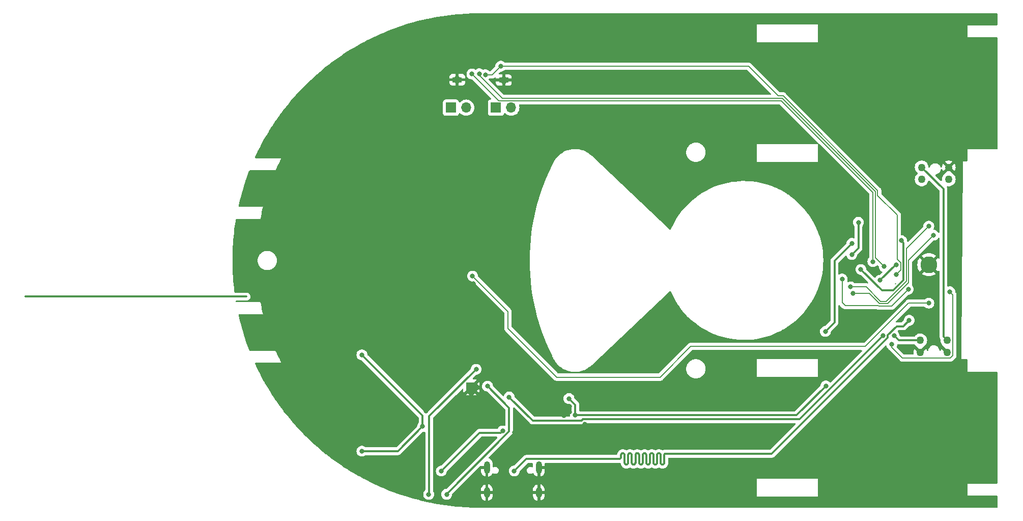
<source format=gbr>
%TF.GenerationSoftware,KiCad,Pcbnew,7.0.10-7.0.10~ubuntu22.04.1*%
%TF.CreationDate,2024-04-21T14:18:33-04:00*%
%TF.ProjectId,little_red_rover,6c697474-6c65-45f7-9265-645f726f7665,rev?*%
%TF.SameCoordinates,Original*%
%TF.FileFunction,Copper,L2,Bot*%
%TF.FilePolarity,Positive*%
%FSLAX46Y46*%
G04 Gerber Fmt 4.6, Leading zero omitted, Abs format (unit mm)*
G04 Created by KiCad (PCBNEW 7.0.10-7.0.10~ubuntu22.04.1) date 2024-04-21 14:18:33*
%MOMM*%
%LPD*%
G01*
G04 APERTURE LIST*
%TA.AperFunction,ComponentPad*%
%ADD10O,1.000000X2.100000*%
%TD*%
%TA.AperFunction,ComponentPad*%
%ADD11O,1.000000X1.800000*%
%TD*%
%TA.AperFunction,ComponentPad*%
%ADD12C,1.270000*%
%TD*%
%TA.AperFunction,ComponentPad*%
%ADD13C,0.600000*%
%TD*%
%TA.AperFunction,SMDPad,CuDef*%
%ADD14R,1.600000X0.900000*%
%TD*%
%TA.AperFunction,HeatsinkPad*%
%ADD15C,0.500000*%
%TD*%
%TA.AperFunction,HeatsinkPad*%
%ADD16R,1.680000X1.680000*%
%TD*%
%TA.AperFunction,ComponentPad*%
%ADD17C,2.800000*%
%TD*%
%TA.AperFunction,ComponentPad*%
%ADD18O,1.700000X1.700000*%
%TD*%
%TA.AperFunction,ComponentPad*%
%ADD19R,1.700000X1.700000*%
%TD*%
%TA.AperFunction,ViaPad*%
%ADD20C,0.800000*%
%TD*%
%TA.AperFunction,Conductor*%
%ADD21C,0.300000*%
%TD*%
%TA.AperFunction,Conductor*%
%ADD22C,0.200000*%
%TD*%
G04 APERTURE END LIST*
D10*
%TO.P,J1,S1,SHIELD*%
%TO.N,GND*%
X128680000Y-134395000D03*
D11*
X128680000Y-138575000D03*
D10*
X137320000Y-134395000D03*
D11*
X137320000Y-138575000D03*
%TD*%
D12*
%TO.P,U7,1,ANODE*%
%TO.N,Net-(U7-ANODE)*%
X201018849Y-86512600D03*
%TO.P,U7,2,COLLECTOR*%
%TO.N,/left_encoder*%
X205518850Y-86512600D03*
%TO.P,U7,3,EMITTER*%
%TO.N,GND*%
X205518850Y-84512599D03*
%TO.P,U7,4,CATHODE*%
%TO.N,Net-(U7-CATHODE)*%
X201018849Y-84512599D03*
%TD*%
%TO.P,U8,1,ANODE*%
%TO.N,Net-(U7-CATHODE)*%
X205281151Y-113287400D03*
%TO.P,U8,2,COLLECTOR*%
%TO.N,/right_encoder*%
X200781150Y-113287400D03*
%TO.P,U8,3,EMITTER*%
%TO.N,GND*%
X200781150Y-115287401D03*
%TO.P,U8,4,CATHODE*%
X205281151Y-115287401D03*
%TD*%
D13*
%TO.P,U5,9,GND*%
%TO.N,GND*%
X123250000Y-69950000D03*
D14*
X123750000Y-69950000D03*
D13*
X124250000Y-69950000D03*
%TD*%
D15*
%TO.P,U2,17,VSS*%
%TO.N,GND*%
X125500000Y-121680000D03*
X126680000Y-121680000D03*
D16*
X126090000Y-121090000D03*
D15*
X125500000Y-120500000D03*
X126680000Y-120500000D03*
%TD*%
D13*
%TO.P,U6,9,GND*%
%TO.N,GND*%
X131000000Y-70000000D03*
D14*
X131500000Y-70000000D03*
D13*
X132000000Y-70000000D03*
%TD*%
D17*
%TO.P,U1,49,GND*%
%TO.N,GND*%
X202200000Y-100700000D03*
%TD*%
D18*
%TO.P,J3,2,Pin_2*%
%TO.N,Net-(J3-Pin_2)*%
X125240000Y-74600000D03*
D19*
%TO.P,J3,1,Pin_1*%
%TO.N,Net-(J3-Pin_1)*%
X122700000Y-74600000D03*
%TD*%
D18*
%TO.P,J4,2,Pin_2*%
%TO.N,Net-(J4-Pin_2)*%
X132740000Y-74600000D03*
D19*
%TO.P,J4,1,Pin_1*%
%TO.N,Net-(J4-Pin_1)*%
X130200000Y-74600000D03*
%TD*%
D20*
%TO.N,GND*%
X156800000Y-113400000D03*
X198100000Y-92900000D03*
X195000000Y-108900000D03*
X190275695Y-111027582D03*
X150500000Y-70800000D03*
X157700000Y-88100000D03*
X156000000Y-77800000D03*
X123600000Y-99800000D03*
X123800000Y-90200000D03*
X132100000Y-117400000D03*
%TO.N,+5V*%
X185000000Y-111800000D03*
X185068198Y-120868198D03*
%TO.N,/lidar_tx*%
X202200000Y-107100000D03*
X126300000Y-102600000D03*
%TO.N,+3.3V*%
X205700000Y-105200000D03*
X196043751Y-113956251D03*
%TO.N,/right_encoder*%
X194100000Y-103300000D03*
X196800000Y-100700000D03*
%TO.N,GND*%
X126400000Y-103900000D03*
X145000000Y-127200000D03*
X141500000Y-125800000D03*
X142400000Y-125200000D03*
X142400000Y-124300000D03*
X135800000Y-131800000D03*
X133300000Y-128600000D03*
X133500000Y-126800000D03*
X119600000Y-123800000D03*
X118600000Y-125000000D03*
X123600000Y-126700000D03*
X125600000Y-126700000D03*
X107800000Y-69100000D03*
X107900000Y-85100000D03*
%TO.N,/usb_data_-*%
X198940442Y-109950000D03*
%TO.N,+3.3V*%
X194587500Y-112500000D03*
X132400000Y-122700000D03*
%TO.N,+5V*%
X189400000Y-97170000D03*
%TO.N,/right_motor_pwm_b*%
X187800000Y-103100000D03*
X198800000Y-104800000D03*
%TO.N,/left_motor_pwm_b*%
X192900000Y-100182824D03*
X126200000Y-69000000D03*
%TO.N,/left_motor_pwm_a*%
X127430331Y-68969669D03*
X194791413Y-101013575D03*
%TO.N,/motor_sleep*%
X196800000Y-102300000D03*
X128423661Y-69137847D03*
X131000000Y-67700000D03*
%TO.N,/imu_scl*%
X203000000Y-95800000D03*
%TO.N,/imu_sda*%
X202200000Y-94300000D03*
X189200000Y-104400000D03*
%TO.N,/imu_scl*%
X189616727Y-105483273D03*
%TO.N,/right_encoder*%
X196412500Y-112500000D03*
%TO.N,Net-(D3-DOUT)*%
X190500000Y-93670000D03*
X189400000Y-99000000D03*
%TO.N,/status_leds*%
X197650000Y-96700000D03*
X190900000Y-101500000D03*
%TO.N,/usb_data_-*%
X133243987Y-134995000D03*
%TO.N,+5V*%
X143400000Y-125727003D03*
X142340199Y-122959801D03*
%TO.N,/charger_out*%
X131309314Y-128359314D03*
X121100000Y-135000000D03*
%TO.N,Net-(BT1-+)*%
X107900000Y-115690000D03*
X118000000Y-127600000D03*
X107900000Y-131700000D03*
%TO.N,Net-(D2-K)*%
X128800000Y-120900000D03*
X122000000Y-138875000D03*
%TO.N,Net-(D1-K)*%
X119000018Y-138875000D03*
X126900000Y-118100004D03*
%TD*%
D21*
%TO.N,+5V*%
X51895303Y-106000000D02*
X88704696Y-106000000D01*
%TO.N,/charger_out*%
X131031128Y-128637500D02*
X131309314Y-128359314D01*
%TO.N,Net-(D2-K)*%
X132387500Y-124487500D02*
X132387500Y-128412500D01*
%TO.N,/charger_out*%
X127462500Y-128637500D02*
X131031128Y-128637500D01*
X121100000Y-135000000D02*
X127462500Y-128637500D01*
%TO.N,Net-(D2-K)*%
X128800000Y-120900000D02*
X132387500Y-124487500D01*
X122000000Y-138800000D02*
X122000000Y-138875000D01*
X132387500Y-128412500D02*
X122000000Y-138800000D01*
D22*
%TO.N,/lidar_tx*%
X126300000Y-102600000D02*
X132200000Y-108500000D01*
X132200000Y-108500000D02*
X132200000Y-111300000D01*
X132200000Y-111300000D02*
X140300000Y-119400000D01*
X140300000Y-119400000D02*
X157500000Y-119400000D01*
X157500000Y-119400000D02*
X162600000Y-114300000D01*
X162600000Y-114300000D02*
X191660661Y-114300000D01*
X191660661Y-114300000D02*
X198860661Y-107100000D01*
X198860661Y-107100000D02*
X202200000Y-107100000D01*
%TO.N,/left_motor_pwm_a*%
X127430331Y-69230331D02*
X131250000Y-73050000D01*
X127430331Y-68969669D02*
X127430331Y-69230331D01*
%TO.N,/motor_sleep*%
X131000000Y-67700000D02*
X172231371Y-67700000D01*
X172231371Y-67700000D02*
X177181371Y-72650000D01*
X177181371Y-72650000D02*
X177981372Y-72650000D01*
X177981372Y-72650000D02*
X193700000Y-88368630D01*
X193700000Y-88368630D02*
X193700000Y-89168629D01*
%TO.N,/left_motor_pwm_b*%
X177650000Y-73450000D02*
X192900000Y-88700000D01*
%TO.N,/left_motor_pwm_a*%
X131250000Y-73050000D02*
X177815686Y-73050000D01*
%TO.N,/motor_sleep*%
X193700000Y-89168629D02*
X196950000Y-92418629D01*
%TO.N,/left_motor_pwm_a*%
X193300000Y-88534315D02*
X193300000Y-99522162D01*
%TO.N,/motor_sleep*%
X197550000Y-101550000D02*
X196800000Y-102300000D01*
X196950000Y-99789339D02*
X197550000Y-100389339D01*
%TO.N,/left_motor_pwm_b*%
X192900000Y-88700000D02*
X192900000Y-100182824D01*
%TO.N,/motor_sleep*%
X197550000Y-100389339D02*
X197550000Y-101550000D01*
%TO.N,/left_motor_pwm_a*%
X193300000Y-99522162D02*
X194791413Y-101013575D01*
%TO.N,/motor_sleep*%
X196950000Y-92418629D02*
X196950000Y-99789339D01*
%TO.N,/left_motor_pwm_a*%
X177815686Y-73050000D02*
X193300000Y-88534315D01*
%TO.N,/left_motor_pwm_b*%
X126200000Y-69000000D02*
X130650000Y-73450000D01*
X130650000Y-73450000D02*
X177650000Y-73450000D01*
D21*
%TO.N,+5V*%
X180209393Y-125727003D02*
X185068198Y-120868198D01*
X186513604Y-108550000D02*
X186513604Y-110286396D01*
X186513604Y-110286396D02*
X185000000Y-111800000D01*
%TO.N,/usb_data_-*%
X157085868Y-132133836D02*
X157162521Y-132078151D01*
X153999069Y-132300586D02*
X154000000Y-132347950D01*
X133243987Y-134995000D02*
X135243987Y-132995000D01*
X155169786Y-132210501D02*
X155199070Y-132300590D01*
X154030171Y-133779523D02*
X154085868Y-133856167D01*
X157852629Y-133941118D02*
X157900000Y-133942041D01*
X157569786Y-132210501D02*
X157599070Y-132300590D01*
D22*
%TO.N,/imu_scl*%
X192321750Y-105483273D02*
X189616727Y-105483273D01*
D21*
%TO.N,/usb_data_-*%
X153485867Y-132133831D02*
X153562520Y-132078147D01*
X157162521Y-132078151D02*
X157252628Y-132048877D01*
X157600000Y-132347954D02*
X157600000Y-133642041D01*
X176085030Y-132133841D02*
X195387500Y-112831371D01*
X156837458Y-133911807D02*
X156914099Y-133856132D01*
X158037459Y-133911806D02*
X158114100Y-133856130D01*
X154600000Y-132347954D02*
X154600884Y-132300582D01*
X156400000Y-132347954D02*
X156400000Y-133642046D01*
D22*
%TO.N,/imu_scl*%
X195361523Y-107200000D02*
X194038477Y-107200000D01*
D21*
%TO.N,/usb_data_-*%
X156747364Y-133941077D02*
X156837458Y-133911807D01*
X153837457Y-132078192D02*
X153914097Y-132133867D01*
X153399069Y-133689414D02*
X153400000Y-133642050D01*
%TO.N,/status_leds*%
X198000000Y-103236396D02*
X198000000Y-97050000D01*
%TO.N,/usb_data_-*%
X156430173Y-133779520D02*
X156485868Y-133856164D01*
X152200000Y-133642050D02*
X152200000Y-132347949D01*
D22*
%TO.N,/imu_sda*%
X198450000Y-98050000D02*
X202200000Y-94300000D01*
D21*
%TO.N,/usb_data_-*%
X153652628Y-132048873D02*
X153700000Y-132047950D01*
X153700000Y-132047950D02*
X153747364Y-132048923D01*
D22*
%TO.N,/imu_scl*%
X198850000Y-99950000D02*
X198850000Y-103711523D01*
D21*
%TO.N,/usb_data_-*%
X152362399Y-132077877D02*
X152452586Y-132048570D01*
X158199071Y-133689406D02*
X158200000Y-133642041D01*
X152547422Y-132048522D02*
X152637623Y-132077833D01*
X152799386Y-132300527D02*
X152800000Y-132347949D01*
X156237458Y-132078193D02*
X156314099Y-132133868D01*
X151252585Y-132048559D02*
X151300000Y-132047938D01*
X156700000Y-133942046D02*
X156747364Y-133941077D01*
X151570086Y-132210314D02*
X151599385Y-132300517D01*
X151762520Y-133911853D02*
X151852628Y-133941127D01*
X155962521Y-132078151D02*
X156052628Y-132048877D01*
X153369785Y-133779502D02*
X153399069Y-133689414D01*
X158230175Y-132210485D02*
X158285870Y-132133841D01*
D22*
%TO.N,/right_motor_pwm_b*%
X187800000Y-103100000D02*
X187800000Y-107004163D01*
D21*
%TO.N,/usb_data_-*%
X153914097Y-132133867D02*
X153969785Y-132210498D01*
X154600884Y-132300582D02*
X154630173Y-132210480D01*
D22*
%TO.N,/imu_scl*%
X194038477Y-107200000D02*
X192321750Y-105483273D01*
D21*
%TO.N,/usb_data_-*%
X157514099Y-132133868D02*
X157569786Y-132210501D01*
X151162397Y-132077865D02*
X151252585Y-132048559D01*
X156314099Y-132133868D02*
X156369786Y-132210501D01*
X152452586Y-132048570D02*
X152500000Y-132047949D01*
X152714349Y-132133586D02*
X152770090Y-132210321D01*
X158114100Y-133856130D02*
X158169788Y-133779496D01*
X154000000Y-132347950D02*
X154000000Y-133642048D01*
X155362521Y-133911849D02*
X155452628Y-133941123D01*
D22*
%TO.N,/imu_sda*%
X194204163Y-106800000D02*
X195072792Y-106800000D01*
D21*
%TO.N,/usb_data_-*%
X151599385Y-132300517D02*
X151600000Y-132347938D01*
D22*
%TO.N,/right_motor_pwm_b*%
X193772792Y-107500000D02*
X193872792Y-107600000D01*
D21*
%TO.N,/usb_data_-*%
X156999070Y-133689410D02*
X157000000Y-133642046D01*
X152637623Y-132077833D02*
X152714349Y-132133586D01*
X150999076Y-132742369D02*
X151000000Y-132695000D01*
X155199070Y-132300590D02*
X155200000Y-132347954D01*
X154437457Y-133911807D02*
X154514098Y-133856132D01*
X155800000Y-133642046D02*
X155800000Y-132347954D01*
X151852628Y-133941127D02*
X151900000Y-133942050D01*
X151947364Y-133941077D02*
X152037457Y-133911808D01*
X158200000Y-133642041D02*
X158200000Y-132347959D01*
D22*
%TO.N,/imu_sda*%
X195072792Y-106800000D02*
X198450000Y-103422792D01*
D21*
%TO.N,+5V*%
X186513604Y-100056396D02*
X189400000Y-97170000D01*
%TO.N,/usb_data_-*%
X155200000Y-133642046D02*
X155200884Y-133689418D01*
X154085868Y-133856167D02*
X154162521Y-133911851D01*
X152229954Y-132210344D02*
X152285685Y-132133620D01*
X154300000Y-133942048D02*
X154347364Y-133941077D01*
X153400881Y-132300578D02*
X153430170Y-132210475D01*
X151300000Y-132047938D02*
X151347421Y-132048521D01*
X152800000Y-132347949D02*
X152800000Y-133642050D01*
X196850000Y-110950000D02*
X197940442Y-110950000D01*
X151600881Y-133689422D02*
X151630170Y-133779525D01*
X153400000Y-132347950D02*
X153400881Y-132300578D01*
D22*
%TO.N,/right_motor_pwm_b*%
X187800000Y-107004163D02*
X188295837Y-107500000D01*
D21*
%TO.N,/usb_data_-*%
X197940442Y-110950000D02*
X198940442Y-109950000D01*
X153052628Y-133941127D02*
X153100000Y-133942050D01*
X155885868Y-132133836D02*
X155962521Y-132078151D01*
X152200000Y-132347949D02*
X152200662Y-132300535D01*
%TO.N,/status_leds*%
X198000000Y-97050000D02*
X197650000Y-96700000D01*
%TO.N,/usb_data_-*%
X157437458Y-132078193D02*
X157514099Y-132133868D01*
%TO.N,+5V*%
X143400000Y-125727003D02*
X180209393Y-125727003D01*
%TO.N,/usb_data_-*%
X154947364Y-132048923D02*
X155037458Y-132078193D01*
X154162521Y-133911851D02*
X154252628Y-133941125D01*
X155800000Y-132347954D02*
X155800884Y-132300582D01*
X155452628Y-133941123D02*
X155500000Y-133942046D01*
%TO.N,/status_leds*%
X190900000Y-101500000D02*
X194386396Y-104986396D01*
%TO.N,/usb_data_-*%
X153969785Y-132210498D02*
X153999069Y-132300586D01*
X150837470Y-132964801D02*
X150914115Y-132909115D01*
%TO.N,/status_leds*%
X194386396Y-104986396D02*
X196250000Y-104986396D01*
%TO.N,/usb_data_-*%
X158285870Y-132133841D02*
X176085030Y-132133841D01*
X153400000Y-133642050D02*
X153400000Y-132347950D01*
X158200000Y-132347959D02*
X158200888Y-132300588D01*
X151900000Y-133942050D02*
X151947364Y-133941077D01*
X153562520Y-132078147D02*
X153652628Y-132048873D01*
X157000000Y-132347954D02*
X157000884Y-132300582D01*
X153747364Y-132048923D02*
X153837457Y-132078192D01*
D22*
%TO.N,/imu_scl*%
X198850000Y-103711523D02*
X195361523Y-107200000D01*
D21*
%TO.N,/usb_data_-*%
X154600000Y-133642048D02*
X154600000Y-132347954D01*
X152169785Y-133779502D02*
X152199069Y-133689414D01*
D22*
%TO.N,/imu_sda*%
X198450000Y-103422792D02*
X198450000Y-98050000D01*
D21*
%TO.N,/usb_data_-*%
X154569785Y-133779501D02*
X154599070Y-133689412D01*
X157900000Y-133942041D02*
X157947365Y-133941077D01*
%TO.N,/status_leds*%
X196250000Y-104986396D02*
X198000000Y-103236396D01*
%TO.N,/usb_data_-*%
X154252628Y-133941125D02*
X154300000Y-133942048D01*
X155200884Y-133689418D02*
X155230173Y-133779520D01*
X155714099Y-133856132D02*
X155769786Y-133779499D01*
X155500000Y-133942046D02*
X155547364Y-133941077D01*
D22*
%TO.N,/imu_scl*%
X203000000Y-95800000D02*
X198850000Y-99950000D01*
D21*
%TO.N,/usb_data_-*%
X154514098Y-133856132D02*
X154569785Y-133779501D01*
X151600000Y-133642050D02*
X151600881Y-133689422D01*
X158169788Y-133779496D02*
X158199071Y-133689406D01*
X151514345Y-132133582D02*
X151570086Y-132210314D01*
X158200888Y-132300588D02*
X158230175Y-132210485D01*
X156914099Y-133856132D02*
X156969786Y-133779499D01*
X156400884Y-133689418D02*
X156430173Y-133779520D01*
X154630173Y-132210480D02*
X154685868Y-132133836D01*
X156969786Y-133779499D02*
X156999070Y-133689410D01*
X152800881Y-133689422D02*
X152830170Y-133779525D01*
X156485868Y-133856164D02*
X156562521Y-133911849D01*
X153147364Y-133941077D02*
X153237457Y-133911808D01*
D22*
%TO.N,/imu_sda*%
X189200000Y-104400000D02*
X191804163Y-104400000D01*
D21*
%TO.N,/usb_data_-*%
X157685870Y-133856159D02*
X157762522Y-133911843D01*
X152285685Y-132133620D02*
X152362399Y-132077877D01*
X154762521Y-132078151D02*
X154852628Y-132048877D01*
X152114097Y-133856133D02*
X152169785Y-133779502D01*
X154000882Y-133689420D02*
X154030171Y-133779523D01*
X155830173Y-132210480D02*
X155885868Y-132133836D01*
%TO.N,+5V*%
X186513604Y-108550000D02*
X186513604Y-100056396D01*
%TO.N,/usb_data_-*%
X155200000Y-132347954D02*
X155200000Y-133642046D01*
X155547364Y-133941077D02*
X155637458Y-133911807D01*
X157000000Y-133642046D02*
X157000000Y-132347954D01*
X154852628Y-132048877D02*
X154900000Y-132047954D01*
X157762522Y-133911843D02*
X157852629Y-133941118D01*
X157600888Y-133689412D02*
X157630175Y-133779515D01*
X157300000Y-132047954D02*
X157347364Y-132048923D01*
X151000000Y-132347938D02*
X151000653Y-132300523D01*
X152037457Y-133911808D02*
X152114097Y-133856133D01*
X154000000Y-133642048D02*
X154000882Y-133689420D01*
X156369786Y-132210501D02*
X156399070Y-132300590D01*
X151000000Y-132695000D02*
X151000000Y-132347938D01*
X154685868Y-132133836D02*
X154762521Y-132078151D01*
X155285868Y-133856164D02*
X155362521Y-133911849D01*
X157000884Y-132300582D02*
X157030173Y-132210480D01*
X157030173Y-132210480D02*
X157085868Y-132133836D01*
X157947365Y-133941077D02*
X158037459Y-133911806D01*
X156652628Y-133941123D02*
X156700000Y-133942046D01*
X156400000Y-133642046D02*
X156400884Y-133689418D01*
X153430170Y-132210475D02*
X153485867Y-132133831D01*
X152800000Y-133642050D02*
X152800881Y-133689422D01*
X151029948Y-132210332D02*
X151085681Y-132133609D01*
D22*
%TO.N,/right_motor_pwm_b*%
X196000000Y-107600000D02*
X198800000Y-104800000D01*
D21*
%TO.N,/usb_data_-*%
X150747369Y-132994076D02*
X150837470Y-132964801D01*
X157252628Y-132048877D02*
X157300000Y-132047954D01*
X157600000Y-133642041D02*
X157600888Y-133689412D01*
X152200662Y-132300535D02*
X152229954Y-132210344D01*
X155769786Y-133779499D02*
X155799070Y-133689410D01*
X155230173Y-133779520D02*
X155285868Y-133856164D01*
D22*
%TO.N,/right_motor_pwm_b*%
X193872792Y-107600000D02*
X196000000Y-107600000D01*
D21*
%TO.N,/usb_data_-*%
X156100000Y-132047954D02*
X156147364Y-132048923D01*
X151630170Y-133779525D02*
X151685867Y-133856169D01*
X157599070Y-132300590D02*
X157600000Y-132347954D01*
X151685867Y-133856169D02*
X151762520Y-133911853D01*
X155637458Y-133911807D02*
X155714099Y-133856132D01*
X155799070Y-133689410D02*
X155800000Y-133642046D01*
X153100000Y-133942050D02*
X153147364Y-133941077D01*
X156147364Y-132048923D02*
X156237458Y-132078193D01*
X154347364Y-133941077D02*
X154437457Y-133911807D01*
X135243987Y-132995000D02*
X150700000Y-132995000D01*
X155114099Y-132133868D02*
X155169786Y-132210501D01*
X152199069Y-133689414D02*
X152200000Y-133642050D01*
X154599070Y-133689412D02*
X154600000Y-133642048D01*
X153237457Y-133911808D02*
X153314097Y-133856133D01*
X150914115Y-132909115D02*
X150969801Y-132832470D01*
D22*
%TO.N,/right_motor_pwm_b*%
X188295837Y-107500000D02*
X193772792Y-107500000D01*
D21*
%TO.N,/usb_data_-*%
X150969801Y-132832470D02*
X150999076Y-132742369D01*
X152962520Y-133911853D02*
X153052628Y-133941127D01*
D22*
%TO.N,/imu_sda*%
X191804163Y-104400000D02*
X194204163Y-106800000D01*
D21*
%TO.N,/usb_data_-*%
X157347364Y-132048923D02*
X157437458Y-132078193D01*
X155800884Y-132300582D02*
X155830173Y-132210480D01*
X152885867Y-133856169D02*
X152962520Y-133911853D01*
X195387500Y-112412500D02*
X196850000Y-110950000D01*
X153314097Y-133856133D02*
X153369785Y-133779502D01*
X154900000Y-132047954D02*
X154947364Y-132048923D01*
X152500000Y-132047949D02*
X152547422Y-132048522D01*
X152770090Y-132210321D02*
X152799386Y-132300527D01*
X150700000Y-132995000D02*
X150747369Y-132994076D01*
X151000653Y-132300523D02*
X151029948Y-132210332D01*
X155037458Y-132078193D02*
X155114099Y-132133868D01*
X151085681Y-132133609D02*
X151162397Y-132077865D01*
X151437620Y-132077831D02*
X151514345Y-132133582D01*
X156399070Y-132300590D02*
X156400000Y-132347954D01*
X195387500Y-112831371D02*
X195387500Y-112412500D01*
X156562521Y-133911849D02*
X156652628Y-133941123D01*
X151600000Y-132347938D02*
X151600000Y-133642050D01*
X157630175Y-133779515D02*
X157685870Y-133856159D01*
X152830170Y-133779525D02*
X152885867Y-133856169D01*
X156052628Y-132048877D02*
X156100000Y-132047954D01*
X151347421Y-132048521D02*
X151437620Y-132077831D01*
D22*
%TO.N,+3.3V*%
X205777599Y-116222401D02*
X197822401Y-116222401D01*
X206216151Y-105716151D02*
X206216151Y-115783849D01*
X206216151Y-115783849D02*
X205777599Y-116222401D01*
X197822401Y-116222401D02*
X196043751Y-114443751D01*
X196043751Y-114443751D02*
X196043751Y-113956251D01*
X205700000Y-105200000D02*
X206216151Y-105716151D01*
D21*
%TO.N,Net-(U7-CATHODE)*%
X205281151Y-113287400D02*
X204646151Y-112652400D01*
X204646151Y-112652400D02*
X204646151Y-88139901D01*
X204646151Y-88139901D02*
X201018849Y-84512599D01*
%TO.N,/right_encoder*%
X196700000Y-100700000D02*
X196800000Y-100700000D01*
X194100000Y-103300000D02*
X196700000Y-100700000D01*
%TO.N,+3.3V*%
X132400000Y-122700000D02*
X136300000Y-126600000D01*
X144668629Y-126400000D02*
X180687500Y-126400000D01*
X144468629Y-126600000D02*
X144668629Y-126400000D01*
X136300000Y-126600000D02*
X144468629Y-126600000D01*
X180687500Y-126400000D02*
X194587500Y-112500000D01*
%TO.N,+5V*%
X143400000Y-124019602D02*
X142340199Y-122959801D01*
X143400000Y-125727003D02*
X143400000Y-124019602D01*
%TO.N,Net-(D3-DOUT)*%
X190500000Y-97900000D02*
X190500000Y-93670000D01*
X189400000Y-99000000D02*
X190500000Y-97900000D01*
D22*
%TO.N,/motor_sleep*%
X129562153Y-69137847D02*
X128423661Y-69137847D01*
X131000000Y-67700000D02*
X129562153Y-69137847D01*
%TO.N,/left_motor_pwm_b*%
X196617176Y-103900000D02*
X196700000Y-103900000D01*
D21*
%TO.N,/right_encoder*%
X200781150Y-113287400D02*
X197199900Y-113287400D01*
X197199900Y-113287400D02*
X196412500Y-112500000D01*
%TO.N,Net-(BT1-+)*%
X118000000Y-127600000D02*
X118000000Y-125790000D01*
X118000000Y-125790000D02*
X107900000Y-115690000D01*
X118000000Y-127600000D02*
X113900000Y-131700000D01*
%TO.N,Net-(D1-K)*%
X119100000Y-125900004D02*
X126900000Y-118100004D01*
X119000018Y-138875000D02*
X119100000Y-138775018D01*
X119100000Y-138775018D02*
X119100000Y-125900004D01*
%TO.N,Net-(BT1-+)*%
X113900000Y-131700000D02*
X107900000Y-131700000D01*
%TD*%
%TA.AperFunction,Conductor*%
%TO.N,GND*%
G36*
X197094659Y-113931978D02*
G01*
X197117723Y-113937900D01*
X197138945Y-113937900D01*
X197158342Y-113939426D01*
X197179305Y-113942747D01*
X197224760Y-113938450D01*
X197236430Y-113937900D01*
X199787738Y-113937900D01*
X199854777Y-113957585D01*
X199886690Y-113987171D01*
X199938410Y-114055659D01*
X200093927Y-114197431D01*
X200116732Y-114211551D01*
X200163366Y-114263577D01*
X200173841Y-114326540D01*
X200753703Y-114906401D01*
X200749581Y-114906401D01*
X200655729Y-114922062D01*
X200543899Y-114982581D01*
X200457779Y-115076132D01*
X200406702Y-115192578D01*
X200401044Y-115260848D01*
X199818696Y-114678500D01*
X199818695Y-114678500D01*
X199812020Y-114687340D01*
X199718261Y-114875631D01*
X199660695Y-115077956D01*
X199641288Y-115287400D01*
X199641288Y-115287401D01*
X199659733Y-115486460D01*
X199646318Y-115555030D01*
X199597961Y-115605461D01*
X199536262Y-115621901D01*
X198122498Y-115621901D01*
X198055459Y-115602216D01*
X198034817Y-115585582D01*
X196900834Y-114451599D01*
X196867349Y-114390276D01*
X196870584Y-114325600D01*
X196883406Y-114286138D01*
X196929425Y-114144507D01*
X196940501Y-114039116D01*
X196967084Y-113974507D01*
X197024381Y-113934521D01*
X197094200Y-113931861D01*
X197094659Y-113931978D01*
G37*
%TD.AperFunction*%
%TA.AperFunction,Conductor*%
G36*
X205133901Y-84544497D02*
G01*
X205165116Y-84667761D01*
X205234663Y-84774211D01*
X205335007Y-84852312D01*
X205455272Y-84893599D01*
X205491403Y-84893599D01*
X204911510Y-85473489D01*
X204900500Y-85537592D01*
X204854434Y-85588446D01*
X204831630Y-85602565D01*
X204831626Y-85602569D01*
X204676111Y-85744339D01*
X204549292Y-85912274D01*
X204455492Y-86100649D01*
X204397901Y-86303062D01*
X204378485Y-86512599D01*
X204378485Y-86512601D01*
X204391701Y-86655231D01*
X204378286Y-86723801D01*
X204329929Y-86774233D01*
X204261983Y-86790515D01*
X204196020Y-86767477D01*
X204180549Y-86754353D01*
X203315650Y-85889454D01*
X203282165Y-85828131D01*
X203287149Y-85758439D01*
X203329021Y-85702506D01*
X203390367Y-85678453D01*
X203461935Y-85670931D01*
X203646581Y-85610936D01*
X203814719Y-85513862D01*
X203958999Y-85383951D01*
X204073117Y-85226882D01*
X204152084Y-85049518D01*
X204192450Y-84859612D01*
X204192450Y-84859608D01*
X204193394Y-84855167D01*
X204226586Y-84793685D01*
X204287749Y-84759908D01*
X204357463Y-84764560D01*
X204413596Y-84806164D01*
X204433950Y-84847012D01*
X204455958Y-84924362D01*
X204455960Y-84924366D01*
X204549721Y-85112661D01*
X204556395Y-85121498D01*
X205133946Y-84543949D01*
X205133901Y-84544497D01*
G37*
%TD.AperFunction*%
%TA.AperFunction,Conductor*%
G36*
X171998313Y-68320185D02*
G01*
X172018955Y-68336819D01*
X175919955Y-72237819D01*
X175953440Y-72299142D01*
X175948456Y-72368834D01*
X175906584Y-72424767D01*
X175841120Y-72449184D01*
X175832274Y-72449500D01*
X131550097Y-72449500D01*
X131483058Y-72429815D01*
X131462416Y-72413181D01*
X129299235Y-70250000D01*
X130200000Y-70250000D01*
X130200000Y-70497844D01*
X130206401Y-70557372D01*
X130206403Y-70557379D01*
X130256645Y-70692086D01*
X130256649Y-70692093D01*
X130342809Y-70807187D01*
X130342812Y-70807190D01*
X130457906Y-70893350D01*
X130457913Y-70893354D01*
X130592620Y-70943596D01*
X130592627Y-70943598D01*
X130652155Y-70949999D01*
X130652172Y-70950000D01*
X131250000Y-70950000D01*
X131750000Y-70950000D01*
X132347828Y-70950000D01*
X132347844Y-70949999D01*
X132407372Y-70943598D01*
X132407379Y-70943596D01*
X132542086Y-70893354D01*
X132542093Y-70893350D01*
X132657187Y-70807190D01*
X132657190Y-70807187D01*
X132743350Y-70692093D01*
X132743354Y-70692086D01*
X132793596Y-70557379D01*
X132793598Y-70557372D01*
X132799999Y-70497844D01*
X132800000Y-70497827D01*
X132800000Y-70250000D01*
X132103552Y-70250000D01*
X131750000Y-70603552D01*
X131750000Y-70950000D01*
X131250000Y-70950000D01*
X131250000Y-70603553D01*
X130896447Y-70250000D01*
X130200000Y-70250000D01*
X129299235Y-70250000D01*
X129067775Y-70018540D01*
X130871049Y-70018540D01*
X130901543Y-70085313D01*
X130963297Y-70125000D01*
X131017972Y-70125000D01*
X131070433Y-70109596D01*
X131118504Y-70054119D01*
X131123620Y-70018540D01*
X131871049Y-70018540D01*
X131901543Y-70085313D01*
X131963297Y-70125000D01*
X132017972Y-70125000D01*
X132070433Y-70109596D01*
X132118504Y-70054119D01*
X132128951Y-69981460D01*
X132098457Y-69914687D01*
X132036703Y-69875000D01*
X131982028Y-69875000D01*
X131929567Y-69890404D01*
X131881496Y-69945881D01*
X131871049Y-70018540D01*
X131123620Y-70018540D01*
X131128951Y-69981460D01*
X131098457Y-69914687D01*
X131036703Y-69875000D01*
X130982028Y-69875000D01*
X130929567Y-69890404D01*
X130881496Y-69945881D01*
X130871049Y-70018540D01*
X129067775Y-70018540D01*
X129032400Y-69983165D01*
X128998915Y-69921842D01*
X129003899Y-69852150D01*
X129027933Y-69812510D01*
X129029529Y-69810736D01*
X129029532Y-69810735D01*
X129057771Y-69779373D01*
X129117258Y-69742726D01*
X129149919Y-69738347D01*
X129514666Y-69738347D01*
X129530850Y-69739407D01*
X129562153Y-69743529D01*
X129562154Y-69743529D01*
X129614407Y-69736649D01*
X129718915Y-69722891D01*
X129864994Y-69662383D01*
X129890832Y-69642557D01*
X129996884Y-69561181D01*
X129998176Y-69562865D01*
X130049625Y-69534763D01*
X130119318Y-69539738D01*
X130175257Y-69581602D01*
X130199683Y-69647063D01*
X130200000Y-69655926D01*
X130200000Y-69750000D01*
X130896447Y-69750000D01*
X130896447Y-69749999D01*
X131000000Y-69646447D01*
X131249999Y-69396446D01*
X131250000Y-69396445D01*
X131250000Y-69050000D01*
X131750000Y-69050000D01*
X131750000Y-69396446D01*
X132000000Y-69646447D01*
X132103553Y-69750000D01*
X132800000Y-69750000D01*
X132800000Y-69502172D01*
X132799999Y-69502155D01*
X132793598Y-69442627D01*
X132793596Y-69442620D01*
X132743354Y-69307913D01*
X132743350Y-69307906D01*
X132657190Y-69192812D01*
X132657187Y-69192809D01*
X132542093Y-69106649D01*
X132542086Y-69106645D01*
X132407379Y-69056403D01*
X132407372Y-69056401D01*
X132347844Y-69050000D01*
X131750000Y-69050000D01*
X131250000Y-69050000D01*
X130798596Y-69050000D01*
X130731557Y-69030315D01*
X130685802Y-68977511D01*
X130675858Y-68908353D01*
X130704883Y-68844797D01*
X130710904Y-68838329D01*
X130912416Y-68636819D01*
X130973739Y-68603334D01*
X131000097Y-68600500D01*
X131094644Y-68600500D01*
X131094646Y-68600500D01*
X131279803Y-68561144D01*
X131452730Y-68484151D01*
X131605871Y-68372888D01*
X131634109Y-68341527D01*
X131693595Y-68304879D01*
X131726258Y-68300500D01*
X171931274Y-68300500D01*
X171998313Y-68320185D01*
G37*
%TD.AperFunction*%
%TA.AperFunction,Conductor*%
G36*
X213592539Y-58920185D02*
G01*
X213638294Y-58972989D01*
X213649500Y-59024500D01*
X213649500Y-60775500D01*
X213629815Y-60842539D01*
X213577011Y-60888294D01*
X213525500Y-60899500D01*
X208674760Y-60899500D01*
X208674554Y-60899459D01*
X208649998Y-60899459D01*
X208649807Y-60899538D01*
X208649619Y-60899615D01*
X208649615Y-60899618D01*
X208649459Y-60899999D01*
X208649476Y-60924616D01*
X208649471Y-60924616D01*
X208649500Y-60924759D01*
X208649500Y-62875467D01*
X208649416Y-62875889D01*
X208649459Y-62900000D01*
X208649500Y-62900099D01*
X208649617Y-62900383D01*
X208649618Y-62900384D01*
X208649808Y-62900462D01*
X208650000Y-62900541D01*
X208650002Y-62900539D01*
X208674616Y-62900524D01*
X208674616Y-62900528D01*
X208674760Y-62900500D01*
X213525500Y-62900500D01*
X213592539Y-62920185D01*
X213638294Y-62972989D01*
X213649500Y-63024500D01*
X213649500Y-81375500D01*
X213629815Y-81442539D01*
X213577011Y-81488294D01*
X213525500Y-81499500D01*
X208674760Y-81499500D01*
X208674554Y-81499459D01*
X208649998Y-81499459D01*
X208649807Y-81499538D01*
X208649619Y-81499615D01*
X208649615Y-81499618D01*
X208649459Y-81499999D01*
X208649476Y-81524616D01*
X208649471Y-81524616D01*
X208649500Y-81524759D01*
X208649500Y-83376000D01*
X208629815Y-83443039D01*
X208577011Y-83488794D01*
X208525500Y-83500000D01*
X207900000Y-83500000D01*
X207803836Y-94045927D01*
X207800000Y-94058563D01*
X207800000Y-94466083D01*
X207799995Y-94467214D01*
X207618916Y-114325600D01*
X207600000Y-116400000D01*
X208529564Y-116430477D01*
X208595922Y-116452347D01*
X208639922Y-116506622D01*
X208649500Y-116554410D01*
X208649500Y-118475467D01*
X208649416Y-118475889D01*
X208649459Y-118500000D01*
X208649500Y-118500099D01*
X208649617Y-118500383D01*
X208649618Y-118500384D01*
X208649808Y-118500462D01*
X208650000Y-118500541D01*
X208650002Y-118500539D01*
X208674616Y-118500524D01*
X208674616Y-118500528D01*
X208674760Y-118500500D01*
X213525500Y-118500500D01*
X213592539Y-118520185D01*
X213638294Y-118572989D01*
X213649500Y-118624500D01*
X213649500Y-136975500D01*
X213629815Y-137042539D01*
X213577011Y-137088294D01*
X213525500Y-137099500D01*
X208674760Y-137099500D01*
X208674554Y-137099459D01*
X208649998Y-137099459D01*
X208649807Y-137099538D01*
X208649619Y-137099615D01*
X208649615Y-137099618D01*
X208649459Y-137099999D01*
X208649476Y-137124616D01*
X208649471Y-137124616D01*
X208649500Y-137124759D01*
X208649500Y-139075467D01*
X208649416Y-139075889D01*
X208649459Y-139100000D01*
X208649500Y-139100099D01*
X208649617Y-139100383D01*
X208649618Y-139100384D01*
X208649808Y-139100462D01*
X208650000Y-139100541D01*
X208650002Y-139100539D01*
X208674616Y-139100524D01*
X208674616Y-139100528D01*
X208674760Y-139100500D01*
X213525500Y-139100500D01*
X213592539Y-139120185D01*
X213638294Y-139172989D01*
X213649500Y-139224500D01*
X213649500Y-140975500D01*
X213629815Y-141042539D01*
X213577011Y-141088294D01*
X213525500Y-141099500D01*
X127450937Y-141099500D01*
X127449070Y-141099486D01*
X126221494Y-141081000D01*
X126221494Y-141080999D01*
X126221437Y-141080999D01*
X126214217Y-141080887D01*
X126210541Y-141080776D01*
X125368736Y-141042724D01*
X125368584Y-141042717D01*
X124961311Y-141023808D01*
X124957735Y-141023590D01*
X124197432Y-140966241D01*
X124197181Y-140966222D01*
X123710751Y-140928535D01*
X123707283Y-140928217D01*
X122982863Y-140851578D01*
X122982512Y-140851540D01*
X122463722Y-140795160D01*
X122460366Y-140794749D01*
X121757452Y-140698905D01*
X121757003Y-140698843D01*
X121221342Y-140623806D01*
X121218099Y-140623308D01*
X120529985Y-140508280D01*
X120529438Y-140508187D01*
X119984829Y-140414641D01*
X119981703Y-140414063D01*
X119305429Y-140279967D01*
X119304786Y-140279838D01*
X118755241Y-140167846D01*
X118752233Y-140167194D01*
X118086064Y-140014121D01*
X118085326Y-140013949D01*
X117533798Y-139883668D01*
X117530910Y-139882949D01*
X116873922Y-139711004D01*
X116873092Y-139710784D01*
X116321624Y-139562371D01*
X116318856Y-139561591D01*
X115670605Y-139370901D01*
X115669686Y-139370627D01*
X115119831Y-139204251D01*
X115117184Y-139203417D01*
X114477418Y-138994096D01*
X114476412Y-138993762D01*
X113929659Y-138809685D01*
X113927134Y-138808805D01*
X113295869Y-138581005D01*
X113294779Y-138580606D01*
X112751975Y-138378965D01*
X112749572Y-138378044D01*
X112127049Y-138131970D01*
X112125878Y-138131500D01*
X111588084Y-137912565D01*
X111585803Y-137911610D01*
X110972076Y-137647379D01*
X110970828Y-137646833D01*
X110439027Y-137410914D01*
X110436868Y-137409932D01*
X109832307Y-137127776D01*
X109830984Y-137127149D01*
X109305780Y-136874438D01*
X109303743Y-136873435D01*
X108708630Y-136573545D01*
X108707238Y-136572832D01*
X108189512Y-136303696D01*
X108187595Y-136302678D01*
X107602311Y-135985291D01*
X107600853Y-135984488D01*
X107234032Y-135779148D01*
X107091140Y-135699159D01*
X107089468Y-135698204D01*
X106795623Y-135527214D01*
X106514265Y-135363489D01*
X106512745Y-135362590D01*
X106011945Y-135061542D01*
X106010266Y-135060515D01*
X105445548Y-134708724D01*
X105443971Y-134707724D01*
X104952684Y-134391310D01*
X104951122Y-134390288D01*
X104397270Y-134021663D01*
X104395640Y-134020559D01*
X103914408Y-133689128D01*
X103912961Y-133688116D01*
X103370336Y-133302895D01*
X103368659Y-133301683D01*
X102898150Y-132955708D01*
X102896815Y-132954713D01*
X102835494Y-132908341D01*
X102365703Y-132553076D01*
X102364093Y-132551836D01*
X101976259Y-132247737D01*
X101904813Y-132191716D01*
X101903588Y-132190743D01*
X101384423Y-131772985D01*
X101382667Y-131771545D01*
X101297015Y-131700000D01*
X106994540Y-131700000D01*
X107014326Y-131888256D01*
X107014327Y-131888259D01*
X107072818Y-132068277D01*
X107072821Y-132068284D01*
X107167467Y-132232216D01*
X107280063Y-132357266D01*
X107294129Y-132372888D01*
X107447265Y-132484148D01*
X107447270Y-132484151D01*
X107620192Y-132561142D01*
X107620197Y-132561144D01*
X107805354Y-132600500D01*
X107805355Y-132600500D01*
X107994644Y-132600500D01*
X107994646Y-132600500D01*
X108179803Y-132561144D01*
X108352730Y-132484151D01*
X108504090Y-132374182D01*
X108569896Y-132350702D01*
X108576975Y-132350500D01*
X113814495Y-132350500D01*
X113830505Y-132352267D01*
X113830528Y-132352026D01*
X113838289Y-132352758D01*
X113838296Y-132352760D01*
X113908262Y-132350560D01*
X113912157Y-132350500D01*
X113940925Y-132350500D01*
X113945287Y-132349948D01*
X113956939Y-132349030D01*
X114002569Y-132347597D01*
X114022956Y-132341673D01*
X114041996Y-132337731D01*
X114063058Y-132335071D01*
X114105520Y-132318258D01*
X114116557Y-132314480D01*
X114160398Y-132301744D01*
X114178665Y-132290939D01*
X114196136Y-132282380D01*
X114215871Y-132274568D01*
X114252816Y-132247725D01*
X114262558Y-132241326D01*
X114301865Y-132218081D01*
X114316870Y-132203075D01*
X114331668Y-132190436D01*
X114348837Y-132177963D01*
X114377946Y-132142774D01*
X114385790Y-132134154D01*
X117983127Y-128536819D01*
X118044450Y-128503334D01*
X118070808Y-128500500D01*
X118094644Y-128500500D01*
X118094646Y-128500500D01*
X118279803Y-128461144D01*
X118279805Y-128461142D01*
X118285987Y-128459135D01*
X118286816Y-128461687D01*
X118344262Y-128453961D01*
X118407551Y-128483562D01*
X118444790Y-128542681D01*
X118449500Y-128576533D01*
X118449500Y-138098714D01*
X118429815Y-138165753D01*
X118398391Y-138199028D01*
X118394148Y-138202110D01*
X118394146Y-138202112D01*
X118267484Y-138342785D01*
X118172839Y-138506715D01*
X118172836Y-138506722D01*
X118121523Y-138664649D01*
X118114344Y-138686744D01*
X118094558Y-138875000D01*
X118114344Y-139063256D01*
X118114345Y-139063259D01*
X118172836Y-139243277D01*
X118172839Y-139243284D01*
X118267485Y-139407216D01*
X118291960Y-139434398D01*
X118394147Y-139547888D01*
X118547283Y-139659148D01*
X118547288Y-139659151D01*
X118720210Y-139736142D01*
X118720215Y-139736144D01*
X118905372Y-139775500D01*
X118905373Y-139775500D01*
X119094662Y-139775500D01*
X119094664Y-139775500D01*
X119279821Y-139736144D01*
X119452748Y-139659151D01*
X119605889Y-139547888D01*
X119732551Y-139407216D01*
X119827197Y-139243284D01*
X119885692Y-139063256D01*
X119905478Y-138875000D01*
X119885692Y-138686744D01*
X119827197Y-138506716D01*
X119827196Y-138506714D01*
X119767113Y-138402646D01*
X119750500Y-138340646D01*
X119750500Y-135000000D01*
X120194540Y-135000000D01*
X120214326Y-135188256D01*
X120214327Y-135188259D01*
X120272818Y-135368277D01*
X120272821Y-135368284D01*
X120367467Y-135532216D01*
X120428260Y-135599733D01*
X120494129Y-135672888D01*
X120647265Y-135784148D01*
X120647270Y-135784151D01*
X120820192Y-135861142D01*
X120820197Y-135861144D01*
X121005354Y-135900500D01*
X121005355Y-135900500D01*
X121194644Y-135900500D01*
X121194646Y-135900500D01*
X121379803Y-135861144D01*
X121552730Y-135784151D01*
X121705871Y-135672888D01*
X121832533Y-135532216D01*
X121927179Y-135368284D01*
X121985674Y-135188256D01*
X121999168Y-135059855D01*
X122025752Y-134995242D01*
X122034799Y-134985145D01*
X127695626Y-129324319D01*
X127756949Y-129290834D01*
X127783307Y-129288000D01*
X130292692Y-129288000D01*
X130359731Y-129307685D01*
X130405486Y-129360489D01*
X130415430Y-129429647D01*
X130386405Y-129493203D01*
X130380373Y-129499681D01*
X121931580Y-137948473D01*
X121870257Y-137981958D01*
X121869680Y-137982082D01*
X121720197Y-138013855D01*
X121720192Y-138013857D01*
X121547270Y-138090848D01*
X121547265Y-138090851D01*
X121394129Y-138202111D01*
X121267466Y-138342785D01*
X121172821Y-138506715D01*
X121172818Y-138506722D01*
X121121505Y-138664649D01*
X121114326Y-138686744D01*
X121094540Y-138875000D01*
X121114326Y-139063256D01*
X121114327Y-139063259D01*
X121172818Y-139243277D01*
X121172821Y-139243284D01*
X121267467Y-139407216D01*
X121291942Y-139434398D01*
X121394129Y-139547888D01*
X121547265Y-139659148D01*
X121547270Y-139659151D01*
X121720192Y-139736142D01*
X121720197Y-139736144D01*
X121905354Y-139775500D01*
X121905355Y-139775500D01*
X122094644Y-139775500D01*
X122094646Y-139775500D01*
X122279803Y-139736144D01*
X122452730Y-139659151D01*
X122605871Y-139547888D01*
X122732533Y-139407216D01*
X122827179Y-139243284D01*
X122885674Y-139063256D01*
X122889620Y-139025713D01*
X127680000Y-139025713D01*
X127695418Y-139177338D01*
X127756299Y-139371381D01*
X127756304Y-139371391D01*
X127855005Y-139549215D01*
X127855005Y-139549216D01*
X127987478Y-139703530D01*
X127987479Y-139703531D01*
X128148304Y-139828018D01*
X128330907Y-139917589D01*
X128430000Y-139943244D01*
X128430000Y-139141110D01*
X128454457Y-139180610D01*
X128543962Y-139248201D01*
X128651840Y-139278895D01*
X128763521Y-139268546D01*
X128863922Y-139218552D01*
X128930000Y-139146069D01*
X128930000Y-139948365D01*
X128931944Y-139948069D01*
X128931945Y-139948069D01*
X129122660Y-139877436D01*
X129122664Y-139877434D01*
X129295267Y-139769850D01*
X129442668Y-139629735D01*
X129442669Y-139629733D01*
X129558856Y-139462804D01*
X129639059Y-139275907D01*
X129680000Y-139076690D01*
X129680000Y-139025713D01*
X136320000Y-139025713D01*
X136335418Y-139177338D01*
X136396299Y-139371381D01*
X136396304Y-139371391D01*
X136495005Y-139549215D01*
X136495005Y-139549216D01*
X136627478Y-139703530D01*
X136627479Y-139703531D01*
X136788304Y-139828018D01*
X136970907Y-139917589D01*
X137070000Y-139943244D01*
X137070000Y-139141110D01*
X137094457Y-139180610D01*
X137183962Y-139248201D01*
X137291840Y-139278895D01*
X137403521Y-139268546D01*
X137503922Y-139218552D01*
X137570000Y-139146069D01*
X137570000Y-139948366D01*
X137571944Y-139948069D01*
X137571945Y-139948069D01*
X137762660Y-139877436D01*
X137762664Y-139877434D01*
X137935267Y-139769850D01*
X138082668Y-139629735D01*
X138082669Y-139629733D01*
X138198856Y-139462804D01*
X138279059Y-139275907D01*
X138289338Y-139225889D01*
X173613109Y-139225889D01*
X173613152Y-139250000D01*
X173613193Y-139250099D01*
X173613310Y-139250383D01*
X173613311Y-139250384D01*
X173613501Y-139250462D01*
X173613693Y-139250541D01*
X173613695Y-139250539D01*
X173638309Y-139250524D01*
X173638309Y-139250528D01*
X173638453Y-139250500D01*
X183725240Y-139250500D01*
X183725383Y-139250528D01*
X183725384Y-139250524D01*
X183749997Y-139250539D01*
X183750000Y-139250541D01*
X183750383Y-139250383D01*
X183750500Y-139250099D01*
X183750541Y-139250000D01*
X183750540Y-139249997D01*
X183750583Y-139225889D01*
X183750500Y-139225467D01*
X183750500Y-136274759D01*
X183750528Y-136274616D01*
X183750524Y-136274616D01*
X183750539Y-136250002D01*
X183750541Y-136250000D01*
X183750462Y-136249808D01*
X183750384Y-136249618D01*
X183750380Y-136249614D01*
X183750194Y-136249538D01*
X183750002Y-136249459D01*
X183725446Y-136249459D01*
X183725240Y-136249500D01*
X173638453Y-136249500D01*
X173638247Y-136249459D01*
X173613691Y-136249459D01*
X173613500Y-136249538D01*
X173613312Y-136249615D01*
X173613308Y-136249618D01*
X173613152Y-136249999D01*
X173613169Y-136274616D01*
X173613164Y-136274616D01*
X173613193Y-136274759D01*
X173613193Y-139225467D01*
X173613109Y-139225889D01*
X138289338Y-139225889D01*
X138320000Y-139076690D01*
X138320000Y-138825000D01*
X137620000Y-138825000D01*
X137620000Y-138325000D01*
X138320000Y-138325000D01*
X138320000Y-138124286D01*
X138304581Y-137972661D01*
X138243700Y-137778618D01*
X138243695Y-137778608D01*
X138144994Y-137600784D01*
X138144994Y-137600783D01*
X138012521Y-137446469D01*
X138012520Y-137446468D01*
X137851695Y-137321981D01*
X137669093Y-137232411D01*
X137570000Y-137206753D01*
X137570000Y-138008889D01*
X137545543Y-137969390D01*
X137456038Y-137901799D01*
X137348160Y-137871105D01*
X137236479Y-137881454D01*
X137136078Y-137931448D01*
X137070000Y-138003930D01*
X137070000Y-137201633D01*
X137068053Y-137201931D01*
X137068047Y-137201933D01*
X136877342Y-137272562D01*
X136877335Y-137272565D01*
X136704732Y-137380149D01*
X136557331Y-137520264D01*
X136557330Y-137520266D01*
X136441143Y-137687195D01*
X136360940Y-137874092D01*
X136320000Y-138073309D01*
X136320000Y-138325000D01*
X137020000Y-138325000D01*
X137020000Y-138825000D01*
X136320000Y-138825000D01*
X136320000Y-139025713D01*
X129680000Y-139025713D01*
X129680000Y-138825000D01*
X128980000Y-138825000D01*
X128980000Y-138325000D01*
X129680000Y-138325000D01*
X129680000Y-138124286D01*
X129664581Y-137972661D01*
X129603700Y-137778618D01*
X129603695Y-137778608D01*
X129504994Y-137600784D01*
X129504994Y-137600783D01*
X129372521Y-137446469D01*
X129372520Y-137446468D01*
X129211695Y-137321981D01*
X129029093Y-137232411D01*
X128930000Y-137206753D01*
X128930000Y-138008889D01*
X128905543Y-137969390D01*
X128816038Y-137901799D01*
X128708160Y-137871105D01*
X128596479Y-137881454D01*
X128496078Y-137931448D01*
X128430000Y-138003930D01*
X128430000Y-137201633D01*
X128428053Y-137201931D01*
X128428047Y-137201933D01*
X128237342Y-137272562D01*
X128237335Y-137272565D01*
X128064732Y-137380149D01*
X127917331Y-137520264D01*
X127917330Y-137520266D01*
X127801143Y-137687195D01*
X127720940Y-137874092D01*
X127680000Y-138073309D01*
X127680000Y-138325000D01*
X128380000Y-138325000D01*
X128380000Y-138825000D01*
X127680000Y-138825000D01*
X127680000Y-139025713D01*
X122889620Y-139025713D01*
X122905460Y-138875000D01*
X122905460Y-138874997D01*
X122905460Y-138868500D01*
X122907824Y-138868500D01*
X122918441Y-138810360D01*
X122941523Y-138778421D01*
X127539793Y-134180151D01*
X127601114Y-134146668D01*
X127628638Y-134148636D01*
X127628638Y-134145000D01*
X128380000Y-134145000D01*
X128380000Y-134645000D01*
X127680000Y-134645000D01*
X127680000Y-134995713D01*
X127695418Y-135147338D01*
X127756299Y-135341381D01*
X127756304Y-135341391D01*
X127855005Y-135519215D01*
X127855005Y-135519216D01*
X127987478Y-135673530D01*
X127987479Y-135673531D01*
X128148304Y-135798018D01*
X128330907Y-135887589D01*
X128430000Y-135913244D01*
X128430000Y-135111110D01*
X128454457Y-135150610D01*
X128543962Y-135218201D01*
X128651840Y-135248895D01*
X128763521Y-135238546D01*
X128863922Y-135188552D01*
X128930000Y-135116069D01*
X128930000Y-135918366D01*
X128931944Y-135918069D01*
X128931945Y-135918069D01*
X129122660Y-135847436D01*
X129122664Y-135847434D01*
X129295267Y-135739850D01*
X129442668Y-135599735D01*
X129442669Y-135599733D01*
X129558855Y-135432805D01*
X129571921Y-135402358D01*
X129616447Y-135348513D01*
X129683015Y-135327289D01*
X129750491Y-135345423D01*
X129761359Y-135352880D01*
X129774909Y-135363277D01*
X129819767Y-135397698D01*
X129959764Y-135455687D01*
X130072280Y-135470500D01*
X130072287Y-135470500D01*
X130147713Y-135470500D01*
X130147720Y-135470500D01*
X130260236Y-135455687D01*
X130400233Y-135397698D01*
X130520451Y-135305451D01*
X130612698Y-135185233D01*
X130670687Y-135045236D01*
X130690466Y-134895000D01*
X130670687Y-134744764D01*
X130612698Y-134604767D01*
X130520451Y-134484549D01*
X130400233Y-134392302D01*
X130400229Y-134392300D01*
X130325661Y-134361413D01*
X130260236Y-134334313D01*
X130240039Y-134331654D01*
X130147727Y-134319500D01*
X130147720Y-134319500D01*
X130072280Y-134319500D01*
X130072272Y-134319500D01*
X129959764Y-134334313D01*
X129959760Y-134334314D01*
X129851452Y-134379176D01*
X129781982Y-134386645D01*
X129719503Y-134355369D01*
X129683852Y-134295280D01*
X129680000Y-134264615D01*
X129680000Y-133794286D01*
X129664581Y-133642661D01*
X129603700Y-133448618D01*
X129603695Y-133448608D01*
X129504994Y-133270784D01*
X129504994Y-133270783D01*
X129372521Y-133116469D01*
X129372520Y-133116468D01*
X129211695Y-132991981D01*
X129042860Y-132909164D01*
X128991341Y-132861967D01*
X128973516Y-132794410D01*
X128995046Y-132727940D01*
X129009778Y-132710166D01*
X132787013Y-128932931D01*
X132799579Y-128922865D01*
X132799425Y-128922678D01*
X132805433Y-128917705D01*
X132805440Y-128917702D01*
X132828727Y-128892902D01*
X132853365Y-128866667D01*
X132856078Y-128863867D01*
X132876411Y-128843535D01*
X132879106Y-128840060D01*
X132886699Y-128831169D01*
X132917948Y-128797893D01*
X132928174Y-128779290D01*
X132938853Y-128763033D01*
X132951862Y-128746264D01*
X132969991Y-128704366D01*
X132975120Y-128693895D01*
X132997127Y-128653868D01*
X133002405Y-128633306D01*
X133008707Y-128614899D01*
X133017135Y-128595427D01*
X133024277Y-128550325D01*
X133026640Y-128538918D01*
X133038000Y-128494677D01*
X133038000Y-128473449D01*
X133039527Y-128454049D01*
X133039541Y-128453961D01*
X133042846Y-128433095D01*
X133038550Y-128387647D01*
X133038000Y-128375978D01*
X133038000Y-124573001D01*
X133039767Y-124556999D01*
X133039525Y-124556977D01*
X133040259Y-124549207D01*
X133040260Y-124549203D01*
X133040259Y-124549198D01*
X133040419Y-124547514D01*
X133040966Y-124546143D01*
X133040988Y-124545946D01*
X133041963Y-124541585D01*
X133042718Y-124541753D01*
X133066321Y-124482623D01*
X133123195Y-124442038D01*
X133192982Y-124438643D01*
X133251550Y-124471496D01*
X135779564Y-126999510D01*
X135789635Y-127012080D01*
X135789822Y-127011926D01*
X135794795Y-127017937D01*
X135845832Y-127065864D01*
X135848629Y-127068575D01*
X135868967Y-127088913D01*
X135872450Y-127091615D01*
X135881326Y-127099196D01*
X135901435Y-127118079D01*
X135914607Y-127130448D01*
X135933202Y-127140670D01*
X135949460Y-127151350D01*
X135966236Y-127164363D01*
X136008147Y-127182499D01*
X136018619Y-127187629D01*
X136058632Y-127209627D01*
X136079191Y-127214905D01*
X136097598Y-127221207D01*
X136117074Y-127229636D01*
X136162178Y-127236779D01*
X136173597Y-127239144D01*
X136217823Y-127250500D01*
X136239045Y-127250500D01*
X136258442Y-127252026D01*
X136279405Y-127255347D01*
X136324860Y-127251050D01*
X136336530Y-127250500D01*
X144383124Y-127250500D01*
X144399134Y-127252267D01*
X144399157Y-127252026D01*
X144406918Y-127252758D01*
X144406925Y-127252760D01*
X144476891Y-127250560D01*
X144480786Y-127250500D01*
X144509554Y-127250500D01*
X144513916Y-127249948D01*
X144525568Y-127249030D01*
X144571198Y-127247597D01*
X144591585Y-127241673D01*
X144610625Y-127237731D01*
X144631687Y-127235071D01*
X144674149Y-127218258D01*
X144685186Y-127214480D01*
X144729027Y-127201744D01*
X144747294Y-127190939D01*
X144764765Y-127182380D01*
X144784500Y-127174568D01*
X144821445Y-127147725D01*
X144831187Y-127141326D01*
X144870494Y-127118081D01*
X144885499Y-127103075D01*
X144900298Y-127090436D01*
X144922674Y-127074180D01*
X144988481Y-127050702D01*
X144995556Y-127050500D01*
X179949063Y-127050500D01*
X180016102Y-127070185D01*
X180061857Y-127122989D01*
X180071801Y-127192147D01*
X180042776Y-127255703D01*
X180036744Y-127262181D01*
X175851903Y-131447022D01*
X175790580Y-131480507D01*
X175764222Y-131483341D01*
X158310237Y-131483341D01*
X158302442Y-131483096D01*
X158299217Y-131482892D01*
X158244755Y-131479462D01*
X158244754Y-131479462D01*
X158244752Y-131479462D01*
X158187908Y-131490300D01*
X158180228Y-131491516D01*
X158122809Y-131498770D01*
X158114497Y-131502061D01*
X158092092Y-131508569D01*
X158083312Y-131510243D01*
X158083309Y-131510244D01*
X158030940Y-131534881D01*
X158023804Y-131537968D01*
X157970009Y-131559267D01*
X157963166Y-131563030D01*
X157961769Y-131560490D01*
X157908818Y-131579362D01*
X157840770Y-131563513D01*
X157835344Y-131560261D01*
X157806523Y-131541972D01*
X157800084Y-131537596D01*
X157786672Y-131527853D01*
X157786659Y-131527845D01*
X157772148Y-131519868D01*
X157765446Y-131515905D01*
X157734124Y-131496029D01*
X157716608Y-131484915D01*
X157716607Y-131484914D01*
X157716606Y-131484914D01*
X157708064Y-131482139D01*
X157686654Y-131472875D01*
X157678783Y-131468549D01*
X157630893Y-131456256D01*
X157608458Y-131447108D01*
X157608344Y-131447381D01*
X157601147Y-131444359D01*
X157537797Y-131426705D01*
X157532776Y-131425191D01*
X157509428Y-131417606D01*
X157500943Y-131415988D01*
X157490894Y-131413634D01*
X157442829Y-131400240D01*
X157425862Y-131399892D01*
X157405180Y-131397724D01*
X157388515Y-131394546D01*
X157388507Y-131394545D01*
X157366793Y-131395912D01*
X157361424Y-131396133D01*
X157320790Y-131396925D01*
X157295142Y-131394753D01*
X157293826Y-131394502D01*
X157293824Y-131394502D01*
X157293821Y-131394502D01*
X157281696Y-131395264D01*
X157228515Y-131398607D01*
X157223157Y-131398827D01*
X157199044Y-131399297D01*
X157199030Y-131399299D01*
X157190111Y-131400602D01*
X157179972Y-131401659D01*
X157129790Y-131404815D01*
X157129788Y-131404815D01*
X157114007Y-131409942D01*
X157093638Y-131414703D01*
X157077237Y-131417100D01*
X157077233Y-131417102D01*
X157077230Y-131417102D01*
X157077230Y-131417103D01*
X157061270Y-131423784D01*
X157037563Y-131433708D01*
X157005229Y-131442347D01*
X156999495Y-131443071D01*
X156945707Y-131464363D01*
X156938394Y-131466996D01*
X156922611Y-131472125D01*
X156922594Y-131472131D01*
X156907590Y-131479190D01*
X156900451Y-131482279D01*
X156846681Y-131503565D01*
X156839408Y-131508848D01*
X156819345Y-131520712D01*
X156811214Y-131524538D01*
X156811213Y-131524539D01*
X156779841Y-131550490D01*
X156715637Y-131578052D01*
X156646725Y-131566527D01*
X156634367Y-131559641D01*
X156606523Y-131541972D01*
X156600084Y-131537596D01*
X156586672Y-131527853D01*
X156586659Y-131527845D01*
X156572148Y-131519868D01*
X156565446Y-131515905D01*
X156534124Y-131496029D01*
X156516608Y-131484915D01*
X156516607Y-131484914D01*
X156516606Y-131484914D01*
X156508064Y-131482139D01*
X156486654Y-131472875D01*
X156478783Y-131468549D01*
X156430893Y-131456256D01*
X156408458Y-131447108D01*
X156408344Y-131447381D01*
X156401147Y-131444359D01*
X156337797Y-131426705D01*
X156332776Y-131425191D01*
X156309428Y-131417606D01*
X156300943Y-131415988D01*
X156290894Y-131413634D01*
X156242829Y-131400240D01*
X156225862Y-131399892D01*
X156205180Y-131397724D01*
X156188515Y-131394546D01*
X156188507Y-131394545D01*
X156166793Y-131395912D01*
X156161424Y-131396133D01*
X156120790Y-131396925D01*
X156095142Y-131394753D01*
X156093826Y-131394502D01*
X156093824Y-131394502D01*
X156093821Y-131394502D01*
X156081696Y-131395264D01*
X156028515Y-131398607D01*
X156023157Y-131398827D01*
X155999044Y-131399297D01*
X155999030Y-131399299D01*
X155990111Y-131400602D01*
X155979972Y-131401659D01*
X155929790Y-131404815D01*
X155929788Y-131404815D01*
X155914007Y-131409942D01*
X155893638Y-131414703D01*
X155877237Y-131417100D01*
X155877233Y-131417102D01*
X155877230Y-131417102D01*
X155877230Y-131417103D01*
X155861270Y-131423784D01*
X155837563Y-131433708D01*
X155805229Y-131442347D01*
X155799495Y-131443071D01*
X155745707Y-131464363D01*
X155738394Y-131466996D01*
X155722611Y-131472125D01*
X155722594Y-131472131D01*
X155707590Y-131479190D01*
X155700451Y-131482279D01*
X155646681Y-131503565D01*
X155639408Y-131508848D01*
X155619345Y-131520712D01*
X155611214Y-131524538D01*
X155611213Y-131524539D01*
X155579841Y-131550490D01*
X155515637Y-131578052D01*
X155446725Y-131566527D01*
X155434367Y-131559641D01*
X155406523Y-131541972D01*
X155400084Y-131537596D01*
X155386672Y-131527853D01*
X155386659Y-131527845D01*
X155372148Y-131519868D01*
X155365446Y-131515905D01*
X155334124Y-131496029D01*
X155316608Y-131484915D01*
X155316607Y-131484914D01*
X155316606Y-131484914D01*
X155308064Y-131482139D01*
X155286654Y-131472875D01*
X155278783Y-131468549D01*
X155230893Y-131456256D01*
X155208458Y-131447108D01*
X155208344Y-131447381D01*
X155201147Y-131444359D01*
X155137797Y-131426705D01*
X155132776Y-131425191D01*
X155109428Y-131417606D01*
X155100943Y-131415988D01*
X155090894Y-131413634D01*
X155042829Y-131400240D01*
X155025862Y-131399892D01*
X155005180Y-131397724D01*
X154988515Y-131394546D01*
X154988507Y-131394545D01*
X154966793Y-131395912D01*
X154961424Y-131396133D01*
X154920790Y-131396925D01*
X154895142Y-131394753D01*
X154893826Y-131394502D01*
X154893824Y-131394502D01*
X154893821Y-131394502D01*
X154881696Y-131395264D01*
X154828515Y-131398607D01*
X154823157Y-131398827D01*
X154799044Y-131399297D01*
X154799030Y-131399299D01*
X154790111Y-131400602D01*
X154779972Y-131401659D01*
X154729790Y-131404815D01*
X154729788Y-131404815D01*
X154714007Y-131409942D01*
X154693638Y-131414703D01*
X154677237Y-131417100D01*
X154677233Y-131417102D01*
X154677230Y-131417102D01*
X154677230Y-131417103D01*
X154661270Y-131423784D01*
X154637563Y-131433708D01*
X154605229Y-131442347D01*
X154599495Y-131443071D01*
X154545707Y-131464363D01*
X154538394Y-131466996D01*
X154522611Y-131472125D01*
X154522594Y-131472131D01*
X154507590Y-131479190D01*
X154500451Y-131482279D01*
X154446681Y-131503565D01*
X154439408Y-131508848D01*
X154419345Y-131520712D01*
X154411214Y-131524538D01*
X154411213Y-131524539D01*
X154379840Y-131550490D01*
X154315635Y-131578051D01*
X154246723Y-131566525D01*
X154234368Y-131559641D01*
X154206525Y-131541973D01*
X154200086Y-131537597D01*
X154186675Y-131527855D01*
X154186672Y-131527853D01*
X154186668Y-131527850D01*
X154186665Y-131527848D01*
X154186660Y-131527845D01*
X154172138Y-131519863D01*
X154165431Y-131515897D01*
X154164920Y-131515573D01*
X154116604Y-131484913D01*
X154115558Y-131484573D01*
X154108058Y-131482136D01*
X154086653Y-131472874D01*
X154078789Y-131468551D01*
X154048907Y-131460880D01*
X154030916Y-131456262D01*
X154008513Y-131447125D01*
X154008397Y-131447403D01*
X154001199Y-131444380D01*
X153937792Y-131426704D01*
X153932782Y-131425193D01*
X153909429Y-131417607D01*
X153900978Y-131415995D01*
X153890916Y-131413637D01*
X153842885Y-131400248D01*
X153825881Y-131399898D01*
X153805211Y-131397730D01*
X153788510Y-131394545D01*
X153788502Y-131394545D01*
X153766858Y-131395907D01*
X153761487Y-131396128D01*
X153720791Y-131396921D01*
X153695138Y-131394748D01*
X153693827Y-131394498D01*
X153693823Y-131394498D01*
X153678564Y-131395457D01*
X153628518Y-131398603D01*
X153623160Y-131398823D01*
X153599047Y-131399293D01*
X153599037Y-131399294D01*
X153592456Y-131400256D01*
X153590113Y-131400598D01*
X153579975Y-131401655D01*
X153529798Y-131404810D01*
X153529792Y-131404812D01*
X153514007Y-131409939D01*
X153493648Y-131414698D01*
X153477229Y-131417099D01*
X153437567Y-131433702D01*
X153405234Y-131442340D01*
X153399506Y-131443063D01*
X153399501Y-131443065D01*
X153345706Y-131464359D01*
X153338389Y-131466993D01*
X153322613Y-131472119D01*
X153322602Y-131472123D01*
X153307605Y-131479179D01*
X153300461Y-131482270D01*
X153246689Y-131503556D01*
X153246679Y-131503561D01*
X153239416Y-131508838D01*
X153219340Y-131520710D01*
X153211217Y-131524532D01*
X153211216Y-131524532D01*
X153180152Y-131550228D01*
X153115948Y-131577789D01*
X153047035Y-131566263D01*
X153034674Y-131559375D01*
X153006748Y-131541652D01*
X153000298Y-131537268D01*
X152997013Y-131534881D01*
X152986907Y-131527537D01*
X152986906Y-131527536D01*
X152972348Y-131519531D01*
X152965657Y-131515573D01*
X152916811Y-131484573D01*
X152916806Y-131484571D01*
X152916803Y-131484570D01*
X152908290Y-131481803D01*
X152886881Y-131472537D01*
X152879037Y-131468224D01*
X152828482Y-131455239D01*
X152798295Y-131443075D01*
X152796140Y-131441856D01*
X152796134Y-131441854D01*
X152735770Y-131425574D01*
X152729743Y-131423784D01*
X152709533Y-131417217D01*
X152697826Y-131414984D01*
X152688781Y-131412904D01*
X152637452Y-131399062D01*
X152637447Y-131399061D01*
X152623775Y-131398896D01*
X152602039Y-131396708D01*
X152588615Y-131394147D01*
X152588613Y-131394147D01*
X152588612Y-131394147D01*
X152585097Y-131394367D01*
X152549773Y-131396588D01*
X152543618Y-131396821D01*
X152522377Y-131397099D01*
X152497535Y-131394917D01*
X152493736Y-131394192D01*
X152493726Y-131394192D01*
X152430941Y-131398144D01*
X152424779Y-131398378D01*
X152403156Y-131398661D01*
X152403129Y-131398663D01*
X152391718Y-131400256D01*
X152382376Y-131401201D01*
X152329704Y-131404517D01*
X152316321Y-131408866D01*
X152295163Y-131413741D01*
X152281229Y-131415687D01*
X152237568Y-131433638D01*
X152205974Y-131441972D01*
X152199306Y-131442815D01*
X152199298Y-131442817D01*
X152145539Y-131464105D01*
X152138218Y-131466741D01*
X152122448Y-131471866D01*
X152122438Y-131471870D01*
X152107424Y-131478935D01*
X152100293Y-131482021D01*
X152046494Y-131503327D01*
X152039241Y-131508597D01*
X152019170Y-131520468D01*
X152011062Y-131524284D01*
X152011058Y-131524286D01*
X152011055Y-131524288D01*
X152011050Y-131524291D01*
X152011050Y-131524292D01*
X151979903Y-131550060D01*
X151915701Y-131577626D01*
X151846788Y-131566106D01*
X151834418Y-131559213D01*
X151820673Y-131550490D01*
X151806748Y-131541652D01*
X151800307Y-131537274D01*
X151786912Y-131527540D01*
X151786901Y-131527533D01*
X151786898Y-131527531D01*
X151782743Y-131525246D01*
X151772351Y-131519532D01*
X151765658Y-131515573D01*
X151716808Y-131484571D01*
X151716804Y-131484569D01*
X151708288Y-131481802D01*
X151686869Y-131472531D01*
X151679033Y-131468222D01*
X151679027Y-131468220D01*
X151679026Y-131468219D01*
X151679025Y-131468219D01*
X151628544Y-131455253D01*
X151598328Y-131443074D01*
X151596267Y-131441908D01*
X151596266Y-131441907D01*
X151535834Y-131425596D01*
X151529828Y-131423811D01*
X151509530Y-131417215D01*
X151497902Y-131414997D01*
X151488834Y-131412910D01*
X151477823Y-131409939D01*
X151437588Y-131399079D01*
X151423822Y-131398910D01*
X151402116Y-131396723D01*
X151397865Y-131395912D01*
X151388608Y-131394146D01*
X151388607Y-131394146D01*
X151349970Y-131396575D01*
X151343811Y-131396808D01*
X151322380Y-131397088D01*
X151297541Y-131394906D01*
X151293747Y-131394182D01*
X151293736Y-131394182D01*
X151230950Y-131398133D01*
X151224789Y-131398367D01*
X151203157Y-131398650D01*
X151203129Y-131398652D01*
X151191726Y-131400244D01*
X151182382Y-131401189D01*
X151129715Y-131404504D01*
X151129707Y-131404506D01*
X151116319Y-131408856D01*
X151095157Y-131413732D01*
X151081227Y-131415677D01*
X151081219Y-131415679D01*
X151037577Y-131433623D01*
X151005984Y-131441958D01*
X150999303Y-131442802D01*
X150999296Y-131442804D01*
X150945543Y-131464090D01*
X150938221Y-131466726D01*
X150937403Y-131466993D01*
X150922443Y-131471854D01*
X150922439Y-131471856D01*
X150907418Y-131478925D01*
X150900277Y-131482016D01*
X150846492Y-131503315D01*
X150846491Y-131503315D01*
X150839240Y-131508584D01*
X150819168Y-131520455D01*
X150811064Y-131524269D01*
X150811059Y-131524272D01*
X150768047Y-131559855D01*
X150741820Y-131576502D01*
X150734310Y-131580036D01*
X150734306Y-131580039D01*
X150689740Y-131616912D01*
X150683595Y-131621679D01*
X150670195Y-131631417D01*
X150670192Y-131631419D01*
X150658098Y-131642777D01*
X150652265Y-131647919D01*
X150607688Y-131684803D01*
X150607676Y-131684815D01*
X150602411Y-131692064D01*
X150586989Y-131709560D01*
X150580458Y-131715694D01*
X150580457Y-131715695D01*
X150550550Y-131762824D01*
X150530755Y-131786757D01*
X150524706Y-131792438D01*
X150524700Y-131792446D01*
X150493719Y-131841274D01*
X150489349Y-131847706D01*
X150479600Y-131861129D01*
X150479597Y-131861133D01*
X150471607Y-131875669D01*
X150467648Y-131882365D01*
X150436651Y-131931220D01*
X150436650Y-131931221D01*
X150433880Y-131939750D01*
X150424619Y-131961157D01*
X150420303Y-131969009D01*
X150420301Y-131969014D01*
X150407470Y-132019001D01*
X150395204Y-132049380D01*
X150394409Y-132050779D01*
X150377845Y-132111788D01*
X150376114Y-132117597D01*
X150369326Y-132138497D01*
X150369325Y-132138501D01*
X150367225Y-132149512D01*
X150365091Y-132158761D01*
X150351346Y-132209394D01*
X150351345Y-132209401D01*
X150351169Y-132222208D01*
X150330563Y-132288970D01*
X150277134Y-132333993D01*
X150227181Y-132344500D01*
X135329491Y-132344500D01*
X135313480Y-132342732D01*
X135313458Y-132342974D01*
X135305691Y-132342240D01*
X135305690Y-132342240D01*
X135267287Y-132343447D01*
X135235724Y-132344439D01*
X135231829Y-132344500D01*
X135203062Y-132344500D01*
X135203059Y-132344500D01*
X135203044Y-132344501D01*
X135198674Y-132345053D01*
X135187046Y-132345968D01*
X135141422Y-132347402D01*
X135141412Y-132347404D01*
X135121036Y-132353323D01*
X135101995Y-132357266D01*
X135080940Y-132359926D01*
X135080924Y-132359930D01*
X135038478Y-132376735D01*
X135027432Y-132380517D01*
X134983589Y-132393255D01*
X134965319Y-132404060D01*
X134947850Y-132412618D01*
X134928115Y-132420432D01*
X134928113Y-132420433D01*
X134891188Y-132447260D01*
X134881429Y-132453671D01*
X134842119Y-132476920D01*
X134827113Y-132491926D01*
X134812323Y-132504558D01*
X134795154Y-132517032D01*
X134795152Y-132517034D01*
X134766043Y-132552219D01*
X134758183Y-132560856D01*
X133260860Y-134058181D01*
X133199537Y-134091666D01*
X133173179Y-134094500D01*
X133149341Y-134094500D01*
X133144839Y-134095457D01*
X132964184Y-134133855D01*
X132964179Y-134133857D01*
X132791257Y-134210848D01*
X132791252Y-134210851D01*
X132638116Y-134322111D01*
X132511453Y-134462785D01*
X132416808Y-134626715D01*
X132416805Y-134626722D01*
X132378451Y-134744765D01*
X132358313Y-134806744D01*
X132338527Y-134995000D01*
X132358313Y-135183256D01*
X132358314Y-135183259D01*
X132416805Y-135363277D01*
X132416808Y-135363284D01*
X132511454Y-135527216D01*
X132576749Y-135599733D01*
X132638116Y-135667888D01*
X132791252Y-135779148D01*
X132791257Y-135779151D01*
X132964179Y-135856142D01*
X132964184Y-135856144D01*
X133149341Y-135895500D01*
X133149342Y-135895500D01*
X133338631Y-135895500D01*
X133338633Y-135895500D01*
X133523790Y-135856144D01*
X133696717Y-135779151D01*
X133849858Y-135667888D01*
X133976520Y-135527216D01*
X134071166Y-135363284D01*
X134129661Y-135183256D01*
X134143155Y-135054855D01*
X134169739Y-134990242D01*
X134178786Y-134980145D01*
X135477114Y-133681819D01*
X135538437Y-133648334D01*
X135564795Y-133645500D01*
X136196000Y-133645500D01*
X136263039Y-133665185D01*
X136308794Y-133717989D01*
X136320000Y-133769500D01*
X136320000Y-134264615D01*
X136300315Y-134331654D01*
X136247511Y-134377409D01*
X136178353Y-134387353D01*
X136148548Y-134379176D01*
X136040239Y-134334314D01*
X136040237Y-134334313D01*
X136040236Y-134334313D01*
X136020039Y-134331654D01*
X135927727Y-134319500D01*
X135927720Y-134319500D01*
X135852280Y-134319500D01*
X135852272Y-134319500D01*
X135739764Y-134334313D01*
X135739763Y-134334313D01*
X135599770Y-134392300D01*
X135599767Y-134392301D01*
X135599767Y-134392302D01*
X135479549Y-134484549D01*
X135394418Y-134595494D01*
X135387300Y-134604770D01*
X135329313Y-134744763D01*
X135329312Y-134744765D01*
X135309534Y-134894999D01*
X135309534Y-134895000D01*
X135329312Y-135045234D01*
X135329313Y-135045236D01*
X135372960Y-135150610D01*
X135387302Y-135185233D01*
X135479549Y-135305451D01*
X135599767Y-135397698D01*
X135739764Y-135455687D01*
X135852280Y-135470500D01*
X135852287Y-135470500D01*
X135927713Y-135470500D01*
X135927720Y-135470500D01*
X136040236Y-135455687D01*
X136180233Y-135397698D01*
X136239578Y-135352160D01*
X136304746Y-135326966D01*
X136373191Y-135341004D01*
X136423181Y-135389817D01*
X136423483Y-135390358D01*
X136495005Y-135519215D01*
X136495005Y-135519216D01*
X136627478Y-135673530D01*
X136627479Y-135673531D01*
X136788304Y-135798018D01*
X136970907Y-135887589D01*
X137070000Y-135913244D01*
X137070000Y-135111110D01*
X137094457Y-135150610D01*
X137183962Y-135218201D01*
X137291840Y-135248895D01*
X137403521Y-135238546D01*
X137503922Y-135188552D01*
X137570000Y-135116069D01*
X137570000Y-135918365D01*
X137571944Y-135918069D01*
X137571945Y-135918069D01*
X137762660Y-135847436D01*
X137762664Y-135847434D01*
X137935267Y-135739850D01*
X138082668Y-135599735D01*
X138082669Y-135599733D01*
X138198856Y-135432804D01*
X138279059Y-135245907D01*
X138320000Y-135046690D01*
X138320000Y-134645000D01*
X137620000Y-134645000D01*
X137620000Y-134145000D01*
X138320000Y-134145000D01*
X138320000Y-133794288D01*
X138318755Y-133782046D01*
X138331556Y-133713359D01*
X138379460Y-133662496D01*
X138442119Y-133645500D01*
X150610060Y-133645500D01*
X150623204Y-133646199D01*
X150630525Y-133646979D01*
X150679229Y-133646028D01*
X150704882Y-133648201D01*
X150706196Y-133648452D01*
X150771494Y-133644343D01*
X150776812Y-133644124D01*
X150800973Y-133643654D01*
X150809915Y-133642346D01*
X150820052Y-133641289D01*
X150821462Y-133641200D01*
X150889601Y-133656649D01*
X150938571Y-133706485D01*
X150951934Y-133747124D01*
X150952607Y-133751755D01*
X150953650Y-133761783D01*
X150956840Y-133812364D01*
X150961841Y-133827749D01*
X150966626Y-133848254D01*
X150968951Y-133864260D01*
X150968952Y-133864261D01*
X150985775Y-133904548D01*
X150994370Y-133936766D01*
X150995113Y-133942639D01*
X150995116Y-133942653D01*
X151016415Y-133996432D01*
X151019050Y-134003746D01*
X151024185Y-134019540D01*
X151028532Y-134028774D01*
X151031245Y-134034539D01*
X151034337Y-134041684D01*
X151055631Y-134095448D01*
X151055635Y-134095457D01*
X151060911Y-134102717D01*
X151072791Y-134122800D01*
X151075610Y-134128789D01*
X151076614Y-134130921D01*
X151091273Y-134148636D01*
X151112120Y-134173830D01*
X151128779Y-134200075D01*
X151132285Y-134207524D01*
X151132286Y-134207525D01*
X151132289Y-134207531D01*
X151169192Y-134252133D01*
X151173945Y-134258261D01*
X151183699Y-134271683D01*
X151191734Y-134280238D01*
X151195038Y-134283755D01*
X151200192Y-134289601D01*
X151237056Y-134334156D01*
X151237058Y-134334158D01*
X151237061Y-134334161D01*
X151244331Y-134339442D01*
X151261826Y-134354863D01*
X151267978Y-134361413D01*
X151315002Y-134391249D01*
X151338958Y-134411064D01*
X151344600Y-134417072D01*
X151344602Y-134417073D01*
X151344603Y-134417074D01*
X151393447Y-134448069D01*
X151399883Y-134452442D01*
X151413311Y-134462197D01*
X151427840Y-134470183D01*
X151434513Y-134474128D01*
X151483372Y-134505132D01*
X151491903Y-134507903D01*
X151513330Y-134517174D01*
X151514527Y-134517832D01*
X151521191Y-134521495D01*
X151569388Y-134533866D01*
X151592147Y-134543133D01*
X151592235Y-134542924D01*
X151599428Y-134545935D01*
X151599430Y-134545936D01*
X151636696Y-134556282D01*
X151662457Y-134563434D01*
X151667599Y-134564982D01*
X151690559Y-134572442D01*
X151699412Y-134574130D01*
X151709355Y-134576454D01*
X151757795Y-134589903D01*
X151774380Y-134590225D01*
X151795188Y-134592396D01*
X151811483Y-134595505D01*
X151832417Y-134594186D01*
X151837649Y-134593968D01*
X151879480Y-134593108D01*
X151905264Y-134595279D01*
X151906168Y-134595452D01*
X151971863Y-134591320D01*
X151977094Y-134591103D01*
X152001641Y-134590599D01*
X152010161Y-134589343D01*
X152020424Y-134588267D01*
X152070199Y-134585138D01*
X152086366Y-134579885D01*
X152106615Y-134575140D01*
X152123431Y-134572665D01*
X152123434Y-134572663D01*
X152123437Y-134572663D01*
X152162441Y-134556285D01*
X152194925Y-134547590D01*
X152198339Y-134547158D01*
X152200477Y-134546889D01*
X152200480Y-134546888D01*
X152254266Y-134525596D01*
X152261584Y-134522961D01*
X152277370Y-134517833D01*
X152292373Y-134510773D01*
X152299508Y-134507685D01*
X152353293Y-134486395D01*
X152360556Y-134481118D01*
X152380632Y-134469246D01*
X152388760Y-134465423D01*
X152420074Y-134439518D01*
X152484274Y-134411956D01*
X152553188Y-134423478D01*
X152565549Y-134430366D01*
X152593447Y-134448069D01*
X152599883Y-134452442D01*
X152613311Y-134462197D01*
X152627840Y-134470183D01*
X152634513Y-134474128D01*
X152683372Y-134505132D01*
X152691903Y-134507903D01*
X152713330Y-134517174D01*
X152714527Y-134517832D01*
X152721191Y-134521495D01*
X152769388Y-134533866D01*
X152792147Y-134543133D01*
X152792235Y-134542924D01*
X152799428Y-134545935D01*
X152799430Y-134545936D01*
X152836696Y-134556282D01*
X152862457Y-134563434D01*
X152867599Y-134564982D01*
X152890559Y-134572442D01*
X152899412Y-134574130D01*
X152909355Y-134576454D01*
X152957795Y-134589903D01*
X152974380Y-134590225D01*
X152995188Y-134592396D01*
X153011483Y-134595505D01*
X153032417Y-134594186D01*
X153037649Y-134593968D01*
X153079480Y-134593108D01*
X153105264Y-134595279D01*
X153106168Y-134595452D01*
X153171863Y-134591320D01*
X153177094Y-134591103D01*
X153201641Y-134590599D01*
X153210161Y-134589343D01*
X153220424Y-134588267D01*
X153270199Y-134585138D01*
X153286366Y-134579885D01*
X153306615Y-134575140D01*
X153323431Y-134572665D01*
X153323434Y-134572663D01*
X153323437Y-134572663D01*
X153362441Y-134556285D01*
X153394925Y-134547590D01*
X153398339Y-134547158D01*
X153400477Y-134546889D01*
X153400480Y-134546888D01*
X153454266Y-134525596D01*
X153461584Y-134522961D01*
X153477370Y-134517833D01*
X153492373Y-134510773D01*
X153499508Y-134507685D01*
X153553293Y-134486395D01*
X153560556Y-134481118D01*
X153580632Y-134469246D01*
X153588760Y-134465423D01*
X153620075Y-134439517D01*
X153684276Y-134411954D01*
X153753189Y-134423475D01*
X153765544Y-134430359D01*
X153793453Y-134448069D01*
X153799878Y-134452435D01*
X153808597Y-134458769D01*
X153813296Y-134462184D01*
X153813312Y-134462195D01*
X153827862Y-134470192D01*
X153834513Y-134474125D01*
X153883372Y-134505129D01*
X153891910Y-134507903D01*
X153913321Y-134517167D01*
X153921177Y-134521485D01*
X153921192Y-134521493D01*
X153969391Y-134533865D01*
X153992146Y-134543132D01*
X153992235Y-134542922D01*
X153999423Y-134545931D01*
X153999426Y-134545931D01*
X153999430Y-134545934D01*
X154062490Y-134563440D01*
X154067558Y-134564967D01*
X154090557Y-134572440D01*
X154099417Y-134574129D01*
X154109347Y-134576450D01*
X154157795Y-134589901D01*
X154174378Y-134590223D01*
X154195185Y-134592394D01*
X154211481Y-134595503D01*
X154232498Y-134594179D01*
X154237731Y-134593961D01*
X154279479Y-134593105D01*
X154305255Y-134595276D01*
X154306175Y-134595452D01*
X154371834Y-134591322D01*
X154377039Y-134591104D01*
X154401613Y-134590602D01*
X154408093Y-134589647D01*
X154410142Y-134589346D01*
X154420421Y-134588266D01*
X154470205Y-134585137D01*
X154486358Y-134579888D01*
X154506613Y-134575144D01*
X154523401Y-134572673D01*
X154523402Y-134572672D01*
X154523405Y-134572672D01*
X154562445Y-134556281D01*
X154594920Y-134547590D01*
X154596911Y-134547338D01*
X154600473Y-134546889D01*
X154654272Y-134525592D01*
X154661585Y-134522959D01*
X154677376Y-134517830D01*
X154692362Y-134510778D01*
X154699509Y-134507684D01*
X154753290Y-134486396D01*
X154760558Y-134481115D01*
X154780637Y-134469241D01*
X154788765Y-134465418D01*
X154820075Y-134439516D01*
X154884275Y-134411953D01*
X154953189Y-134423474D01*
X154965547Y-134430360D01*
X154965557Y-134430366D01*
X154993454Y-134448069D01*
X154999879Y-134452434D01*
X155013307Y-134462189D01*
X155027837Y-134470176D01*
X155034532Y-134474134D01*
X155034685Y-134474232D01*
X155083357Y-134505118D01*
X155083372Y-134505127D01*
X155091906Y-134507899D01*
X155113322Y-134517166D01*
X155121187Y-134521489D01*
X155169387Y-134533861D01*
X155192147Y-134543129D01*
X155192235Y-134542920D01*
X155199423Y-134545929D01*
X155199426Y-134545929D01*
X155199430Y-134545932D01*
X155262490Y-134563438D01*
X155267558Y-134564965D01*
X155290557Y-134572438D01*
X155299417Y-134574127D01*
X155309347Y-134576448D01*
X155357795Y-134589899D01*
X155374378Y-134590221D01*
X155395185Y-134592392D01*
X155411481Y-134595501D01*
X155432577Y-134594172D01*
X155437817Y-134593954D01*
X155479460Y-134593102D01*
X155505240Y-134595274D01*
X155506173Y-134595452D01*
X155571827Y-134591322D01*
X155577028Y-134591105D01*
X155601586Y-134590604D01*
X155610141Y-134589344D01*
X155620398Y-134588268D01*
X155670203Y-134585137D01*
X155686333Y-134579896D01*
X155706595Y-134575149D01*
X155723378Y-134572680D01*
X155762445Y-134556279D01*
X155794907Y-134547591D01*
X155800474Y-134546889D01*
X155854293Y-134525583D01*
X155861559Y-134522968D01*
X155877375Y-134517831D01*
X155892378Y-134510771D01*
X155899513Y-134507683D01*
X155953291Y-134486396D01*
X155960555Y-134481118D01*
X155980641Y-134469241D01*
X155988764Y-134465420D01*
X156020076Y-134439516D01*
X156084274Y-134411953D01*
X156153188Y-134423473D01*
X156165542Y-134430357D01*
X156193143Y-134447871D01*
X156193456Y-134448070D01*
X156199879Y-134452434D01*
X156213307Y-134462189D01*
X156227837Y-134470176D01*
X156234532Y-134474134D01*
X156234685Y-134474232D01*
X156283357Y-134505118D01*
X156283372Y-134505127D01*
X156291906Y-134507899D01*
X156313322Y-134517166D01*
X156321187Y-134521489D01*
X156369387Y-134533861D01*
X156392147Y-134543129D01*
X156392235Y-134542920D01*
X156399423Y-134545929D01*
X156399426Y-134545929D01*
X156399430Y-134545932D01*
X156462490Y-134563438D01*
X156467558Y-134564965D01*
X156490557Y-134572438D01*
X156499417Y-134574127D01*
X156509347Y-134576448D01*
X156557795Y-134589899D01*
X156574378Y-134590221D01*
X156595185Y-134592392D01*
X156611481Y-134595501D01*
X156632577Y-134594172D01*
X156637817Y-134593954D01*
X156679460Y-134593102D01*
X156705240Y-134595274D01*
X156706173Y-134595452D01*
X156771827Y-134591322D01*
X156777028Y-134591105D01*
X156801586Y-134590604D01*
X156810141Y-134589344D01*
X156820398Y-134588268D01*
X156870203Y-134585137D01*
X156886333Y-134579896D01*
X156906595Y-134575149D01*
X156923378Y-134572680D01*
X156962445Y-134556279D01*
X156994907Y-134547591D01*
X157000474Y-134546889D01*
X157054293Y-134525583D01*
X157061559Y-134522968D01*
X157077375Y-134517831D01*
X157092378Y-134510771D01*
X157099513Y-134507683D01*
X157153291Y-134486396D01*
X157160555Y-134481118D01*
X157180641Y-134469241D01*
X157188764Y-134465420D01*
X157220080Y-134439513D01*
X157284279Y-134411949D01*
X157353193Y-134423469D01*
X157365555Y-134430357D01*
X157390780Y-134446365D01*
X157393440Y-134448053D01*
X157399870Y-134452422D01*
X157413309Y-134462184D01*
X157427820Y-134470160D01*
X157434531Y-134474128D01*
X157453859Y-134486393D01*
X157483367Y-134505118D01*
X157491896Y-134507889D01*
X157513319Y-134517158D01*
X157514541Y-134517830D01*
X157521189Y-134521484D01*
X157521190Y-134521484D01*
X157521192Y-134521485D01*
X157531602Y-134524157D01*
X157569387Y-134533856D01*
X157592146Y-134543123D01*
X157592234Y-134542914D01*
X157599428Y-134545925D01*
X157599431Y-134545927D01*
X157636730Y-134556282D01*
X157662441Y-134563420D01*
X157667592Y-134564971D01*
X157690543Y-134572429D01*
X157690547Y-134572429D01*
X157690551Y-134572431D01*
X157699423Y-134574123D01*
X157709353Y-134576445D01*
X157721748Y-134579886D01*
X157757795Y-134589894D01*
X157774377Y-134590216D01*
X157795196Y-134592389D01*
X157811475Y-134595495D01*
X157832762Y-134594154D01*
X157838013Y-134593936D01*
X157879434Y-134593093D01*
X157905204Y-134595266D01*
X157906180Y-134595453D01*
X157971803Y-134591324D01*
X157977027Y-134591107D01*
X158001518Y-134590610D01*
X158010132Y-134589342D01*
X158020352Y-134588271D01*
X158070211Y-134585136D01*
X158086298Y-134579908D01*
X158106580Y-134575159D01*
X158123306Y-134572700D01*
X158123306Y-134572699D01*
X158123312Y-134572699D01*
X158162442Y-134556276D01*
X158194894Y-134547592D01*
X158200480Y-134546887D01*
X158254313Y-134525575D01*
X158261575Y-134522961D01*
X158277383Y-134517827D01*
X158292384Y-134510767D01*
X158299520Y-134507680D01*
X158305962Y-134505130D01*
X158353297Y-134486393D01*
X158360558Y-134481117D01*
X158380646Y-134469238D01*
X158388772Y-134465415D01*
X158431670Y-134429926D01*
X158457927Y-134413265D01*
X158465378Y-134409761D01*
X158509955Y-134372888D01*
X158516112Y-134368114D01*
X158517102Y-134367394D01*
X158529533Y-134358365D01*
X158541630Y-134347005D01*
X158547452Y-134341873D01*
X158592024Y-134305008D01*
X158597301Y-134297744D01*
X158612739Y-134280238D01*
X158619277Y-134274100D01*
X158649118Y-134227083D01*
X158668937Y-134203130D01*
X158674945Y-134197491D01*
X158705956Y-134148636D01*
X158710308Y-134142233D01*
X158720079Y-134128789D01*
X158723372Y-134122800D01*
X158728073Y-134114251D01*
X158732041Y-134107542D01*
X158738945Y-134096666D01*
X158763025Y-134058732D01*
X158765797Y-134050201D01*
X158775073Y-134028774D01*
X158779394Y-134020917D01*
X158791771Y-133972726D01*
X158801044Y-133949964D01*
X158800835Y-133949877D01*
X158803848Y-133942681D01*
X158821354Y-133879656D01*
X158822892Y-133874549D01*
X158830362Y-133851569D01*
X158832056Y-133842692D01*
X158834379Y-133832762D01*
X158835772Y-133827749D01*
X158847834Y-133784323D01*
X158848158Y-133767758D01*
X158850332Y-133746939D01*
X158853443Y-133730648D01*
X158850744Y-133687673D01*
X158850500Y-133679901D01*
X158850500Y-133649605D01*
X158850524Y-133647171D01*
X158851177Y-133613883D01*
X158851134Y-133612887D01*
X158850500Y-133600939D01*
X158850500Y-132908341D01*
X158870185Y-132841302D01*
X158922989Y-132795547D01*
X158974500Y-132784341D01*
X175999525Y-132784341D01*
X176015535Y-132786108D01*
X176015558Y-132785867D01*
X176023319Y-132786599D01*
X176023326Y-132786601D01*
X176093292Y-132784401D01*
X176097187Y-132784341D01*
X176125955Y-132784341D01*
X176130317Y-132783789D01*
X176141969Y-132782871D01*
X176187599Y-132781438D01*
X176207986Y-132775514D01*
X176227026Y-132771572D01*
X176248088Y-132768912D01*
X176290550Y-132752099D01*
X176301587Y-132748321D01*
X176345428Y-132735585D01*
X176363695Y-132724780D01*
X176381166Y-132716221D01*
X176400901Y-132708409D01*
X176437846Y-132681566D01*
X176447588Y-132675167D01*
X176486895Y-132651922D01*
X176501900Y-132636916D01*
X176516698Y-132624277D01*
X176533867Y-132611804D01*
X176562976Y-132576615D01*
X176570820Y-132567995D01*
X194974834Y-114163981D01*
X195036155Y-114130498D01*
X195105847Y-114135482D01*
X195161780Y-114177354D01*
X195180444Y-114213346D01*
X195216569Y-114324528D01*
X195216572Y-114324535D01*
X195311218Y-114488467D01*
X195355339Y-114537469D01*
X195437874Y-114629134D01*
X195437881Y-114629140D01*
X195456343Y-114642554D01*
X195498015Y-114695415D01*
X195519212Y-114746587D01*
X195519215Y-114746592D01*
X195615469Y-114872033D01*
X195640520Y-114891255D01*
X195652715Y-114901950D01*
X197364200Y-116613435D01*
X197374894Y-116625629D01*
X197390210Y-116645589D01*
X197394119Y-116650683D01*
X197466178Y-116705975D01*
X197466179Y-116705976D01*
X197466180Y-116705978D01*
X197509483Y-116739205D01*
X197519560Y-116746937D01*
X197519562Y-116746937D01*
X197519564Y-116746939D01*
X197559590Y-116763518D01*
X197665639Y-116807445D01*
X197744020Y-116817764D01*
X197822400Y-116828083D01*
X197822401Y-116828083D01*
X197853703Y-116823961D01*
X197869888Y-116822901D01*
X205730112Y-116822901D01*
X205746296Y-116823961D01*
X205777599Y-116828083D01*
X205777600Y-116828083D01*
X205829853Y-116821203D01*
X205934361Y-116807445D01*
X206080440Y-116746937D01*
X206133820Y-116705977D01*
X206205881Y-116650683D01*
X206225108Y-116625624D01*
X206235789Y-116613444D01*
X206607194Y-116242039D01*
X206619374Y-116231358D01*
X206644433Y-116212131D01*
X206740687Y-116086690D01*
X206801195Y-115940611D01*
X206816651Y-115823210D01*
X206821833Y-115783849D01*
X206817712Y-115752546D01*
X206816651Y-115736361D01*
X206816651Y-105763638D01*
X206817712Y-105747452D01*
X206821833Y-105716151D01*
X206821833Y-105716149D01*
X206804455Y-105584151D01*
X206801195Y-105559389D01*
X206768970Y-105481592D01*
X206740689Y-105413314D01*
X206740688Y-105413313D01*
X206740687Y-105413310D01*
X206721462Y-105388256D01*
X206644433Y-105287869D01*
X206644431Y-105287868D01*
X206644431Y-105287867D01*
X206641779Y-105285215D01*
X206640255Y-105282425D01*
X206639485Y-105281421D01*
X206639641Y-105281300D01*
X206608294Y-105223892D01*
X206606416Y-105206433D01*
X206606139Y-105206463D01*
X206605267Y-105198168D01*
X206585674Y-105011744D01*
X206527179Y-104831716D01*
X206432533Y-104667784D01*
X206305871Y-104527112D01*
X206301511Y-104523944D01*
X206152734Y-104415851D01*
X206152729Y-104415848D01*
X205979807Y-104338857D01*
X205979802Y-104338855D01*
X205834001Y-104307865D01*
X205794646Y-104299500D01*
X205605354Y-104299500D01*
X205605352Y-104299500D01*
X205446431Y-104333279D01*
X205376764Y-104327963D01*
X205321031Y-104285825D01*
X205296926Y-104220245D01*
X205296651Y-104211989D01*
X205296651Y-88225404D01*
X205298419Y-88209392D01*
X205298177Y-88209370D01*
X205298911Y-88201607D01*
X205296712Y-88131623D01*
X205296651Y-88127729D01*
X205296651Y-88098979D01*
X205296650Y-88098972D01*
X205296101Y-88094626D01*
X205295182Y-88082963D01*
X205293749Y-88037332D01*
X205287827Y-88016951D01*
X205283882Y-87997896D01*
X205281223Y-87976850D01*
X205281222Y-87976848D01*
X205281222Y-87976843D01*
X205264418Y-87934402D01*
X205260635Y-87923353D01*
X205259987Y-87921123D01*
X205247896Y-87879503D01*
X205247293Y-87878484D01*
X205237087Y-87861225D01*
X205228529Y-87843756D01*
X205220719Y-87824030D01*
X205220714Y-87824023D01*
X205217170Y-87817576D01*
X205202121Y-87749346D01*
X205226349Y-87683812D01*
X205282161Y-87641779D01*
X205348612Y-87635946D01*
X205413630Y-87648100D01*
X205413632Y-87648100D01*
X205624068Y-87648100D01*
X205624070Y-87648100D01*
X205830926Y-87609432D01*
X206027154Y-87533413D01*
X206206073Y-87422631D01*
X206361590Y-87280859D01*
X206488408Y-87112925D01*
X206582209Y-86924547D01*
X206639798Y-86722142D01*
X206659215Y-86512600D01*
X206639798Y-86303058D01*
X206582209Y-86100653D01*
X206488408Y-85912275D01*
X206361590Y-85744341D01*
X206206073Y-85602569D01*
X206183264Y-85588446D01*
X206136631Y-85536421D01*
X206126156Y-85473457D01*
X205546298Y-84893599D01*
X205550419Y-84893599D01*
X205644271Y-84877938D01*
X205756101Y-84817419D01*
X205842221Y-84723868D01*
X205893298Y-84607422D01*
X205898955Y-84539151D01*
X206481302Y-85121498D01*
X206481303Y-85121498D01*
X206487978Y-85112660D01*
X206581738Y-84924368D01*
X206639304Y-84722043D01*
X206658712Y-84512599D01*
X206658712Y-84512598D01*
X206639304Y-84303154D01*
X206581738Y-84100829D01*
X206487980Y-83912540D01*
X206487978Y-83912536D01*
X206481303Y-83903698D01*
X206481302Y-83903697D01*
X205903753Y-84481247D01*
X205903799Y-84480701D01*
X205872584Y-84357437D01*
X205803037Y-84250987D01*
X205702693Y-84172886D01*
X205582428Y-84131599D01*
X205546298Y-84131599D01*
X206124961Y-83552934D01*
X206124960Y-83552933D01*
X206026933Y-83492237D01*
X206026927Y-83492235D01*
X205830786Y-83416250D01*
X205624021Y-83377599D01*
X205413679Y-83377599D01*
X205206914Y-83416250D01*
X205206913Y-83416250D01*
X205010773Y-83492234D01*
X204912737Y-83552934D01*
X205491403Y-84131599D01*
X205487281Y-84131599D01*
X205393429Y-84147260D01*
X205281599Y-84207779D01*
X205195479Y-84301330D01*
X205144402Y-84417776D01*
X205138744Y-84486046D01*
X204556396Y-83903698D01*
X204556395Y-83903698D01*
X204549720Y-83912538D01*
X204455961Y-84100829D01*
X204398395Y-84303154D01*
X204386516Y-84431355D01*
X204360730Y-84496293D01*
X204303929Y-84536980D01*
X204234148Y-84540500D01*
X204173542Y-84505735D01*
X204149766Y-84470350D01*
X204086047Y-84327237D01*
X204073117Y-84298195D01*
X203958999Y-84141125D01*
X203948420Y-84131599D01*
X203814717Y-84011212D01*
X203646584Y-83914141D01*
X203646582Y-83914140D01*
X203461938Y-83854146D01*
X203461935Y-83854145D01*
X203317250Y-83838938D01*
X203220450Y-83838938D01*
X203075765Y-83854145D01*
X203075762Y-83854145D01*
X203075761Y-83854146D01*
X202891117Y-83914140D01*
X202891115Y-83914141D01*
X202722982Y-84011212D01*
X202578702Y-84141123D01*
X202464581Y-84298195D01*
X202388350Y-84469417D01*
X202343100Y-84522654D01*
X202276251Y-84542976D01*
X202209027Y-84523931D01*
X202162771Y-84471565D01*
X202151599Y-84430423D01*
X202144836Y-84357437D01*
X202139797Y-84303057D01*
X202082208Y-84100652D01*
X201988407Y-83912274D01*
X201861589Y-83744340D01*
X201759402Y-83651185D01*
X201706072Y-83602568D01*
X201706070Y-83602566D01*
X201527156Y-83491787D01*
X201527150Y-83491784D01*
X201355184Y-83425165D01*
X201330925Y-83415767D01*
X201124069Y-83377099D01*
X200913629Y-83377099D01*
X200706773Y-83415767D01*
X200706770Y-83415767D01*
X200706770Y-83415768D01*
X200510547Y-83491784D01*
X200510541Y-83491787D01*
X200331627Y-83602566D01*
X200331625Y-83602568D01*
X200176110Y-83744338D01*
X200049291Y-83912273D01*
X199955491Y-84100648D01*
X199935297Y-84171623D01*
X199898393Y-84301330D01*
X199897900Y-84303061D01*
X199878484Y-84512598D01*
X199878484Y-84512599D01*
X199897900Y-84722136D01*
X199897900Y-84722138D01*
X199897901Y-84722141D01*
X199955490Y-84924546D01*
X199955491Y-84924549D01*
X200033266Y-85080742D01*
X200049291Y-85112924D01*
X200101724Y-85182357D01*
X200176110Y-85280859D01*
X200329796Y-85420962D01*
X200366078Y-85480673D01*
X200364317Y-85550520D01*
X200329796Y-85604236D01*
X200176110Y-85744338D01*
X200049291Y-85912274D01*
X199955491Y-86100649D01*
X199897900Y-86303062D01*
X199878484Y-86512599D01*
X199878484Y-86512600D01*
X199897900Y-86722137D01*
X199897900Y-86722139D01*
X199897901Y-86722142D01*
X199936847Y-86859022D01*
X199955491Y-86924550D01*
X200049291Y-87112925D01*
X200176110Y-87280860D01*
X200331625Y-87422630D01*
X200331627Y-87422632D01*
X200510541Y-87533411D01*
X200510547Y-87533414D01*
X200524117Y-87538671D01*
X200706773Y-87609432D01*
X200913629Y-87648100D01*
X200913631Y-87648100D01*
X201124067Y-87648100D01*
X201124069Y-87648100D01*
X201330925Y-87609432D01*
X201527153Y-87533413D01*
X201706072Y-87422631D01*
X201861589Y-87280859D01*
X201988407Y-87112925D01*
X202082208Y-86924547D01*
X202119409Y-86793798D01*
X202156687Y-86734706D01*
X202219997Y-86705148D01*
X202289237Y-86714510D01*
X202326356Y-86740052D01*
X203959332Y-88373028D01*
X203992817Y-88434351D01*
X203995651Y-88460709D01*
X203995651Y-95260743D01*
X203975966Y-95327782D01*
X203923162Y-95373537D01*
X203854004Y-95383481D01*
X203790448Y-95354456D01*
X203764264Y-95322743D01*
X203750052Y-95298128D01*
X203732533Y-95267784D01*
X203605871Y-95127112D01*
X203605870Y-95127111D01*
X203452734Y-95015851D01*
X203452729Y-95015848D01*
X203279807Y-94938857D01*
X203279802Y-94938855D01*
X203128693Y-94906736D01*
X203094646Y-94899500D01*
X203094645Y-94899500D01*
X203088289Y-94898149D01*
X203088561Y-94896865D01*
X203030460Y-94872957D01*
X202990478Y-94815658D01*
X202987822Y-94745839D01*
X203000650Y-94714233D01*
X203027179Y-94668284D01*
X203027180Y-94668279D01*
X203027182Y-94668277D01*
X203051421Y-94593675D01*
X203085674Y-94488256D01*
X203105460Y-94300000D01*
X203085674Y-94111744D01*
X203027179Y-93931716D01*
X202932533Y-93767784D01*
X202805871Y-93627112D01*
X202758562Y-93592740D01*
X202652734Y-93515851D01*
X202652729Y-93515848D01*
X202479807Y-93438857D01*
X202479802Y-93438855D01*
X202334001Y-93407865D01*
X202294646Y-93399500D01*
X202105354Y-93399500D01*
X202072897Y-93406398D01*
X201920197Y-93438855D01*
X201920192Y-93438857D01*
X201747270Y-93515848D01*
X201747265Y-93515851D01*
X201594129Y-93627111D01*
X201467466Y-93767785D01*
X201372821Y-93931715D01*
X201372818Y-93931722D01*
X201318143Y-94099997D01*
X201314326Y-94111744D01*
X201298960Y-94257948D01*
X201294540Y-94300002D01*
X201294540Y-94304862D01*
X201274855Y-94371901D01*
X201258221Y-94392543D01*
X198808406Y-96842357D01*
X198747083Y-96875842D01*
X198677391Y-96870858D01*
X198621458Y-96828986D01*
X198605290Y-96796570D01*
X198604844Y-96796764D01*
X198601743Y-96789598D01*
X198590936Y-96771324D01*
X198582376Y-96753850D01*
X198574568Y-96734130D01*
X198574568Y-96734129D01*
X198574565Y-96734125D01*
X198570811Y-96727295D01*
X198572286Y-96726483D01*
X198552949Y-96676112D01*
X198535674Y-96511744D01*
X198479629Y-96339256D01*
X198477181Y-96331722D01*
X198477180Y-96331721D01*
X198477179Y-96331716D01*
X198382533Y-96167784D01*
X198255871Y-96027112D01*
X198255870Y-96027111D01*
X198102734Y-95915851D01*
X198102729Y-95915848D01*
X197929807Y-95838857D01*
X197929802Y-95838855D01*
X197769872Y-95804862D01*
X197744646Y-95799500D01*
X197674500Y-95799500D01*
X197607461Y-95779815D01*
X197561706Y-95727011D01*
X197550500Y-95675500D01*
X197550500Y-92466116D01*
X197551561Y-92449930D01*
X197555682Y-92418629D01*
X197555682Y-92418627D01*
X197535044Y-92261868D01*
X197535044Y-92261867D01*
X197474536Y-92115788D01*
X197378282Y-91990347D01*
X197378280Y-91990345D01*
X197378279Y-91990344D01*
X197353228Y-91971122D01*
X197341034Y-91960428D01*
X194336819Y-88956213D01*
X194303334Y-88894890D01*
X194300500Y-88868532D01*
X194300500Y-88416117D01*
X194301561Y-88399931D01*
X194305682Y-88368630D01*
X194305682Y-88368628D01*
X194285044Y-88211869D01*
X194285044Y-88211868D01*
X194224536Y-88065789D01*
X194128282Y-87940348D01*
X194128280Y-87940346D01*
X194128279Y-87940345D01*
X194103228Y-87921123D01*
X194091034Y-87910429D01*
X178439571Y-72258964D01*
X178428875Y-72246767D01*
X178409658Y-72221722D01*
X178409655Y-72221720D01*
X178409654Y-72221718D01*
X178284213Y-72125464D01*
X178138134Y-72064956D01*
X178138132Y-72064955D01*
X178020733Y-72049500D01*
X177981372Y-72044318D01*
X177950069Y-72048439D01*
X177933885Y-72049500D01*
X177481468Y-72049500D01*
X177414429Y-72029815D01*
X177393787Y-72013181D01*
X172689570Y-67308964D01*
X172678875Y-67296769D01*
X172659654Y-67271719D01*
X172584442Y-67214007D01*
X172534212Y-67175464D01*
X172515673Y-67167785D01*
X172388133Y-67114956D01*
X172388131Y-67114955D01*
X172270732Y-67099500D01*
X172231371Y-67094318D01*
X172200068Y-67098439D01*
X172183884Y-67099500D01*
X131726258Y-67099500D01*
X131659219Y-67079815D01*
X131634109Y-67058473D01*
X131605871Y-67027112D01*
X131605864Y-67027106D01*
X131452734Y-66915851D01*
X131452729Y-66915848D01*
X131279807Y-66838857D01*
X131279802Y-66838855D01*
X131134001Y-66807865D01*
X131094646Y-66799500D01*
X130905354Y-66799500D01*
X130872897Y-66806398D01*
X130720197Y-66838855D01*
X130720192Y-66838857D01*
X130547270Y-66915848D01*
X130547265Y-66915851D01*
X130394129Y-67027111D01*
X130267466Y-67167785D01*
X130172821Y-67331715D01*
X130172818Y-67331722D01*
X130114327Y-67511740D01*
X130114326Y-67511744D01*
X130105525Y-67595483D01*
X130094540Y-67700002D01*
X130094540Y-67704862D01*
X130074855Y-67771901D01*
X130058221Y-67792543D01*
X129349737Y-68501028D01*
X129288414Y-68534513D01*
X129262056Y-68537347D01*
X129149919Y-68537347D01*
X129082880Y-68517662D01*
X129057770Y-68496320D01*
X129029532Y-68464959D01*
X129029525Y-68464953D01*
X128876395Y-68353698D01*
X128876390Y-68353695D01*
X128703468Y-68276704D01*
X128703463Y-68276702D01*
X128557662Y-68245712D01*
X128518307Y-68237347D01*
X128329015Y-68237347D01*
X128296558Y-68244245D01*
X128143858Y-68276702D01*
X128143851Y-68276705D01*
X128125370Y-68284933D01*
X128056119Y-68294216D01*
X128002053Y-68271970D01*
X127883065Y-68185520D01*
X127883060Y-68185517D01*
X127710138Y-68108526D01*
X127710133Y-68108524D01*
X127564332Y-68077534D01*
X127524977Y-68069169D01*
X127335685Y-68069169D01*
X127303228Y-68076067D01*
X127150528Y-68108524D01*
X127150523Y-68108526D01*
X126977601Y-68185517D01*
X126977596Y-68185520D01*
X126867176Y-68265745D01*
X126801369Y-68289225D01*
X126733316Y-68273399D01*
X126721415Y-68265751D01*
X126652730Y-68215849D01*
X126652729Y-68215848D01*
X126479807Y-68138857D01*
X126479802Y-68138855D01*
X126334001Y-68107865D01*
X126294646Y-68099500D01*
X126105354Y-68099500D01*
X126072897Y-68106398D01*
X125920197Y-68138855D01*
X125920192Y-68138857D01*
X125747270Y-68215848D01*
X125747265Y-68215851D01*
X125594129Y-68327111D01*
X125467466Y-68467785D01*
X125372821Y-68631715D01*
X125372818Y-68631722D01*
X125314327Y-68811740D01*
X125314326Y-68811744D01*
X125294540Y-69000000D01*
X125314326Y-69188256D01*
X125314327Y-69188259D01*
X125372818Y-69368277D01*
X125372821Y-69368284D01*
X125467467Y-69532216D01*
X125525301Y-69596447D01*
X125594129Y-69672888D01*
X125747265Y-69784148D01*
X125747270Y-69784151D01*
X125920192Y-69861142D01*
X125920197Y-69861144D01*
X126105354Y-69900500D01*
X126199903Y-69900500D01*
X126266942Y-69920185D01*
X126287584Y-69936819D01*
X129388584Y-73037819D01*
X129422069Y-73099142D01*
X129417085Y-73168834D01*
X129375213Y-73224767D01*
X129309749Y-73249184D01*
X129304576Y-73249370D01*
X129302123Y-73249501D01*
X129242516Y-73255908D01*
X129107671Y-73306202D01*
X129107664Y-73306206D01*
X128992455Y-73392452D01*
X128992452Y-73392455D01*
X128906206Y-73507664D01*
X128906202Y-73507671D01*
X128855908Y-73642517D01*
X128849501Y-73702116D01*
X128849500Y-73702135D01*
X128849500Y-75497870D01*
X128849501Y-75497876D01*
X128855908Y-75557483D01*
X128906202Y-75692328D01*
X128906206Y-75692335D01*
X128992452Y-75807544D01*
X128992455Y-75807547D01*
X129107664Y-75893793D01*
X129107671Y-75893797D01*
X129242517Y-75944091D01*
X129242516Y-75944091D01*
X129249444Y-75944835D01*
X129302127Y-75950500D01*
X131097872Y-75950499D01*
X131157483Y-75944091D01*
X131292331Y-75893796D01*
X131407546Y-75807546D01*
X131493796Y-75692331D01*
X131542810Y-75560916D01*
X131584681Y-75504984D01*
X131650145Y-75480566D01*
X131718418Y-75495417D01*
X131746673Y-75516569D01*
X131868599Y-75638495D01*
X131965384Y-75706265D01*
X132062165Y-75774032D01*
X132062167Y-75774033D01*
X132062170Y-75774035D01*
X132276337Y-75873903D01*
X132504592Y-75935063D01*
X132681034Y-75950500D01*
X132739999Y-75955659D01*
X132740000Y-75955659D01*
X132740001Y-75955659D01*
X132798966Y-75950500D01*
X132975408Y-75935063D01*
X133203663Y-75873903D01*
X133417830Y-75774035D01*
X133611401Y-75638495D01*
X133778495Y-75471401D01*
X133914035Y-75277830D01*
X134013903Y-75063663D01*
X134075063Y-74835408D01*
X134095659Y-74600000D01*
X134075063Y-74364592D01*
X134032728Y-74206593D01*
X134034391Y-74136743D01*
X134073554Y-74078881D01*
X134137782Y-74051377D01*
X134152503Y-74050500D01*
X177349903Y-74050500D01*
X177416942Y-74070185D01*
X177437584Y-74086819D01*
X183788584Y-80437819D01*
X183822069Y-80499142D01*
X183817085Y-80568834D01*
X183775213Y-80624767D01*
X183709749Y-80649184D01*
X183700903Y-80649500D01*
X173638453Y-80649500D01*
X173638247Y-80649459D01*
X173613691Y-80649459D01*
X173613500Y-80649538D01*
X173613312Y-80649615D01*
X173613308Y-80649618D01*
X173613152Y-80649999D01*
X173613169Y-80674616D01*
X173613164Y-80674616D01*
X173613193Y-80674759D01*
X173613193Y-83625467D01*
X173613109Y-83625889D01*
X173613152Y-83650000D01*
X173613193Y-83650099D01*
X173613310Y-83650383D01*
X173613311Y-83650384D01*
X173613501Y-83650462D01*
X173613693Y-83650541D01*
X173613695Y-83650539D01*
X173638309Y-83650524D01*
X173638309Y-83650528D01*
X173638453Y-83650500D01*
X183725240Y-83650500D01*
X183725383Y-83650528D01*
X183725384Y-83650524D01*
X183749997Y-83650539D01*
X183750000Y-83650541D01*
X183750383Y-83650383D01*
X183750500Y-83650099D01*
X183750541Y-83650000D01*
X183750540Y-83649997D01*
X183750583Y-83625889D01*
X183750500Y-83625467D01*
X183750500Y-80699097D01*
X183770185Y-80632058D01*
X183822989Y-80586303D01*
X183892147Y-80576359D01*
X183955703Y-80605384D01*
X183962181Y-80611416D01*
X192263181Y-88912416D01*
X192296666Y-88973739D01*
X192299500Y-89000097D01*
X192299500Y-99456371D01*
X192279815Y-99523410D01*
X192267650Y-99539343D01*
X192167466Y-99650609D01*
X192072821Y-99814539D01*
X192072818Y-99814546D01*
X192014327Y-99994564D01*
X192014326Y-99994568D01*
X191994540Y-100182824D01*
X192014326Y-100371080D01*
X192014327Y-100371083D01*
X192072818Y-100551101D01*
X192072821Y-100551108D01*
X192167467Y-100715040D01*
X192277542Y-100837290D01*
X192294129Y-100855712D01*
X192447265Y-100966972D01*
X192447270Y-100966975D01*
X192620192Y-101043966D01*
X192620197Y-101043968D01*
X192805354Y-101083324D01*
X192805355Y-101083324D01*
X192994644Y-101083324D01*
X192994646Y-101083324D01*
X193179803Y-101043968D01*
X193352730Y-100966975D01*
X193505871Y-100855712D01*
X193550363Y-100806297D01*
X193609848Y-100769651D01*
X193679705Y-100770980D01*
X193730193Y-100801590D01*
X193849634Y-100921031D01*
X193883119Y-100982354D01*
X193885953Y-101008712D01*
X193885953Y-101013572D01*
X193885953Y-101013575D01*
X193905739Y-101201831D01*
X193905740Y-101201834D01*
X193964231Y-101381852D01*
X193964234Y-101381859D01*
X194058880Y-101545791D01*
X194185542Y-101686463D01*
X194338678Y-101797723D01*
X194338680Y-101797724D01*
X194338683Y-101797726D01*
X194411640Y-101830209D01*
X194464876Y-101875458D01*
X194485197Y-101942307D01*
X194466152Y-102009530D01*
X194448885Y-102031168D01*
X194116871Y-102363182D01*
X194055550Y-102396666D01*
X194029192Y-102399500D01*
X194005354Y-102399500D01*
X193972897Y-102406398D01*
X193820197Y-102438855D01*
X193820192Y-102438857D01*
X193647270Y-102515848D01*
X193647265Y-102515851D01*
X193494129Y-102627111D01*
X193367466Y-102767785D01*
X193345874Y-102805182D01*
X193295306Y-102853397D01*
X193226699Y-102866618D01*
X193161834Y-102840649D01*
X193150807Y-102830861D01*
X191834808Y-101514862D01*
X191801323Y-101453539D01*
X191799168Y-101440141D01*
X191798837Y-101436995D01*
X191785674Y-101311744D01*
X191727179Y-101131716D01*
X191632533Y-100967784D01*
X191505871Y-100827112D01*
X191495003Y-100819216D01*
X191352734Y-100715851D01*
X191352729Y-100715848D01*
X191179807Y-100638857D01*
X191179802Y-100638855D01*
X191034001Y-100607865D01*
X190994646Y-100599500D01*
X190805354Y-100599500D01*
X190772897Y-100606398D01*
X190620197Y-100638855D01*
X190620192Y-100638857D01*
X190447270Y-100715848D01*
X190447265Y-100715851D01*
X190294129Y-100827111D01*
X190167466Y-100967785D01*
X190072821Y-101131715D01*
X190072818Y-101131722D01*
X190018519Y-101298838D01*
X190014326Y-101311744D01*
X189994540Y-101500000D01*
X190014326Y-101688256D01*
X190014327Y-101688259D01*
X190072818Y-101868277D01*
X190072821Y-101868284D01*
X190167467Y-102032216D01*
X190240284Y-102113087D01*
X190294129Y-102172888D01*
X190447265Y-102284148D01*
X190447270Y-102284151D01*
X190620192Y-102361142D01*
X190620197Y-102361144D01*
X190805354Y-102400500D01*
X190829192Y-102400500D01*
X190896231Y-102420185D01*
X190916873Y-102436819D01*
X192090441Y-103610387D01*
X192123926Y-103671710D01*
X192118942Y-103741402D01*
X192077070Y-103797335D01*
X192011606Y-103821752D01*
X191969352Y-103814907D01*
X191968776Y-103817060D01*
X191960923Y-103814955D01*
X191843524Y-103799500D01*
X191804163Y-103794318D01*
X191772860Y-103798439D01*
X191756676Y-103799500D01*
X189926258Y-103799500D01*
X189859219Y-103779815D01*
X189834109Y-103758473D01*
X189805871Y-103727112D01*
X189805864Y-103727106D01*
X189652734Y-103615851D01*
X189652729Y-103615848D01*
X189479807Y-103538857D01*
X189479802Y-103538855D01*
X189334001Y-103507865D01*
X189294646Y-103499500D01*
X189105354Y-103499500D01*
X189072897Y-103506398D01*
X188920197Y-103538855D01*
X188920192Y-103538857D01*
X188805243Y-103590037D01*
X188735993Y-103599322D01*
X188672716Y-103569694D01*
X188635503Y-103510559D01*
X188636168Y-103440693D01*
X188636876Y-103438440D01*
X188638594Y-103433152D01*
X188685674Y-103288256D01*
X188705460Y-103100000D01*
X188685674Y-102911744D01*
X188631112Y-102743823D01*
X188627181Y-102731722D01*
X188627180Y-102731721D01*
X188627179Y-102731716D01*
X188532533Y-102567784D01*
X188405871Y-102427112D01*
X188384719Y-102411744D01*
X188252734Y-102315851D01*
X188252729Y-102315848D01*
X188079807Y-102238857D01*
X188079802Y-102238855D01*
X187929108Y-102206825D01*
X187894646Y-102199500D01*
X187705354Y-102199500D01*
X187672897Y-102206398D01*
X187520197Y-102238855D01*
X187520192Y-102238857D01*
X187341334Y-102318492D01*
X187340472Y-102316556D01*
X187282167Y-102330683D01*
X187216147Y-102307811D01*
X187172973Y-102252877D01*
X187164104Y-102206825D01*
X187164104Y-100377203D01*
X187183789Y-100310164D01*
X187200418Y-100289527D01*
X188319098Y-99170846D01*
X188380419Y-99137363D01*
X188450111Y-99142347D01*
X188506044Y-99184219D01*
X188524708Y-99220210D01*
X188572819Y-99368280D01*
X188572821Y-99368284D01*
X188667467Y-99532216D01*
X188790142Y-99668460D01*
X188794129Y-99672888D01*
X188947265Y-99784148D01*
X188947270Y-99784151D01*
X189120192Y-99861142D01*
X189120197Y-99861144D01*
X189305354Y-99900500D01*
X189305355Y-99900500D01*
X189494644Y-99900500D01*
X189494646Y-99900500D01*
X189679803Y-99861144D01*
X189852730Y-99784151D01*
X190005871Y-99672888D01*
X190132533Y-99532216D01*
X190227179Y-99368284D01*
X190285674Y-99188256D01*
X190299168Y-99059855D01*
X190325752Y-98995242D01*
X190334799Y-98985145D01*
X190899513Y-98420431D01*
X190912079Y-98410365D01*
X190911925Y-98410178D01*
X190917933Y-98405205D01*
X190917940Y-98405202D01*
X190941227Y-98380402D01*
X190965865Y-98354167D01*
X190968578Y-98351367D01*
X190969848Y-98350097D01*
X190988911Y-98331035D01*
X190991606Y-98327560D01*
X190999199Y-98318669D01*
X191030448Y-98285393D01*
X191031732Y-98283058D01*
X191040670Y-98266796D01*
X191051348Y-98250539D01*
X191064362Y-98233764D01*
X191082503Y-98191840D01*
X191087617Y-98181402D01*
X191109627Y-98141368D01*
X191114906Y-98120808D01*
X191121209Y-98102399D01*
X191129636Y-98082926D01*
X191136779Y-98037820D01*
X191139143Y-98026405D01*
X191150500Y-97982177D01*
X191150500Y-97960955D01*
X191152027Y-97941555D01*
X191155347Y-97920595D01*
X191151050Y-97875140D01*
X191150500Y-97863470D01*
X191150500Y-94340921D01*
X191170185Y-94273882D01*
X191182351Y-94257948D01*
X191196964Y-94241719D01*
X191232533Y-94202216D01*
X191327179Y-94038284D01*
X191385674Y-93858256D01*
X191405460Y-93670000D01*
X191385674Y-93481744D01*
X191327179Y-93301716D01*
X191232533Y-93137784D01*
X191105871Y-92997112D01*
X191105870Y-92997111D01*
X190952734Y-92885851D01*
X190952729Y-92885848D01*
X190779807Y-92808857D01*
X190779802Y-92808855D01*
X190601218Y-92770897D01*
X190594646Y-92769500D01*
X190405354Y-92769500D01*
X190398782Y-92770897D01*
X190220197Y-92808855D01*
X190220192Y-92808857D01*
X190047270Y-92885848D01*
X190047265Y-92885851D01*
X189894129Y-92997111D01*
X189767466Y-93137785D01*
X189672821Y-93301715D01*
X189672818Y-93301722D01*
X189619645Y-93465373D01*
X189614326Y-93481744D01*
X189594540Y-93670000D01*
X189614326Y-93858256D01*
X189614327Y-93858259D01*
X189672818Y-94038277D01*
X189672821Y-94038284D01*
X189767466Y-94202215D01*
X189817649Y-94257948D01*
X189847880Y-94320940D01*
X189849500Y-94340921D01*
X189849500Y-96193466D01*
X189829815Y-96260505D01*
X189777011Y-96306260D01*
X189707853Y-96316204D01*
X189686276Y-96309983D01*
X189685990Y-96310866D01*
X189679802Y-96308855D01*
X189531140Y-96277257D01*
X189494646Y-96269500D01*
X189305354Y-96269500D01*
X189272897Y-96276398D01*
X189120197Y-96308855D01*
X189120192Y-96308857D01*
X188947270Y-96385848D01*
X188947265Y-96385851D01*
X188794129Y-96497111D01*
X188667466Y-96637785D01*
X188572821Y-96801715D01*
X188572818Y-96801722D01*
X188514327Y-96981739D01*
X188514326Y-96981741D01*
X188500831Y-97110142D01*
X188474246Y-97174757D01*
X188465191Y-97184861D01*
X186114087Y-99535965D01*
X186101514Y-99546039D01*
X186101669Y-99546226D01*
X186095662Y-99551195D01*
X186047737Y-99602229D01*
X186045031Y-99605021D01*
X186024694Y-99625359D01*
X186024681Y-99625374D01*
X186021977Y-99628859D01*
X186014410Y-99637718D01*
X185983156Y-99671003D01*
X185972926Y-99689609D01*
X185962250Y-99705860D01*
X185949244Y-99722628D01*
X185949240Y-99722634D01*
X185931112Y-99764526D01*
X185925973Y-99775015D01*
X185903976Y-99815026D01*
X185903976Y-99815027D01*
X185898695Y-99835595D01*
X185892395Y-99853997D01*
X185883968Y-99873469D01*
X185876827Y-99918558D01*
X185874458Y-99929996D01*
X185863104Y-99974213D01*
X185863104Y-99995440D01*
X185861577Y-100014840D01*
X185858257Y-100035799D01*
X185862554Y-100081254D01*
X185863104Y-100092924D01*
X185863104Y-109965588D01*
X185843419Y-110032627D01*
X185826785Y-110053269D01*
X185016873Y-110863181D01*
X184955550Y-110896666D01*
X184929192Y-110899500D01*
X184905354Y-110899500D01*
X184872897Y-110906398D01*
X184720197Y-110938855D01*
X184720192Y-110938857D01*
X184547270Y-111015848D01*
X184547265Y-111015851D01*
X184394129Y-111127111D01*
X184267466Y-111267785D01*
X184172821Y-111431715D01*
X184172818Y-111431722D01*
X184117059Y-111603333D01*
X184114326Y-111611744D01*
X184094540Y-111800000D01*
X184114326Y-111988256D01*
X184114327Y-111988259D01*
X184172818Y-112168277D01*
X184172821Y-112168284D01*
X184267467Y-112332216D01*
X184376707Y-112453539D01*
X184394129Y-112472888D01*
X184547265Y-112584148D01*
X184547270Y-112584151D01*
X184720192Y-112661142D01*
X184720197Y-112661144D01*
X184905354Y-112700500D01*
X184905355Y-112700500D01*
X185094644Y-112700500D01*
X185094646Y-112700500D01*
X185279803Y-112661144D01*
X185452730Y-112584151D01*
X185605871Y-112472888D01*
X185732533Y-112332216D01*
X185827179Y-112168284D01*
X185885674Y-111988256D01*
X185899168Y-111859855D01*
X185925752Y-111795242D01*
X185934799Y-111785145D01*
X186913117Y-110806827D01*
X186925683Y-110796761D01*
X186925529Y-110796574D01*
X186931537Y-110791601D01*
X186931544Y-110791598D01*
X186954831Y-110766798D01*
X186979469Y-110740563D01*
X186982182Y-110737763D01*
X186985797Y-110734148D01*
X187002515Y-110717431D01*
X187005210Y-110713956D01*
X187012803Y-110705065D01*
X187044052Y-110671789D01*
X187054278Y-110653186D01*
X187064957Y-110636929D01*
X187077966Y-110620160D01*
X187096095Y-110578262D01*
X187101224Y-110567791D01*
X187123231Y-110527764D01*
X187128509Y-110507202D01*
X187134811Y-110488795D01*
X187143239Y-110469323D01*
X187150381Y-110424221D01*
X187152744Y-110412814D01*
X187164104Y-110368573D01*
X187164104Y-110347345D01*
X187165631Y-110327945D01*
X187167162Y-110318277D01*
X187168950Y-110306991D01*
X187164654Y-110261543D01*
X187164104Y-110249874D01*
X187164104Y-107524193D01*
X187183789Y-107457154D01*
X187236593Y-107411399D01*
X187305751Y-107401455D01*
X187364622Y-107428340D01*
X187365270Y-107427497D01*
X187368937Y-107430311D01*
X187369307Y-107430480D01*
X187370007Y-107431131D01*
X187371716Y-107432442D01*
X187371718Y-107432445D01*
X187396769Y-107451667D01*
X187408964Y-107462362D01*
X187837636Y-107891034D01*
X187848330Y-107903228D01*
X187867554Y-107928281D01*
X187961672Y-108000500D01*
X187961673Y-108000501D01*
X187992994Y-108024535D01*
X187993000Y-108024538D01*
X188048552Y-108047548D01*
X188139075Y-108085044D01*
X188217456Y-108095363D01*
X188295836Y-108105682D01*
X188295837Y-108105682D01*
X188327139Y-108101560D01*
X188343324Y-108100500D01*
X193496535Y-108100500D01*
X193563574Y-108120185D01*
X193568891Y-108123924D01*
X193569949Y-108124534D01*
X193569951Y-108124536D01*
X193569952Y-108124536D01*
X193569955Y-108124538D01*
X193642990Y-108154790D01*
X193716030Y-108185044D01*
X193794411Y-108195363D01*
X193872791Y-108205682D01*
X193872792Y-108205682D01*
X193904094Y-108201560D01*
X193920279Y-108200500D01*
X195952513Y-108200500D01*
X195968697Y-108201560D01*
X196000000Y-108205682D01*
X196000001Y-108205682D01*
X196052254Y-108198802D01*
X196156762Y-108185044D01*
X196302841Y-108124536D01*
X196371675Y-108071718D01*
X196428282Y-108028282D01*
X196447510Y-108003222D01*
X196458189Y-107991044D01*
X198712416Y-105736819D01*
X198773739Y-105703334D01*
X198800097Y-105700500D01*
X198894644Y-105700500D01*
X198894646Y-105700500D01*
X199079803Y-105661144D01*
X199252730Y-105584151D01*
X199405871Y-105472888D01*
X199532533Y-105332216D01*
X199627179Y-105168284D01*
X199685674Y-104988256D01*
X199705460Y-104800000D01*
X199685674Y-104611744D01*
X199627179Y-104431716D01*
X199532533Y-104267784D01*
X199489729Y-104220245D01*
X199404774Y-104125892D01*
X199374544Y-104062900D01*
X199382363Y-103995467D01*
X199435044Y-103868285D01*
X199453630Y-103727112D01*
X199455682Y-103711524D01*
X199455682Y-103711521D01*
X199451561Y-103680220D01*
X199450500Y-103664035D01*
X199450500Y-100250097D01*
X199470185Y-100183058D01*
X199486819Y-100162416D01*
X202912416Y-96736819D01*
X202973739Y-96703334D01*
X203000097Y-96700500D01*
X203094644Y-96700500D01*
X203094646Y-96700500D01*
X203279803Y-96661144D01*
X203452730Y-96584151D01*
X203605871Y-96472888D01*
X203732533Y-96332216D01*
X203764264Y-96277255D01*
X203814830Y-96229041D01*
X203883437Y-96215817D01*
X203948302Y-96241785D01*
X203988831Y-96298699D01*
X203995651Y-96339256D01*
X203995651Y-99555666D01*
X203975966Y-99622705D01*
X203923162Y-99668460D01*
X203854004Y-99678404D01*
X203790448Y-99649379D01*
X203772384Y-99629977D01*
X203708676Y-99544874D01*
X203206879Y-100046670D01*
X203161723Y-99973740D01*
X203011898Y-99809390D01*
X202855308Y-99691138D01*
X203355124Y-99191322D01*
X203355123Y-99191321D01*
X203229843Y-99097537D01*
X203229835Y-99097532D01*
X202991310Y-98967287D01*
X202991306Y-98967285D01*
X202736654Y-98872305D01*
X202471097Y-98814537D01*
X202471090Y-98814536D01*
X202200001Y-98795147D01*
X202199999Y-98795147D01*
X201928909Y-98814536D01*
X201928902Y-98814537D01*
X201663345Y-98872305D01*
X201408693Y-98967285D01*
X201408689Y-98967287D01*
X201170164Y-99097532D01*
X201170156Y-99097537D01*
X201044875Y-99191321D01*
X201044874Y-99191322D01*
X201544691Y-99691138D01*
X201388102Y-99809390D01*
X201238277Y-99973740D01*
X201193119Y-100046671D01*
X200691322Y-99544874D01*
X200691321Y-99544875D01*
X200597537Y-99670156D01*
X200597532Y-99670164D01*
X200467287Y-99908689D01*
X200467285Y-99908693D01*
X200372305Y-100163345D01*
X200314537Y-100428902D01*
X200314536Y-100428909D01*
X200295147Y-100699998D01*
X200295147Y-100700001D01*
X200314536Y-100971090D01*
X200314537Y-100971097D01*
X200372305Y-101236654D01*
X200467285Y-101491306D01*
X200467287Y-101491310D01*
X200597532Y-101729835D01*
X200597537Y-101729843D01*
X200691321Y-101855123D01*
X200691322Y-101855124D01*
X201193118Y-101353327D01*
X201238277Y-101426260D01*
X201388102Y-101590610D01*
X201544690Y-101708860D01*
X201044874Y-102208676D01*
X201170163Y-102302466D01*
X201170164Y-102302467D01*
X201408689Y-102432712D01*
X201408693Y-102432714D01*
X201663345Y-102527694D01*
X201928902Y-102585462D01*
X201928909Y-102585463D01*
X202199999Y-102604853D01*
X202200001Y-102604853D01*
X202471090Y-102585463D01*
X202471097Y-102585462D01*
X202736654Y-102527694D01*
X202991306Y-102432714D01*
X202991310Y-102432712D01*
X203229844Y-102302462D01*
X203355123Y-102208677D01*
X203355124Y-102208676D01*
X202855308Y-101708861D01*
X203011898Y-101590610D01*
X203161723Y-101426260D01*
X203206880Y-101353328D01*
X203708676Y-101855124D01*
X203772384Y-101770022D01*
X203828318Y-101728151D01*
X203898010Y-101723167D01*
X203959333Y-101756652D01*
X203992817Y-101817976D01*
X203995651Y-101844333D01*
X203995651Y-112566894D01*
X203993883Y-112582905D01*
X203994125Y-112582928D01*
X203993391Y-112590694D01*
X203993391Y-112590696D01*
X203994603Y-112629263D01*
X203995590Y-112660662D01*
X203995651Y-112664557D01*
X203995651Y-112693320D01*
X203995652Y-112693338D01*
X203996204Y-112697711D01*
X203997119Y-112709341D01*
X203998553Y-112754967D01*
X203998554Y-112754970D01*
X204004474Y-112775348D01*
X204008419Y-112794396D01*
X204011079Y-112815454D01*
X204011082Y-112815465D01*
X204027888Y-112857914D01*
X204031671Y-112868963D01*
X204044405Y-112912795D01*
X204044406Y-112912797D01*
X204055211Y-112931066D01*
X204063768Y-112948534D01*
X204069377Y-112962700D01*
X204071583Y-112968272D01*
X204098417Y-113005206D01*
X204104829Y-113014968D01*
X204128065Y-113054258D01*
X204128714Y-113055094D01*
X204129018Y-113055869D01*
X204132041Y-113060980D01*
X204131216Y-113061467D01*
X204154251Y-113120130D01*
X204154208Y-113142538D01*
X204140786Y-113287398D01*
X204140786Y-113287400D01*
X204160202Y-113496937D01*
X204160202Y-113496939D01*
X204160203Y-113496942D01*
X204216966Y-113696443D01*
X204217793Y-113699350D01*
X204303622Y-113871718D01*
X204311593Y-113887725D01*
X204438411Y-114055659D01*
X204593928Y-114197431D01*
X204616733Y-114211551D01*
X204663367Y-114263577D01*
X204673842Y-114326540D01*
X205253703Y-114906401D01*
X205249582Y-114906401D01*
X205155730Y-114922062D01*
X205043900Y-114982581D01*
X204957780Y-115076132D01*
X204906703Y-115192578D01*
X204901045Y-115260848D01*
X204318697Y-114678500D01*
X204318696Y-114678500D01*
X204312021Y-114687340D01*
X204218261Y-114875633D01*
X204218259Y-114875637D01*
X204196251Y-114952989D01*
X204158972Y-115012082D01*
X204095662Y-115041639D01*
X204026422Y-115032277D01*
X203973236Y-114986967D01*
X203955695Y-114944835D01*
X203951906Y-114927011D01*
X203914384Y-114750482D01*
X203835417Y-114573119D01*
X203721299Y-114416049D01*
X203692676Y-114390276D01*
X203577017Y-114286136D01*
X203408884Y-114189065D01*
X203408882Y-114189064D01*
X203224238Y-114129070D01*
X203224235Y-114129069D01*
X203079550Y-114113862D01*
X202982750Y-114113862D01*
X202838065Y-114129069D01*
X202838062Y-114129069D01*
X202838061Y-114129070D01*
X202653417Y-114189064D01*
X202653415Y-114189065D01*
X202485282Y-114286136D01*
X202341002Y-114416047D01*
X202226881Y-114573119D01*
X202147915Y-114750484D01*
X202106605Y-114944833D01*
X202073413Y-115006315D01*
X202012249Y-115040091D01*
X201942535Y-115035439D01*
X201886403Y-114993834D01*
X201866049Y-114952986D01*
X201844042Y-114875639D01*
X201844039Y-114875633D01*
X201750280Y-114687342D01*
X201750278Y-114687338D01*
X201743603Y-114678500D01*
X201743602Y-114678499D01*
X201166053Y-115256047D01*
X201166099Y-115255503D01*
X201134884Y-115132239D01*
X201065337Y-115025789D01*
X200964993Y-114947688D01*
X200844728Y-114906401D01*
X200808598Y-114906401D01*
X201388487Y-114326510D01*
X201399497Y-114262409D01*
X201445565Y-114211552D01*
X201468373Y-114197431D01*
X201623890Y-114055659D01*
X201750708Y-113887725D01*
X201844509Y-113699347D01*
X201902098Y-113496942D01*
X201921515Y-113287400D01*
X201902098Y-113077858D01*
X201844509Y-112875453D01*
X201750708Y-112687075D01*
X201623890Y-112519141D01*
X201468373Y-112377369D01*
X201468371Y-112377367D01*
X201289457Y-112266588D01*
X201289451Y-112266585D01*
X201115650Y-112199255D01*
X201093226Y-112190568D01*
X200886370Y-112151900D01*
X200675930Y-112151900D01*
X200469074Y-112190568D01*
X200469071Y-112190568D01*
X200469071Y-112190569D01*
X200272848Y-112266585D01*
X200272842Y-112266588D01*
X200093928Y-112377367D01*
X200093926Y-112377369D01*
X199938411Y-112519138D01*
X199902348Y-112566894D01*
X199886690Y-112587627D01*
X199830583Y-112629263D01*
X199787738Y-112636900D01*
X197520708Y-112636900D01*
X197453669Y-112617215D01*
X197433027Y-112600581D01*
X197347308Y-112514862D01*
X197313823Y-112453539D01*
X197311668Y-112440141D01*
X197300325Y-112332216D01*
X197298174Y-112311744D01*
X197239679Y-112131716D01*
X197145033Y-111967784D01*
X197037629Y-111848500D01*
X197007399Y-111785509D01*
X197016024Y-111716173D01*
X197042097Y-111677847D01*
X197083128Y-111636818D01*
X197144451Y-111603333D01*
X197170808Y-111600500D01*
X197854937Y-111600500D01*
X197870947Y-111602267D01*
X197870970Y-111602026D01*
X197878731Y-111602758D01*
X197878738Y-111602760D01*
X197948704Y-111600560D01*
X197952599Y-111600500D01*
X197981367Y-111600500D01*
X197985729Y-111599948D01*
X197997381Y-111599030D01*
X198043011Y-111597597D01*
X198063398Y-111591673D01*
X198082438Y-111587731D01*
X198103500Y-111585071D01*
X198145962Y-111568258D01*
X198156999Y-111564480D01*
X198200840Y-111551744D01*
X198219107Y-111540939D01*
X198236578Y-111532380D01*
X198256313Y-111524568D01*
X198293258Y-111497725D01*
X198303000Y-111491326D01*
X198342307Y-111468081D01*
X198357312Y-111453075D01*
X198372110Y-111440436D01*
X198389279Y-111427963D01*
X198418388Y-111392774D01*
X198426232Y-111384154D01*
X198923569Y-110886819D01*
X198984892Y-110853334D01*
X199011250Y-110850500D01*
X199035086Y-110850500D01*
X199035088Y-110850500D01*
X199220245Y-110811144D01*
X199393172Y-110734151D01*
X199546313Y-110622888D01*
X199672975Y-110482216D01*
X199767621Y-110318284D01*
X199826116Y-110138256D01*
X199845902Y-109950000D01*
X199826116Y-109761744D01*
X199767621Y-109581716D01*
X199672975Y-109417784D01*
X199546313Y-109277112D01*
X199528906Y-109264465D01*
X199393176Y-109165851D01*
X199393171Y-109165848D01*
X199220249Y-109088857D01*
X199220244Y-109088855D01*
X199051159Y-109052916D01*
X199035088Y-109049500D01*
X198845796Y-109049500D01*
X198829725Y-109052916D01*
X198660639Y-109088855D01*
X198660634Y-109088857D01*
X198487712Y-109165848D01*
X198487707Y-109165851D01*
X198334571Y-109277111D01*
X198207908Y-109417785D01*
X198113263Y-109581715D01*
X198113260Y-109581722D01*
X198054769Y-109761739D01*
X198054768Y-109761741D01*
X198041273Y-109890143D01*
X198014688Y-109954757D01*
X198005633Y-109964862D01*
X197707315Y-110263181D01*
X197645992Y-110296666D01*
X197619634Y-110299500D01*
X196935504Y-110299500D01*
X196919493Y-110297732D01*
X196919471Y-110297974D01*
X196911704Y-110297240D01*
X196911703Y-110297240D01*
X196841737Y-110299439D01*
X196837842Y-110299500D01*
X196809757Y-110299500D01*
X196742718Y-110279815D01*
X196696963Y-110227011D01*
X196687019Y-110157853D01*
X196716044Y-110094297D01*
X196722076Y-110087819D01*
X197117620Y-109692276D01*
X199073077Y-107736819D01*
X199134400Y-107703334D01*
X199160758Y-107700500D01*
X201473742Y-107700500D01*
X201540781Y-107720185D01*
X201565891Y-107741527D01*
X201594128Y-107772887D01*
X201594135Y-107772893D01*
X201747265Y-107884148D01*
X201747270Y-107884151D01*
X201920192Y-107961142D01*
X201920197Y-107961144D01*
X202105354Y-108000500D01*
X202105355Y-108000500D01*
X202294644Y-108000500D01*
X202294646Y-108000500D01*
X202479803Y-107961144D01*
X202652730Y-107884151D01*
X202805871Y-107772888D01*
X202932533Y-107632216D01*
X203027179Y-107468284D01*
X203085674Y-107288256D01*
X203105460Y-107100000D01*
X203085674Y-106911744D01*
X203027179Y-106731716D01*
X202932533Y-106567784D01*
X202805871Y-106427112D01*
X202746220Y-106383773D01*
X202652734Y-106315851D01*
X202652729Y-106315848D01*
X202479807Y-106238857D01*
X202479802Y-106238855D01*
X202334001Y-106207865D01*
X202294646Y-106199500D01*
X202105354Y-106199500D01*
X202072897Y-106206398D01*
X201920197Y-106238855D01*
X201920192Y-106238857D01*
X201747270Y-106315848D01*
X201747265Y-106315851D01*
X201594135Y-106427106D01*
X201594128Y-106427112D01*
X201565891Y-106458473D01*
X201506405Y-106495121D01*
X201473742Y-106499500D01*
X198908148Y-106499500D01*
X198891963Y-106498439D01*
X198860661Y-106494318D01*
X198821300Y-106499500D01*
X198703900Y-106514955D01*
X198703898Y-106514956D01*
X198557818Y-106575464D01*
X198432379Y-106671716D01*
X198413150Y-106696775D01*
X198402459Y-106708965D01*
X191448245Y-113663181D01*
X191386922Y-113696666D01*
X191360564Y-113699500D01*
X162647487Y-113699500D01*
X162631302Y-113698439D01*
X162600000Y-113694318D01*
X162560639Y-113699500D01*
X162443239Y-113714955D01*
X162443237Y-113714956D01*
X162297160Y-113775463D01*
X162171714Y-113871721D01*
X162152495Y-113896769D01*
X162141800Y-113908964D01*
X157287584Y-118763181D01*
X157226261Y-118796666D01*
X157199903Y-118799500D01*
X140600097Y-118799500D01*
X140533058Y-118779815D01*
X140512416Y-118763181D01*
X132836819Y-111087584D01*
X132803334Y-111026261D01*
X132800500Y-110999903D01*
X132800500Y-108547487D01*
X132801561Y-108531301D01*
X132805682Y-108499999D01*
X132805682Y-108499998D01*
X132785044Y-108343239D01*
X132785042Y-108343234D01*
X132724538Y-108197163D01*
X132724537Y-108197162D01*
X132724536Y-108197159D01*
X132699558Y-108164607D01*
X132699557Y-108164605D01*
X132628281Y-108071717D01*
X132603228Y-108052493D01*
X132591034Y-108041799D01*
X127241779Y-102692544D01*
X127208294Y-102631221D01*
X127205460Y-102604863D01*
X127205460Y-102600002D01*
X127203932Y-102585462D01*
X127185674Y-102411744D01*
X127127179Y-102231716D01*
X127032533Y-102067784D01*
X126905871Y-101927112D01*
X126905870Y-101927111D01*
X126752734Y-101815851D01*
X126752729Y-101815848D01*
X126579807Y-101738857D01*
X126579802Y-101738855D01*
X126434001Y-101707865D01*
X126394646Y-101699500D01*
X126205354Y-101699500D01*
X126172897Y-101706398D01*
X126020197Y-101738855D01*
X126020192Y-101738857D01*
X125847270Y-101815848D01*
X125847265Y-101815851D01*
X125694129Y-101927111D01*
X125567466Y-102067785D01*
X125472821Y-102231715D01*
X125472818Y-102231722D01*
X125430767Y-102361144D01*
X125414326Y-102411744D01*
X125394540Y-102600000D01*
X125414326Y-102788256D01*
X125414327Y-102788259D01*
X125472818Y-102968277D01*
X125472821Y-102968284D01*
X125567467Y-103132216D01*
X125633723Y-103205800D01*
X125694129Y-103272888D01*
X125847265Y-103384148D01*
X125847270Y-103384151D01*
X126020192Y-103461142D01*
X126020197Y-103461144D01*
X126205354Y-103500500D01*
X126299903Y-103500500D01*
X126366942Y-103520185D01*
X126387584Y-103536819D01*
X131563181Y-108712416D01*
X131596666Y-108773739D01*
X131599500Y-108800097D01*
X131599500Y-111252512D01*
X131598439Y-111268697D01*
X131594318Y-111299998D01*
X131594318Y-111300000D01*
X131599500Y-111339360D01*
X131599500Y-111339361D01*
X131614955Y-111456760D01*
X131614956Y-111456762D01*
X131674519Y-111600561D01*
X131675464Y-111602841D01*
X131771718Y-111728282D01*
X131795748Y-111746721D01*
X131796769Y-111747504D01*
X131808964Y-111758199D01*
X139841799Y-119791034D01*
X139852493Y-119803228D01*
X139871715Y-119828279D01*
X139871716Y-119828280D01*
X139871718Y-119828282D01*
X139997159Y-119924536D01*
X140143238Y-119985044D01*
X140221619Y-119995363D01*
X140299999Y-120005682D01*
X140300000Y-120005682D01*
X140331302Y-120001560D01*
X140347487Y-120000500D01*
X157452513Y-120000500D01*
X157468697Y-120001560D01*
X157500000Y-120005682D01*
X157500001Y-120005682D01*
X157552254Y-119998802D01*
X157656762Y-119985044D01*
X157802841Y-119924536D01*
X157928282Y-119828282D01*
X157947510Y-119803222D01*
X157958189Y-119791044D01*
X159749235Y-117999999D01*
X161844551Y-117999999D01*
X161852084Y-118095714D01*
X161852466Y-118105443D01*
X161852466Y-118125734D01*
X161855638Y-118145762D01*
X161856783Y-118155429D01*
X161860464Y-118202197D01*
X161864317Y-118251148D01*
X161864317Y-118251151D01*
X161864318Y-118251153D01*
X161886728Y-118344500D01*
X161888627Y-118354046D01*
X161891802Y-118374090D01*
X161898072Y-118393390D01*
X161900714Y-118402756D01*
X161923127Y-118496114D01*
X161959866Y-118584809D01*
X161963234Y-118593937D01*
X161968194Y-118609199D01*
X161969507Y-118613240D01*
X161969508Y-118613243D01*
X161969509Y-118613244D01*
X161978716Y-118631315D01*
X161982790Y-118640153D01*
X162019532Y-118728857D01*
X162069702Y-118810728D01*
X162074456Y-118819216D01*
X162080137Y-118830364D01*
X162083666Y-118837290D01*
X162083667Y-118837291D01*
X162095587Y-118853698D01*
X162100993Y-118861790D01*
X162142871Y-118930127D01*
X162151164Y-118943659D01*
X162151168Y-118943663D01*
X162151171Y-118943668D01*
X162213512Y-119016660D01*
X162219539Y-119024304D01*
X162231468Y-119040723D01*
X162245813Y-119055068D01*
X162252422Y-119062217D01*
X162314776Y-119135224D01*
X162387790Y-119197584D01*
X162394924Y-119204179D01*
X162409276Y-119218531D01*
X162425694Y-119230459D01*
X162433327Y-119236476D01*
X162506341Y-119298836D01*
X162506343Y-119298837D01*
X162506344Y-119298838D01*
X162506345Y-119298839D01*
X162588202Y-119349001D01*
X162596295Y-119354408D01*
X162612710Y-119366334D01*
X162630798Y-119375550D01*
X162639260Y-119380289D01*
X162721141Y-119430466D01*
X162721146Y-119430468D01*
X162809843Y-119467208D01*
X162818684Y-119471283D01*
X162836760Y-119480493D01*
X162856066Y-119486766D01*
X162865166Y-119490122D01*
X162953889Y-119526873D01*
X163047247Y-119549286D01*
X163056610Y-119551927D01*
X163075910Y-119558198D01*
X163075914Y-119558199D01*
X163086176Y-119559824D01*
X163095954Y-119561372D01*
X163105477Y-119563265D01*
X163198852Y-119585683D01*
X163294591Y-119593217D01*
X163304196Y-119594354D01*
X163324271Y-119597534D01*
X163324275Y-119597534D01*
X163344557Y-119597534D01*
X163354284Y-119597915D01*
X163450000Y-119605449D01*
X163545715Y-119597915D01*
X163555443Y-119597534D01*
X163575725Y-119597534D01*
X163575729Y-119597534D01*
X163595803Y-119594354D01*
X163605408Y-119593217D01*
X163701148Y-119585683D01*
X163794527Y-119563264D01*
X163804040Y-119561373D01*
X163824090Y-119558198D01*
X163843400Y-119551923D01*
X163852745Y-119549287D01*
X163920118Y-119533113D01*
X163946096Y-119526877D01*
X163946100Y-119526875D01*
X163946111Y-119526873D01*
X164034855Y-119490113D01*
X164043921Y-119486770D01*
X164063240Y-119480493D01*
X164081341Y-119471270D01*
X164090123Y-119467221D01*
X164178859Y-119430466D01*
X164260744Y-119380286D01*
X164269193Y-119375554D01*
X164287290Y-119366334D01*
X164303714Y-119354401D01*
X164311780Y-119349011D01*
X164349512Y-119325889D01*
X173613109Y-119325889D01*
X173613152Y-119350000D01*
X173613193Y-119350099D01*
X173613310Y-119350383D01*
X173613311Y-119350384D01*
X173613501Y-119350462D01*
X173613693Y-119350541D01*
X173613695Y-119350539D01*
X173638309Y-119350524D01*
X173638309Y-119350528D01*
X173638453Y-119350500D01*
X183725240Y-119350500D01*
X183725383Y-119350528D01*
X183725384Y-119350524D01*
X183749997Y-119350539D01*
X183750000Y-119350541D01*
X183750383Y-119350383D01*
X183750500Y-119350099D01*
X183750541Y-119350000D01*
X183750540Y-119349997D01*
X183750583Y-119325889D01*
X183750500Y-119325467D01*
X183750500Y-116374759D01*
X183750528Y-116374616D01*
X183750524Y-116374616D01*
X183750539Y-116350002D01*
X183750541Y-116350000D01*
X183750462Y-116349808D01*
X183750384Y-116349618D01*
X183750380Y-116349614D01*
X183750194Y-116349538D01*
X183750002Y-116349459D01*
X183725446Y-116349459D01*
X183725240Y-116349500D01*
X173638453Y-116349500D01*
X173638247Y-116349459D01*
X173613691Y-116349459D01*
X173613500Y-116349538D01*
X173613312Y-116349615D01*
X173613308Y-116349618D01*
X173613152Y-116349999D01*
X173613169Y-116374616D01*
X173613164Y-116374616D01*
X173613193Y-116374759D01*
X173613193Y-119325467D01*
X173613109Y-119325889D01*
X164349512Y-119325889D01*
X164393659Y-119298836D01*
X164466688Y-119236462D01*
X164474282Y-119230476D01*
X164490724Y-119218531D01*
X164505083Y-119204171D01*
X164512194Y-119197596D01*
X164585224Y-119135224D01*
X164647596Y-119062194D01*
X164654171Y-119055083D01*
X164668531Y-119040724D01*
X164680476Y-119024282D01*
X164686462Y-119016688D01*
X164748836Y-118943659D01*
X164799011Y-118861780D01*
X164804401Y-118853714D01*
X164816334Y-118837290D01*
X164825554Y-118819193D01*
X164830296Y-118810728D01*
X164880466Y-118728859D01*
X164917221Y-118640123D01*
X164921270Y-118631341D01*
X164930493Y-118613240D01*
X164936770Y-118593921D01*
X164940113Y-118584855D01*
X164976873Y-118496111D01*
X164977315Y-118494273D01*
X164986438Y-118456269D01*
X164999287Y-118402745D01*
X165001926Y-118393392D01*
X165008197Y-118374093D01*
X165008199Y-118374084D01*
X165009098Y-118368405D01*
X165011373Y-118354040D01*
X165013264Y-118344527D01*
X165035683Y-118251148D01*
X165043217Y-118155411D01*
X165044355Y-118145800D01*
X165047534Y-118125729D01*
X165048119Y-118095864D01*
X165048475Y-118088599D01*
X165055449Y-118000000D01*
X165048476Y-117911402D01*
X165048119Y-117904119D01*
X165047534Y-117874278D01*
X165047534Y-117874271D01*
X165044355Y-117854199D01*
X165043216Y-117844571D01*
X165035683Y-117748852D01*
X165013265Y-117655477D01*
X165011371Y-117645946D01*
X165008199Y-117625914D01*
X165008198Y-117625910D01*
X165001927Y-117606610D01*
X164999283Y-117597236D01*
X164992213Y-117567788D01*
X164976873Y-117503889D01*
X164940122Y-117415166D01*
X164936766Y-117406066D01*
X164930493Y-117386760D01*
X164921282Y-117368682D01*
X164917208Y-117359843D01*
X164880468Y-117271146D01*
X164880466Y-117271141D01*
X164830289Y-117189260D01*
X164825547Y-117180792D01*
X164816334Y-117162710D01*
X164804408Y-117146295D01*
X164799001Y-117138202D01*
X164748839Y-117056345D01*
X164748838Y-117056344D01*
X164748837Y-117056343D01*
X164748836Y-117056341D01*
X164686476Y-116983327D01*
X164680459Y-116975694D01*
X164680458Y-116975692D01*
X164668531Y-116959276D01*
X164654173Y-116944918D01*
X164647584Y-116937790D01*
X164585224Y-116864776D01*
X164539359Y-116825604D01*
X164512217Y-116802422D01*
X164505068Y-116795813D01*
X164490723Y-116781468D01*
X164474304Y-116769539D01*
X164466660Y-116763512D01*
X164393668Y-116701171D01*
X164393663Y-116701168D01*
X164393659Y-116701164D01*
X164380127Y-116692871D01*
X164311790Y-116650993D01*
X164303698Y-116645587D01*
X164287291Y-116633667D01*
X164287292Y-116633667D01*
X164287290Y-116633666D01*
X164280364Y-116630137D01*
X164269216Y-116624456D01*
X164260728Y-116619702D01*
X164178857Y-116569532D01*
X164090153Y-116532790D01*
X164081315Y-116528716D01*
X164063244Y-116519509D01*
X164063243Y-116519508D01*
X164063240Y-116519507D01*
X164059199Y-116518194D01*
X164043937Y-116513234D01*
X164034809Y-116509866D01*
X163946114Y-116473127D01*
X163852756Y-116450714D01*
X163843390Y-116448072D01*
X163824090Y-116441802D01*
X163804046Y-116438627D01*
X163794500Y-116436728D01*
X163701152Y-116414318D01*
X163701153Y-116414318D01*
X163701151Y-116414317D01*
X163701148Y-116414317D01*
X163655531Y-116410726D01*
X163605429Y-116406783D01*
X163595762Y-116405638D01*
X163575734Y-116402466D01*
X163575729Y-116402466D01*
X163555443Y-116402466D01*
X163545715Y-116402084D01*
X163450000Y-116394551D01*
X163354284Y-116402084D01*
X163344557Y-116402466D01*
X163324272Y-116402466D01*
X163324271Y-116402466D01*
X163307612Y-116405104D01*
X163304237Y-116405639D01*
X163294571Y-116406783D01*
X163198851Y-116414317D01*
X163198844Y-116414318D01*
X163105499Y-116436728D01*
X163095953Y-116438627D01*
X163075913Y-116441801D01*
X163075904Y-116441803D01*
X163056615Y-116448071D01*
X163047244Y-116450714D01*
X162953891Y-116473125D01*
X162865185Y-116509868D01*
X162856059Y-116513235D01*
X162836757Y-116519507D01*
X162818682Y-116528716D01*
X162809851Y-116532787D01*
X162721141Y-116569534D01*
X162639275Y-116619700D01*
X162630792Y-116624451D01*
X162612716Y-116633662D01*
X162612709Y-116633667D01*
X162596298Y-116645589D01*
X162588212Y-116650991D01*
X162506339Y-116701165D01*
X162433332Y-116763518D01*
X162425692Y-116769541D01*
X162409276Y-116781468D01*
X162394918Y-116795825D01*
X162387777Y-116802425D01*
X162314775Y-116864775D01*
X162252425Y-116937777D01*
X162245825Y-116944918D01*
X162231468Y-116959276D01*
X162219541Y-116975692D01*
X162213518Y-116983332D01*
X162151165Y-117056339D01*
X162100991Y-117138212D01*
X162095589Y-117146298D01*
X162083667Y-117162709D01*
X162083662Y-117162716D01*
X162074451Y-117180792D01*
X162069700Y-117189275D01*
X162019534Y-117271141D01*
X161982787Y-117359851D01*
X161978716Y-117368682D01*
X161969507Y-117386757D01*
X161963235Y-117406059D01*
X161959868Y-117415185D01*
X161923125Y-117503891D01*
X161900714Y-117597244D01*
X161898071Y-117606615D01*
X161891803Y-117625904D01*
X161891801Y-117625913D01*
X161888627Y-117645953D01*
X161886728Y-117655499D01*
X161864318Y-117748844D01*
X161864317Y-117748851D01*
X161856783Y-117844571D01*
X161855639Y-117854237D01*
X161852466Y-117874271D01*
X161852466Y-117894555D01*
X161852084Y-117904284D01*
X161844551Y-117999999D01*
X159749235Y-117999999D01*
X162812416Y-114936819D01*
X162873739Y-114903334D01*
X162900097Y-114900500D01*
X190967692Y-114900500D01*
X191034731Y-114920185D01*
X191080486Y-114972989D01*
X191090430Y-115042147D01*
X191061405Y-115105703D01*
X191055373Y-115112181D01*
X185907739Y-120259813D01*
X185846416Y-120293298D01*
X185776724Y-120288314D01*
X185727908Y-120255104D01*
X185674068Y-120195309D01*
X185520932Y-120084049D01*
X185520927Y-120084046D01*
X185348005Y-120007055D01*
X185348000Y-120007053D01*
X185202199Y-119976063D01*
X185162844Y-119967698D01*
X184973552Y-119967698D01*
X184941095Y-119974596D01*
X184788395Y-120007053D01*
X184788390Y-120007055D01*
X184615468Y-120084046D01*
X184615463Y-120084049D01*
X184462327Y-120195309D01*
X184335664Y-120335983D01*
X184241019Y-120499913D01*
X184241016Y-120499920D01*
X184182525Y-120679937D01*
X184182524Y-120679939D01*
X184169029Y-120808340D01*
X184142444Y-120872955D01*
X184133389Y-120883059D01*
X179976266Y-125040184D01*
X179914943Y-125073669D01*
X179888585Y-125076503D01*
X144174500Y-125076503D01*
X144107461Y-125056818D01*
X144061706Y-125004014D01*
X144050500Y-124952503D01*
X144050500Y-124105104D01*
X144052268Y-124089091D01*
X144052026Y-124089069D01*
X144052758Y-124081313D01*
X144052760Y-124081306D01*
X144050561Y-124011338D01*
X144050500Y-124007443D01*
X144050500Y-123978679D01*
X144050499Y-123978672D01*
X144049949Y-123974318D01*
X144049030Y-123962656D01*
X144047597Y-123917033D01*
X144041676Y-123896655D01*
X144037731Y-123877606D01*
X144035071Y-123856544D01*
X144018263Y-123814093D01*
X144014480Y-123803044D01*
X144001743Y-123759202D01*
X143990940Y-123740936D01*
X143982378Y-123723458D01*
X143974568Y-123703731D01*
X143974565Y-123703727D01*
X143947730Y-123666791D01*
X143941331Y-123657050D01*
X143918081Y-123617737D01*
X143918079Y-123617735D01*
X143918078Y-123617733D01*
X143903075Y-123602731D01*
X143890435Y-123587932D01*
X143877961Y-123570762D01*
X143842780Y-123541658D01*
X143834140Y-123533796D01*
X143275007Y-122974663D01*
X143241522Y-122913340D01*
X143239367Y-122899942D01*
X143225873Y-122771546D01*
X143225871Y-122771541D01*
X143167378Y-122591517D01*
X143072732Y-122427585D01*
X142946070Y-122286913D01*
X142946069Y-122286912D01*
X142792933Y-122175652D01*
X142792928Y-122175649D01*
X142620006Y-122098658D01*
X142620001Y-122098656D01*
X142474200Y-122067666D01*
X142434845Y-122059301D01*
X142245553Y-122059301D01*
X142213096Y-122066199D01*
X142060396Y-122098656D01*
X142060391Y-122098658D01*
X141887469Y-122175649D01*
X141887464Y-122175652D01*
X141734328Y-122286912D01*
X141607665Y-122427586D01*
X141513020Y-122591516D01*
X141513017Y-122591523D01*
X141454526Y-122771541D01*
X141454525Y-122771545D01*
X141434739Y-122959801D01*
X141454525Y-123148057D01*
X141454526Y-123148060D01*
X141513017Y-123328078D01*
X141513020Y-123328085D01*
X141607666Y-123492017D01*
X141694029Y-123587932D01*
X141734328Y-123632689D01*
X141887464Y-123743949D01*
X141887469Y-123743952D01*
X142060391Y-123820943D01*
X142060396Y-123820945D01*
X142245553Y-123860301D01*
X142269391Y-123860301D01*
X142336430Y-123879986D01*
X142357072Y-123896620D01*
X142713181Y-124252729D01*
X142746666Y-124314052D01*
X142749500Y-124340410D01*
X142749500Y-125056081D01*
X142729815Y-125123120D01*
X142717650Y-125139053D01*
X142667466Y-125194788D01*
X142572821Y-125358718D01*
X142572818Y-125358725D01*
X142514327Y-125538743D01*
X142514326Y-125538747D01*
X142494540Y-125727003D01*
X142503530Y-125812539D01*
X142490960Y-125881269D01*
X142443228Y-125932292D01*
X142380209Y-125949500D01*
X136620808Y-125949500D01*
X136553769Y-125929815D01*
X136533127Y-125913181D01*
X133334808Y-122714862D01*
X133301323Y-122653539D01*
X133299168Y-122640141D01*
X133294058Y-122591523D01*
X133285674Y-122511744D01*
X133227179Y-122331716D01*
X133132533Y-122167784D01*
X133005871Y-122027112D01*
X132991616Y-122016755D01*
X132852734Y-121915851D01*
X132852729Y-121915848D01*
X132679807Y-121838857D01*
X132679802Y-121838855D01*
X132534001Y-121807865D01*
X132494646Y-121799500D01*
X132305354Y-121799500D01*
X132272897Y-121806398D01*
X132120197Y-121838855D01*
X132120192Y-121838857D01*
X131947270Y-121915848D01*
X131947265Y-121915851D01*
X131794129Y-122027111D01*
X131667466Y-122167785D01*
X131572821Y-122331715D01*
X131572818Y-122331722D01*
X131532066Y-122457145D01*
X131492628Y-122514821D01*
X131428270Y-122542019D01*
X131359423Y-122530104D01*
X131326454Y-122506508D01*
X129734808Y-120914862D01*
X129701323Y-120853539D01*
X129699168Y-120840141D01*
X129685674Y-120711745D01*
X129685672Y-120711740D01*
X129627179Y-120531716D01*
X129532533Y-120367784D01*
X129405871Y-120227112D01*
X129405870Y-120227111D01*
X129252734Y-120115851D01*
X129252729Y-120115848D01*
X129079807Y-120038857D01*
X129079802Y-120038855D01*
X128904342Y-120001561D01*
X128894646Y-119999500D01*
X128705354Y-119999500D01*
X128695658Y-120001561D01*
X128520197Y-120038855D01*
X128520192Y-120038857D01*
X128347270Y-120115848D01*
X128347265Y-120115851D01*
X128194129Y-120227111D01*
X128067466Y-120367785D01*
X127972821Y-120531715D01*
X127972818Y-120531722D01*
X127924660Y-120679939D01*
X127914326Y-120711744D01*
X127894540Y-120900000D01*
X127914326Y-121088256D01*
X127914327Y-121088259D01*
X127972818Y-121268277D01*
X127972821Y-121268284D01*
X128067467Y-121432216D01*
X128194129Y-121572888D01*
X128347265Y-121684148D01*
X128347270Y-121684151D01*
X128520192Y-121761142D01*
X128520197Y-121761144D01*
X128705354Y-121800500D01*
X128729192Y-121800500D01*
X128796231Y-121820185D01*
X128816873Y-121836819D01*
X131700681Y-124720627D01*
X131734166Y-124781950D01*
X131737000Y-124808308D01*
X131737000Y-127376476D01*
X131717315Y-127443515D01*
X131664511Y-127489270D01*
X131595353Y-127499214D01*
X131587220Y-127497766D01*
X131403960Y-127458814D01*
X131214668Y-127458814D01*
X131182211Y-127465712D01*
X131029511Y-127498169D01*
X131029506Y-127498171D01*
X130856584Y-127575162D01*
X130856579Y-127575165D01*
X130703443Y-127686425D01*
X130576779Y-127827099D01*
X130520257Y-127925000D01*
X130469690Y-127973216D01*
X130412870Y-127987000D01*
X127548006Y-127987000D01*
X127531995Y-127985232D01*
X127531973Y-127985474D01*
X127524206Y-127984739D01*
X127454224Y-127986939D01*
X127450329Y-127987000D01*
X127421575Y-127987000D01*
X127421569Y-127987000D01*
X127421563Y-127987001D01*
X127417199Y-127987552D01*
X127405569Y-127988467D01*
X127359932Y-127989901D01*
X127359931Y-127989901D01*
X127339541Y-127995825D01*
X127320496Y-127999769D01*
X127299442Y-128002429D01*
X127256990Y-128019236D01*
X127245943Y-128023018D01*
X127202102Y-128035755D01*
X127202095Y-128035758D01*
X127183829Y-128046561D01*
X127166361Y-128055119D01*
X127146628Y-128062932D01*
X127109693Y-128089766D01*
X127099934Y-128096176D01*
X127060632Y-128119420D01*
X127045626Y-128134426D01*
X127030836Y-128147058D01*
X127013667Y-128159532D01*
X127013665Y-128159534D01*
X126984556Y-128194719D01*
X126976696Y-128203356D01*
X121116873Y-134063181D01*
X121055550Y-134096666D01*
X121029192Y-134099500D01*
X121005354Y-134099500D01*
X120972897Y-134106398D01*
X120820197Y-134138855D01*
X120820192Y-134138857D01*
X120647270Y-134215848D01*
X120647265Y-134215851D01*
X120494129Y-134327111D01*
X120367466Y-134467785D01*
X120272821Y-134631715D01*
X120272818Y-134631722D01*
X120214327Y-134811740D01*
X120214326Y-134811744D01*
X120194540Y-135000000D01*
X119750500Y-135000000D01*
X119750500Y-126220810D01*
X119770185Y-126153771D01*
X119786814Y-126133134D01*
X123559682Y-122360266D01*
X125173284Y-122360266D01*
X125332056Y-122415824D01*
X125499996Y-122434746D01*
X125500004Y-122434746D01*
X125667943Y-122415824D01*
X125826713Y-122360267D01*
X125826714Y-122360266D01*
X126353284Y-122360266D01*
X126512056Y-122415824D01*
X126679996Y-122434746D01*
X126680004Y-122434746D01*
X126847943Y-122415824D01*
X127006713Y-122360267D01*
X127006714Y-122360266D01*
X126680001Y-122033553D01*
X126680000Y-122033553D01*
X126353284Y-122360266D01*
X125826714Y-122360266D01*
X125500001Y-122033553D01*
X125500000Y-122033553D01*
X125173284Y-122360266D01*
X123559682Y-122360266D01*
X124571796Y-121348152D01*
X124633115Y-121314670D01*
X124702807Y-121319654D01*
X124758740Y-121361526D01*
X124783157Y-121426990D01*
X124776515Y-121476789D01*
X124764178Y-121512046D01*
X124764175Y-121512058D01*
X124745254Y-121679996D01*
X124745254Y-121680003D01*
X124764175Y-121847938D01*
X124764176Y-121847943D01*
X124819732Y-122006713D01*
X125113953Y-121712492D01*
X125400000Y-121712492D01*
X125438197Y-121765065D01*
X125484162Y-121780000D01*
X125515838Y-121780000D01*
X125561803Y-121765065D01*
X125600000Y-121712492D01*
X125600000Y-121647508D01*
X125561803Y-121594935D01*
X125515838Y-121580000D01*
X125484162Y-121580000D01*
X125438197Y-121594935D01*
X125400000Y-121647508D01*
X125400000Y-121712492D01*
X125113953Y-121712492D01*
X125412318Y-121414127D01*
X125473641Y-121380642D01*
X125543332Y-121385626D01*
X125587680Y-121414127D01*
X126090000Y-121916447D01*
X126293955Y-121712492D01*
X126580000Y-121712492D01*
X126618197Y-121765065D01*
X126664162Y-121780000D01*
X126695838Y-121780000D01*
X126741803Y-121765065D01*
X126780000Y-121712492D01*
X126780000Y-121680001D01*
X127033553Y-121680001D01*
X127360266Y-122006714D01*
X127360267Y-122006713D01*
X127415824Y-121847943D01*
X127434746Y-121680003D01*
X127434746Y-121679996D01*
X127415824Y-121512056D01*
X127360266Y-121353285D01*
X127033553Y-121679999D01*
X127033553Y-121680001D01*
X126780000Y-121680001D01*
X126780000Y-121647508D01*
X126741803Y-121594935D01*
X126695838Y-121580000D01*
X126664162Y-121580000D01*
X126618197Y-121594935D01*
X126580000Y-121647508D01*
X126580000Y-121712492D01*
X126293955Y-121712492D01*
X126916447Y-121090000D01*
X126414128Y-120587681D01*
X126383992Y-120532492D01*
X126580000Y-120532492D01*
X126618197Y-120585065D01*
X126664162Y-120600000D01*
X126695838Y-120600000D01*
X126741803Y-120585065D01*
X126780000Y-120532492D01*
X126780000Y-120500001D01*
X127033553Y-120500001D01*
X127360266Y-120826714D01*
X127360267Y-120826713D01*
X127415824Y-120667943D01*
X127434746Y-120500003D01*
X127434746Y-120499996D01*
X127415824Y-120332056D01*
X127360266Y-120173285D01*
X127033553Y-120499999D01*
X127033553Y-120500001D01*
X126780000Y-120500001D01*
X126780000Y-120467508D01*
X126741803Y-120414935D01*
X126695838Y-120400000D01*
X126664162Y-120400000D01*
X126618197Y-120414935D01*
X126580000Y-120467508D01*
X126580000Y-120532492D01*
X126383992Y-120532492D01*
X126380643Y-120526358D01*
X126385627Y-120456666D01*
X126414128Y-120412319D01*
X126680000Y-120146447D01*
X127006714Y-119819732D01*
X126847943Y-119764176D01*
X126847938Y-119764175D01*
X126680004Y-119745254D01*
X126679996Y-119745254D01*
X126512058Y-119764175D01*
X126512050Y-119764177D01*
X126476791Y-119776515D01*
X126407012Y-119780076D01*
X126346385Y-119745347D01*
X126314158Y-119683353D01*
X126320564Y-119613778D01*
X126348154Y-119571794D01*
X126883126Y-119036823D01*
X126944449Y-119003338D01*
X126970807Y-119000504D01*
X126994644Y-119000504D01*
X126994646Y-119000504D01*
X127179803Y-118961148D01*
X127352730Y-118884155D01*
X127505871Y-118772892D01*
X127632533Y-118632220D01*
X127727179Y-118468288D01*
X127785674Y-118288260D01*
X127805460Y-118100004D01*
X127785674Y-117911748D01*
X127727179Y-117731720D01*
X127632533Y-117567788D01*
X127505871Y-117427116D01*
X127496699Y-117420452D01*
X127352734Y-117315855D01*
X127352729Y-117315852D01*
X127179807Y-117238861D01*
X127179802Y-117238859D01*
X127034001Y-117207869D01*
X126994646Y-117199504D01*
X126805354Y-117199504D01*
X126772897Y-117206402D01*
X126620197Y-117238859D01*
X126620192Y-117238861D01*
X126447270Y-117315852D01*
X126447265Y-117315855D01*
X126294129Y-117427115D01*
X126167466Y-117567789D01*
X126072821Y-117731719D01*
X126072818Y-117731726D01*
X126014327Y-117911743D01*
X126014326Y-117911745D01*
X126000831Y-118040146D01*
X125974246Y-118104761D01*
X125965191Y-118114865D01*
X118700483Y-125379573D01*
X118687901Y-125389655D01*
X118688056Y-125389842D01*
X118682897Y-125394109D01*
X118681705Y-125394620D01*
X118679265Y-125396576D01*
X118675488Y-125398974D01*
X118674647Y-125397650D01*
X118618692Y-125421668D01*
X118549780Y-125410140D01*
X118516188Y-125386242D01*
X118503070Y-125373124D01*
X118490435Y-125358330D01*
X118477961Y-125341160D01*
X118442780Y-125312056D01*
X118434140Y-125304194D01*
X108834808Y-115704862D01*
X108801323Y-115643539D01*
X108799168Y-115630141D01*
X108794608Y-115586757D01*
X108785674Y-115501744D01*
X108732541Y-115338217D01*
X108727181Y-115321722D01*
X108727180Y-115321721D01*
X108727179Y-115321716D01*
X108632533Y-115157784D01*
X108505871Y-115017112D01*
X108498948Y-115012082D01*
X108352734Y-114905851D01*
X108352729Y-114905848D01*
X108179807Y-114828857D01*
X108179802Y-114828855D01*
X108034001Y-114797865D01*
X107994646Y-114789500D01*
X107805354Y-114789500D01*
X107772897Y-114796398D01*
X107620197Y-114828855D01*
X107620192Y-114828857D01*
X107447270Y-114905848D01*
X107447265Y-114905851D01*
X107294129Y-115017111D01*
X107167466Y-115157785D01*
X107072821Y-115321715D01*
X107072818Y-115321722D01*
X107014327Y-115501740D01*
X107014326Y-115501744D01*
X106994540Y-115690000D01*
X107014326Y-115878256D01*
X107014327Y-115878259D01*
X107072818Y-116058277D01*
X107072821Y-116058284D01*
X107167467Y-116222216D01*
X107282074Y-116349500D01*
X107294129Y-116362888D01*
X107447265Y-116474148D01*
X107447270Y-116474151D01*
X107620192Y-116551142D01*
X107620197Y-116551144D01*
X107805354Y-116590500D01*
X107829192Y-116590500D01*
X107896231Y-116610185D01*
X107916873Y-116626819D01*
X117313181Y-126023127D01*
X117346666Y-126084450D01*
X117349500Y-126110808D01*
X117349500Y-126929078D01*
X117329815Y-126996117D01*
X117317650Y-127012050D01*
X117267466Y-127067785D01*
X117172821Y-127231715D01*
X117172818Y-127231722D01*
X117114327Y-127411739D01*
X117114326Y-127411741D01*
X117100831Y-127540142D01*
X117074246Y-127604757D01*
X117065191Y-127614861D01*
X113666873Y-131013181D01*
X113605550Y-131046666D01*
X113579192Y-131049500D01*
X108576975Y-131049500D01*
X108509936Y-131029815D01*
X108504090Y-131025818D01*
X108352734Y-130915851D01*
X108352729Y-130915848D01*
X108179807Y-130838857D01*
X108179802Y-130838855D01*
X108034001Y-130807865D01*
X107994646Y-130799500D01*
X107805354Y-130799500D01*
X107772897Y-130806398D01*
X107620197Y-130838855D01*
X107620192Y-130838857D01*
X107447270Y-130915848D01*
X107447265Y-130915851D01*
X107294129Y-131027111D01*
X107167466Y-131167785D01*
X107072821Y-131331715D01*
X107072818Y-131331722D01*
X107014813Y-131510244D01*
X107014326Y-131511744D01*
X106994540Y-131700000D01*
X101297015Y-131700000D01*
X100935399Y-131397942D01*
X100934281Y-131396998D01*
X100427337Y-130963290D01*
X100425550Y-130961731D01*
X100243107Y-130799500D01*
X99990615Y-130574980D01*
X99989700Y-130574157D01*
X99495300Y-130124703D01*
X99493487Y-130123021D01*
X99071753Y-129723983D01*
X99070841Y-129723111D01*
X98589285Y-129258092D01*
X98587452Y-129256286D01*
X98256028Y-128922678D01*
X98179288Y-128845432D01*
X98178604Y-128844736D01*
X97710039Y-128364169D01*
X97708207Y-128362249D01*
X97559831Y-128203356D01*
X97314282Y-127940402D01*
X97313871Y-127939958D01*
X96907965Y-127497766D01*
X96858494Y-127443872D01*
X96856640Y-127441806D01*
X96477849Y-127010145D01*
X96477219Y-127009423D01*
X96294770Y-126798238D01*
X96035328Y-126497932D01*
X96033544Y-126495817D01*
X95670253Y-126055040D01*
X95669731Y-126054401D01*
X95403670Y-125727003D01*
X95241446Y-125527379D01*
X95239613Y-125525068D01*
X95142074Y-125398974D01*
X94892837Y-125076771D01*
X94892384Y-125076181D01*
X94864888Y-125040184D01*
X94477513Y-124533035D01*
X94475675Y-124530566D01*
X94318649Y-124314052D01*
X94146333Y-124076456D01*
X94146051Y-124076065D01*
X94098237Y-124009398D01*
X93744186Y-123515743D01*
X93742404Y-123513188D01*
X93431855Y-123055873D01*
X93431572Y-123055454D01*
X93356353Y-122943613D01*
X93042304Y-122476660D01*
X93040512Y-122473917D01*
X93029865Y-122457145D01*
X92750418Y-122016929D01*
X92372339Y-121416487D01*
X92370661Y-121413738D01*
X92104356Y-120964070D01*
X92057134Y-120883812D01*
X91735099Y-120336491D01*
X91733383Y-120333478D01*
X91711236Y-120293298D01*
X91497847Y-119906154D01*
X91131032Y-119237440D01*
X91129362Y-119234286D01*
X90943689Y-118871309D01*
X90560778Y-118120483D01*
X90559211Y-118117294D01*
X90555409Y-118109257D01*
X90553606Y-118105443D01*
X90115052Y-117177484D01*
X90104204Y-117108461D01*
X90132394Y-117044531D01*
X90190673Y-117005990D01*
X90227162Y-117000500D01*
X94454008Y-117000500D01*
X94469538Y-117002921D01*
X94474664Y-117000551D01*
X94474772Y-117000215D01*
X94474773Y-117000215D01*
X94474772Y-117000214D01*
X94474871Y-116999908D01*
X94472493Y-116994764D01*
X94469453Y-116987353D01*
X94465612Y-116982010D01*
X94446955Y-116944918D01*
X94429327Y-116909870D01*
X94050988Y-116148256D01*
X94050202Y-116146641D01*
X94021529Y-116086690D01*
X93915795Y-115865612D01*
X93915015Y-115863949D01*
X93559610Y-115091391D01*
X93559455Y-115091051D01*
X93518882Y-115001685D01*
X93517873Y-114999361D01*
X93517822Y-114999341D01*
X93517821Y-114999341D01*
X93508736Y-114995820D01*
X93491298Y-114999500D01*
X89271109Y-114999500D01*
X89204070Y-114979815D01*
X89158315Y-114927011D01*
X89155086Y-114919258D01*
X89117479Y-114819545D01*
X89117366Y-114819244D01*
X89106236Y-114789500D01*
X88778601Y-113913910D01*
X88777666Y-113911318D01*
X88626249Y-113476035D01*
X88626037Y-113475417D01*
X88395154Y-112794700D01*
X88394488Y-112792679D01*
X88242227Y-112315509D01*
X88241757Y-112314002D01*
X88241069Y-112311745D01*
X88040919Y-111655275D01*
X88040506Y-111653889D01*
X87900622Y-111172847D01*
X87900094Y-111170967D01*
X87711860Y-110477001D01*
X87711763Y-110476637D01*
X87594536Y-110030775D01*
X87593841Y-110028001D01*
X87576397Y-109954757D01*
X87369278Y-109085098D01*
X87361701Y-109052913D01*
X87365499Y-108983149D01*
X87406412Y-108926512D01*
X87471452Y-108900984D01*
X87482401Y-108900500D01*
X91398303Y-108900500D01*
X91414829Y-108905097D01*
X91430656Y-108901178D01*
X91433891Y-108900449D01*
X91434510Y-108899422D01*
X91431521Y-108890185D01*
X91424592Y-108860996D01*
X91408724Y-108794145D01*
X91408604Y-108793632D01*
X91235666Y-108049877D01*
X91235341Y-108048431D01*
X91171729Y-107756667D01*
X91171442Y-107755303D01*
X91019028Y-107006758D01*
X91018931Y-107006272D01*
X91014428Y-106983626D01*
X91000303Y-106912582D01*
X90999150Y-106900410D01*
X90996332Y-106898490D01*
X90985594Y-106899500D01*
X87039936Y-106899500D01*
X86972897Y-106879815D01*
X86927142Y-106827011D01*
X86917418Y-106794613D01*
X86917262Y-106793613D01*
X86926378Y-106724340D01*
X86971498Y-106670993D01*
X87038298Y-106650509D01*
X87039780Y-106650500D01*
X88745619Y-106650500D01*
X88745621Y-106650500D01*
X88745626Y-106650499D01*
X88745630Y-106650499D01*
X88758870Y-106648826D01*
X88867754Y-106635071D01*
X89020567Y-106574568D01*
X89029903Y-106567785D01*
X89153531Y-106477965D01*
X89153531Y-106477963D01*
X89153533Y-106477963D01*
X89258296Y-106351326D01*
X89328275Y-106202613D01*
X89359072Y-106041170D01*
X89348752Y-105877140D01*
X89297964Y-105720829D01*
X89290701Y-105709385D01*
X89266677Y-105671529D01*
X89209898Y-105582060D01*
X89176566Y-105550759D01*
X89090092Y-105469554D01*
X89090084Y-105469548D01*
X88946067Y-105390374D01*
X88946057Y-105390371D01*
X88786876Y-105349500D01*
X88786873Y-105349500D01*
X86813119Y-105349500D01*
X86746080Y-105329815D01*
X86700325Y-105277011D01*
X86690110Y-105241146D01*
X86681946Y-105176964D01*
X86601432Y-104523944D01*
X86601124Y-104521172D01*
X86544616Y-103948743D01*
X86486616Y-103320146D01*
X86486400Y-103317482D01*
X86484834Y-103295242D01*
X86445275Y-102733321D01*
X86445205Y-102732257D01*
X86445172Y-102731722D01*
X86407178Y-102113087D01*
X86407056Y-102110721D01*
X86405244Y-102067784D01*
X86382149Y-101520447D01*
X86382111Y-101519414D01*
X86363219Y-100903595D01*
X86363176Y-100901686D01*
X86354845Y-100309010D01*
X86354833Y-100307267D01*
X86354833Y-100000000D01*
X90544551Y-100000000D01*
X90547369Y-100035801D01*
X90552084Y-100095714D01*
X90552466Y-100105443D01*
X90552466Y-100125734D01*
X90555638Y-100145762D01*
X90556783Y-100155429D01*
X90558958Y-100183058D01*
X90564317Y-100251148D01*
X90564317Y-100251151D01*
X90564318Y-100251153D01*
X90586728Y-100344500D01*
X90588627Y-100354046D01*
X90591802Y-100374090D01*
X90598072Y-100393390D01*
X90600714Y-100402756D01*
X90623127Y-100496114D01*
X90659866Y-100584809D01*
X90663234Y-100593937D01*
X90668194Y-100609199D01*
X90669507Y-100613240D01*
X90669508Y-100613243D01*
X90669509Y-100613244D01*
X90678716Y-100631315D01*
X90682790Y-100640153D01*
X90719532Y-100728857D01*
X90769702Y-100810728D01*
X90774456Y-100819216D01*
X90780137Y-100830364D01*
X90783666Y-100837290D01*
X90783667Y-100837291D01*
X90795587Y-100853698D01*
X90800993Y-100861790D01*
X90842871Y-100930127D01*
X90851164Y-100943659D01*
X90851168Y-100943663D01*
X90851171Y-100943668D01*
X90913512Y-101016660D01*
X90919539Y-101024304D01*
X90931468Y-101040723D01*
X90945813Y-101055068D01*
X90952422Y-101062217D01*
X91014776Y-101135224D01*
X91087790Y-101197584D01*
X91094924Y-101204179D01*
X91109276Y-101218531D01*
X91125694Y-101230459D01*
X91133327Y-101236476D01*
X91206341Y-101298836D01*
X91206343Y-101298837D01*
X91206344Y-101298838D01*
X91206345Y-101298839D01*
X91288202Y-101349001D01*
X91296295Y-101354408D01*
X91312710Y-101366334D01*
X91330798Y-101375550D01*
X91339260Y-101380289D01*
X91421141Y-101430466D01*
X91421146Y-101430468D01*
X91509843Y-101467208D01*
X91518684Y-101471283D01*
X91536760Y-101480493D01*
X91556066Y-101486766D01*
X91565166Y-101490122D01*
X91653889Y-101526873D01*
X91747247Y-101549286D01*
X91756610Y-101551927D01*
X91775910Y-101558198D01*
X91775914Y-101558199D01*
X91786176Y-101559824D01*
X91795954Y-101561372D01*
X91805477Y-101563265D01*
X91898852Y-101585683D01*
X91994591Y-101593217D01*
X92004196Y-101594354D01*
X92024271Y-101597534D01*
X92024275Y-101597534D01*
X92044557Y-101597534D01*
X92054284Y-101597915D01*
X92150000Y-101605449D01*
X92245715Y-101597915D01*
X92255443Y-101597534D01*
X92275725Y-101597534D01*
X92275729Y-101597534D01*
X92295803Y-101594354D01*
X92305408Y-101593217D01*
X92401148Y-101585683D01*
X92494527Y-101563264D01*
X92504040Y-101561373D01*
X92524090Y-101558198D01*
X92543400Y-101551923D01*
X92552745Y-101549287D01*
X92620118Y-101533113D01*
X92646096Y-101526877D01*
X92646100Y-101526875D01*
X92646111Y-101526873D01*
X92734855Y-101490113D01*
X92743921Y-101486770D01*
X92763240Y-101480493D01*
X92781341Y-101471270D01*
X92790123Y-101467221D01*
X92878859Y-101430466D01*
X92960744Y-101380286D01*
X92969193Y-101375554D01*
X92987290Y-101366334D01*
X93003714Y-101354401D01*
X93011780Y-101349011D01*
X93093659Y-101298836D01*
X93166688Y-101236462D01*
X93174282Y-101230476D01*
X93190724Y-101218531D01*
X93205083Y-101204171D01*
X93212194Y-101197596D01*
X93285224Y-101135224D01*
X93347596Y-101062194D01*
X93354171Y-101055083D01*
X93368531Y-101040724D01*
X93380476Y-101024282D01*
X93386462Y-101016688D01*
X93448836Y-100943659D01*
X93499011Y-100861780D01*
X93504401Y-100853714D01*
X93516334Y-100837290D01*
X93525554Y-100819193D01*
X93530296Y-100810728D01*
X93580466Y-100728859D01*
X93617221Y-100640123D01*
X93621270Y-100631341D01*
X93630493Y-100613240D01*
X93636770Y-100593921D01*
X93640113Y-100584855D01*
X93676873Y-100496111D01*
X93677315Y-100494273D01*
X93683113Y-100470118D01*
X93699287Y-100402745D01*
X93701926Y-100393392D01*
X93707187Y-100377203D01*
X93708198Y-100374090D01*
X93711373Y-100354040D01*
X93713264Y-100344527D01*
X93735683Y-100251148D01*
X93743217Y-100155411D01*
X93744355Y-100145800D01*
X93747534Y-100125729D01*
X93748119Y-100095864D01*
X93748475Y-100088599D01*
X93755449Y-100000000D01*
X135812717Y-100000000D01*
X135831971Y-101171308D01*
X135889713Y-102341356D01*
X135985879Y-103508851D01*
X136119814Y-104667784D01*
X136120369Y-104672584D01*
X136206094Y-105247848D01*
X136293033Y-105831257D01*
X136503687Y-106983633D01*
X136752104Y-108128464D01*
X137038002Y-109264465D01*
X137038010Y-109264492D01*
X137343147Y-110327945D01*
X137361110Y-110390547D01*
X137721030Y-111505325D01*
X138117402Y-112607689D01*
X138349641Y-113192456D01*
X138549798Y-113696443D01*
X139017741Y-114770390D01*
X139017751Y-114770411D01*
X139520723Y-115828366D01*
X139578685Y-115940609D01*
X139734345Y-116242047D01*
X139766410Y-116304140D01*
X139766424Y-116304215D01*
X139789462Y-116348824D01*
X139789462Y-116348825D01*
X139874369Y-116513235D01*
X139874484Y-116513456D01*
X139874489Y-116513465D01*
X139942463Y-116619700D01*
X140074208Y-116825604D01*
X140301927Y-117117949D01*
X140301932Y-117117955D01*
X140537546Y-117368682D01*
X140555703Y-117388003D01*
X140833352Y-117633438D01*
X141132499Y-117852157D01*
X141132501Y-117852158D01*
X141132505Y-117852161D01*
X141450570Y-118042280D01*
X141450590Y-118042291D01*
X141784873Y-118202197D01*
X141784877Y-118202198D01*
X141784880Y-118202200D01*
X142132527Y-118330528D01*
X142415069Y-118406006D01*
X142490548Y-118426170D01*
X142780377Y-118475467D01*
X142855878Y-118488309D01*
X143225387Y-118516411D01*
X143225390Y-118516410D01*
X143225391Y-118516411D01*
X143247181Y-118516047D01*
X143595912Y-118510237D01*
X143964280Y-118469839D01*
X144327336Y-118395563D01*
X144681973Y-118288046D01*
X144681980Y-118288042D01*
X144681986Y-118288041D01*
X144772524Y-118251148D01*
X145025152Y-118148207D01*
X145068371Y-118125734D01*
X145125814Y-118095864D01*
X145353935Y-117977244D01*
X145665508Y-117776622D01*
X145957202Y-117548058D01*
X146091871Y-117420795D01*
X146092235Y-117420452D01*
X146092234Y-117420451D01*
X146129842Y-117385014D01*
X146130268Y-117384504D01*
X159101994Y-105125083D01*
X159164235Y-105093344D01*
X159233758Y-105100293D01*
X159288488Y-105143726D01*
X159301926Y-105168243D01*
X159369464Y-105333284D01*
X159369468Y-105333293D01*
X159678020Y-105983626D01*
X159678023Y-105983632D01*
X160017993Y-106609627D01*
X160021564Y-106616202D01*
X160399059Y-107229107D01*
X160537287Y-107428340D01*
X160726112Y-107700500D01*
X160809391Y-107820532D01*
X161251340Y-108388720D01*
X161696816Y-108901178D01*
X161723603Y-108931992D01*
X161950414Y-109165848D01*
X162196415Y-109419491D01*
X162224763Y-109448719D01*
X162753315Y-109937352D01*
X162753318Y-109937354D01*
X163307718Y-110396467D01*
X163307721Y-110396469D01*
X163886312Y-110824690D01*
X163886317Y-110824693D01*
X163886318Y-110824694D01*
X164487393Y-111220756D01*
X165109155Y-111583478D01*
X165109175Y-111583488D01*
X165109182Y-111583492D01*
X165290410Y-111676369D01*
X165749759Y-111911781D01*
X166407300Y-112204690D01*
X166985790Y-112425449D01*
X167059398Y-112453539D01*
X167079825Y-112461334D01*
X167765335Y-112680951D01*
X168461794Y-112862889D01*
X168461813Y-112862892D01*
X168461822Y-112862895D01*
X169167105Y-113006601D01*
X169167113Y-113006602D01*
X169167132Y-113006606D01*
X169879253Y-113111675D01*
X170596041Y-113177785D01*
X171315367Y-113204740D01*
X172035092Y-113192458D01*
X172753080Y-113140976D01*
X173467195Y-113050448D01*
X174175316Y-112921143D01*
X174875340Y-112753444D01*
X175565186Y-112547849D01*
X175565202Y-112547843D01*
X175565207Y-112547842D01*
X176040817Y-112377369D01*
X176242804Y-112304971D01*
X176906180Y-112025530D01*
X177553345Y-111710357D01*
X177753112Y-111599214D01*
X178182362Y-111360395D01*
X178182365Y-111360393D01*
X178182364Y-111360393D01*
X178182374Y-111360388D01*
X178791399Y-110976663D01*
X179378610Y-110560323D01*
X179378617Y-110560316D01*
X179378626Y-110560311D01*
X179909964Y-110138259D01*
X179942262Y-110112604D01*
X180480681Y-109634837D01*
X180992266Y-109128441D01*
X181475497Y-108594922D01*
X181928940Y-108035863D01*
X182351245Y-107452928D01*
X182741159Y-106847847D01*
X183097523Y-106222418D01*
X183419278Y-105578501D01*
X183705467Y-104918007D01*
X183955242Y-104242901D01*
X184167858Y-103555187D01*
X184176622Y-103520185D01*
X184342681Y-102856930D01*
X184342681Y-102856929D01*
X184342686Y-102856910D01*
X184479204Y-102150143D01*
X184577008Y-101436988D01*
X184635807Y-100719563D01*
X184655426Y-100000000D01*
X184635807Y-99280437D01*
X184577008Y-98563012D01*
X184479204Y-97849857D01*
X184342686Y-97143090D01*
X184334437Y-97110142D01*
X184167861Y-96444823D01*
X184167854Y-96444799D01*
X184061643Y-96101258D01*
X183955242Y-95757099D01*
X183705467Y-95081993D01*
X183419278Y-94421499D01*
X183097523Y-93777582D01*
X183097523Y-93777581D01*
X182741164Y-93152162D01*
X182741159Y-93152153D01*
X182351245Y-92547072D01*
X181928940Y-91964137D01*
X181928935Y-91964130D01*
X181928930Y-91964124D01*
X181475504Y-91405086D01*
X181416843Y-91340320D01*
X180992266Y-90871559D01*
X180480681Y-90365163D01*
X180480677Y-90365159D01*
X180139765Y-90062651D01*
X179942262Y-89887396D01*
X179942247Y-89887384D01*
X179942234Y-89887373D01*
X179378626Y-89439688D01*
X178832370Y-89052386D01*
X178791399Y-89023337D01*
X178403993Y-88779246D01*
X178182365Y-88639606D01*
X178182362Y-88639604D01*
X177553352Y-88289646D01*
X177152904Y-88094626D01*
X176906180Y-87974470D01*
X176833442Y-87943830D01*
X176242816Y-87695034D01*
X176242786Y-87695022D01*
X175565207Y-87452157D01*
X175565195Y-87452154D01*
X175565191Y-87452152D01*
X175565186Y-87452151D01*
X174875340Y-87246556D01*
X174875338Y-87246555D01*
X174875333Y-87246554D01*
X174175337Y-87078861D01*
X174175325Y-87078859D01*
X174175322Y-87078858D01*
X174175316Y-87078857D01*
X173826757Y-87015209D01*
X173467198Y-86949552D01*
X173467186Y-86949550D01*
X172753076Y-86859023D01*
X172753066Y-86859022D01*
X172035110Y-86807543D01*
X172035100Y-86807542D01*
X172035092Y-86807542D01*
X171966634Y-86806373D01*
X171315375Y-86795259D01*
X170596050Y-86822214D01*
X169879256Y-86888324D01*
X169879251Y-86888325D01*
X169366497Y-86963978D01*
X169167132Y-86993394D01*
X169167129Y-86993394D01*
X169167126Y-86993395D01*
X169167105Y-86993398D01*
X168461822Y-87137104D01*
X168461784Y-87137113D01*
X167765333Y-87319049D01*
X167079809Y-87538671D01*
X166407289Y-87795314D01*
X165749752Y-88088222D01*
X165109182Y-88416507D01*
X165109156Y-88416521D01*
X164487390Y-88779246D01*
X164487383Y-88779250D01*
X163886312Y-89175309D01*
X163307721Y-89603530D01*
X162753318Y-90062645D01*
X162753315Y-90062647D01*
X162224763Y-90551280D01*
X161723603Y-91068007D01*
X161251343Y-91611276D01*
X161251340Y-91611280D01*
X160809388Y-92179471D01*
X160403397Y-92764640D01*
X160399059Y-92770893D01*
X160247865Y-93016374D01*
X160021561Y-93383802D01*
X160021554Y-93383815D01*
X159678023Y-94016367D01*
X159678020Y-94016373D01*
X159369468Y-94666706D01*
X159369464Y-94666715D01*
X159301927Y-94831755D01*
X159258318Y-94886345D01*
X159192119Y-94908693D01*
X159124346Y-94891703D01*
X159101992Y-94874913D01*
X146153327Y-82637286D01*
X146153104Y-82636905D01*
X146091871Y-82579205D01*
X146091768Y-82579108D01*
X146083299Y-82571109D01*
X146082720Y-82570660D01*
X145957151Y-82452005D01*
X145937122Y-82436312D01*
X145665456Y-82223454D01*
X145665455Y-82223453D01*
X145665452Y-82223451D01*
X145665450Y-82223449D01*
X145353897Y-82022851D01*
X145353882Y-82022843D01*
X145309950Y-82000000D01*
X161844551Y-82000000D01*
X161848779Y-82053719D01*
X161852084Y-82095714D01*
X161852466Y-82105443D01*
X161852466Y-82125734D01*
X161855638Y-82145762D01*
X161856783Y-82155429D01*
X161860726Y-82205531D01*
X161864317Y-82251148D01*
X161864317Y-82251151D01*
X161864318Y-82251153D01*
X161886728Y-82344500D01*
X161888627Y-82354046D01*
X161891802Y-82374090D01*
X161898072Y-82393390D01*
X161900714Y-82402756D01*
X161923127Y-82496114D01*
X161959866Y-82584809D01*
X161963234Y-82593937D01*
X161968194Y-82609199D01*
X161969507Y-82613240D01*
X161969508Y-82613243D01*
X161969509Y-82613244D01*
X161978716Y-82631315D01*
X161982790Y-82640153D01*
X162019532Y-82728857D01*
X162069702Y-82810728D01*
X162074456Y-82819216D01*
X162080137Y-82830364D01*
X162083666Y-82837290D01*
X162083667Y-82837291D01*
X162095587Y-82853698D01*
X162100993Y-82861790D01*
X162140962Y-82927011D01*
X162151164Y-82943659D01*
X162151168Y-82943663D01*
X162151171Y-82943668D01*
X162213512Y-83016660D01*
X162219539Y-83024304D01*
X162231468Y-83040723D01*
X162245813Y-83055068D01*
X162252422Y-83062217D01*
X162314776Y-83135224D01*
X162387790Y-83197584D01*
X162394924Y-83204179D01*
X162409276Y-83218531D01*
X162425694Y-83230459D01*
X162433327Y-83236476D01*
X162506341Y-83298836D01*
X162506343Y-83298837D01*
X162506344Y-83298838D01*
X162506345Y-83298839D01*
X162588202Y-83349001D01*
X162596295Y-83354408D01*
X162612710Y-83366334D01*
X162630798Y-83375550D01*
X162639260Y-83380289D01*
X162721141Y-83430466D01*
X162721146Y-83430468D01*
X162809843Y-83467208D01*
X162818684Y-83471283D01*
X162836760Y-83480493D01*
X162856066Y-83486766D01*
X162865166Y-83490122D01*
X162953889Y-83526873D01*
X163047247Y-83549286D01*
X163056610Y-83551927D01*
X163075910Y-83558198D01*
X163075914Y-83558199D01*
X163086176Y-83559824D01*
X163095954Y-83561372D01*
X163105477Y-83563265D01*
X163198852Y-83585683D01*
X163294591Y-83593217D01*
X163304196Y-83594354D01*
X163324271Y-83597534D01*
X163324275Y-83597534D01*
X163344557Y-83597534D01*
X163354284Y-83597915D01*
X163450000Y-83605449D01*
X163545715Y-83597915D01*
X163555443Y-83597534D01*
X163575725Y-83597534D01*
X163575729Y-83597534D01*
X163595803Y-83594354D01*
X163605408Y-83593217D01*
X163701148Y-83585683D01*
X163794527Y-83563264D01*
X163804040Y-83561373D01*
X163824090Y-83558198D01*
X163843400Y-83551923D01*
X163852745Y-83549287D01*
X163920118Y-83533113D01*
X163946096Y-83526877D01*
X163946100Y-83526875D01*
X163946111Y-83526873D01*
X164034855Y-83490113D01*
X164043921Y-83486770D01*
X164063240Y-83480493D01*
X164081341Y-83471270D01*
X164090123Y-83467221D01*
X164178859Y-83430466D01*
X164260744Y-83380286D01*
X164269193Y-83375554D01*
X164287290Y-83366334D01*
X164303714Y-83354401D01*
X164311780Y-83349011D01*
X164393659Y-83298836D01*
X164466688Y-83236462D01*
X164474282Y-83230476D01*
X164490724Y-83218531D01*
X164505083Y-83204171D01*
X164512194Y-83197596D01*
X164585224Y-83135224D01*
X164647596Y-83062194D01*
X164654171Y-83055083D01*
X164668531Y-83040724D01*
X164680476Y-83024282D01*
X164686462Y-83016688D01*
X164748836Y-82943659D01*
X164799011Y-82861780D01*
X164804401Y-82853714D01*
X164816334Y-82837290D01*
X164825554Y-82819193D01*
X164830296Y-82810728D01*
X164880466Y-82728859D01*
X164917221Y-82640123D01*
X164921270Y-82631341D01*
X164930493Y-82613240D01*
X164936770Y-82593921D01*
X164940113Y-82584855D01*
X164976873Y-82496111D01*
X164977315Y-82494273D01*
X164991229Y-82436312D01*
X164999287Y-82402745D01*
X165001926Y-82393392D01*
X165008197Y-82374093D01*
X165008199Y-82374084D01*
X165009378Y-82366638D01*
X165011373Y-82354040D01*
X165013264Y-82344527D01*
X165035683Y-82251148D01*
X165043217Y-82155411D01*
X165044355Y-82145800D01*
X165047534Y-82125729D01*
X165048119Y-82095864D01*
X165048475Y-82088599D01*
X165055449Y-82000000D01*
X165048476Y-81911402D01*
X165048119Y-81904119D01*
X165047534Y-81874278D01*
X165047534Y-81874271D01*
X165044355Y-81854199D01*
X165043216Y-81844571D01*
X165035683Y-81748852D01*
X165013265Y-81655477D01*
X165011371Y-81645946D01*
X165008199Y-81625914D01*
X165008198Y-81625910D01*
X165001927Y-81606610D01*
X164999283Y-81597236D01*
X164986468Y-81543858D01*
X164976873Y-81503889D01*
X164940122Y-81415166D01*
X164936766Y-81406066D01*
X164930493Y-81386760D01*
X164921282Y-81368682D01*
X164917208Y-81359843D01*
X164880468Y-81271146D01*
X164880466Y-81271141D01*
X164830289Y-81189260D01*
X164825547Y-81180792D01*
X164816334Y-81162710D01*
X164804408Y-81146295D01*
X164799001Y-81138202D01*
X164748839Y-81056345D01*
X164748838Y-81056344D01*
X164748837Y-81056343D01*
X164748836Y-81056341D01*
X164686476Y-80983327D01*
X164680459Y-80975694D01*
X164680458Y-80975692D01*
X164668531Y-80959276D01*
X164654173Y-80944918D01*
X164647584Y-80937790D01*
X164585224Y-80864776D01*
X164512220Y-80802425D01*
X164512217Y-80802422D01*
X164505068Y-80795813D01*
X164490723Y-80781468D01*
X164474304Y-80769539D01*
X164466660Y-80763512D01*
X164393668Y-80701171D01*
X164393663Y-80701168D01*
X164393659Y-80701164D01*
X164380127Y-80692871D01*
X164311790Y-80650993D01*
X164303698Y-80645587D01*
X164287291Y-80633667D01*
X164287292Y-80633667D01*
X164287290Y-80633666D01*
X164280364Y-80630137D01*
X164269216Y-80624456D01*
X164260728Y-80619702D01*
X164178857Y-80569532D01*
X164090153Y-80532790D01*
X164081315Y-80528716D01*
X164063244Y-80519509D01*
X164063243Y-80519508D01*
X164063240Y-80519507D01*
X164059199Y-80518194D01*
X164043937Y-80513234D01*
X164034809Y-80509866D01*
X163946114Y-80473127D01*
X163852756Y-80450714D01*
X163843390Y-80448072D01*
X163824090Y-80441802D01*
X163804046Y-80438627D01*
X163794500Y-80436728D01*
X163701152Y-80414318D01*
X163701153Y-80414318D01*
X163701151Y-80414317D01*
X163701148Y-80414317D01*
X163655531Y-80410726D01*
X163605429Y-80406783D01*
X163595762Y-80405638D01*
X163575734Y-80402466D01*
X163575729Y-80402466D01*
X163555443Y-80402466D01*
X163545715Y-80402084D01*
X163450000Y-80394551D01*
X163354284Y-80402084D01*
X163344557Y-80402466D01*
X163324272Y-80402466D01*
X163324271Y-80402466D01*
X163307612Y-80405104D01*
X163304237Y-80405639D01*
X163294571Y-80406783D01*
X163198851Y-80414317D01*
X163198844Y-80414318D01*
X163105499Y-80436728D01*
X163095953Y-80438627D01*
X163075913Y-80441801D01*
X163075904Y-80441803D01*
X163056615Y-80448071D01*
X163047244Y-80450714D01*
X162953891Y-80473125D01*
X162865185Y-80509868D01*
X162856059Y-80513235D01*
X162836757Y-80519507D01*
X162818682Y-80528716D01*
X162809851Y-80532787D01*
X162721141Y-80569534D01*
X162639275Y-80619700D01*
X162630792Y-80624451D01*
X162612716Y-80633662D01*
X162612709Y-80633667D01*
X162596298Y-80645589D01*
X162588212Y-80650991D01*
X162506339Y-80701165D01*
X162433332Y-80763518D01*
X162425692Y-80769541D01*
X162409276Y-80781468D01*
X162394918Y-80795825D01*
X162387777Y-80802425D01*
X162314775Y-80864775D01*
X162252425Y-80937777D01*
X162245825Y-80944918D01*
X162231468Y-80959276D01*
X162219541Y-80975692D01*
X162213518Y-80983332D01*
X162151165Y-81056339D01*
X162100991Y-81138212D01*
X162095589Y-81146298D01*
X162083667Y-81162709D01*
X162083662Y-81162716D01*
X162074451Y-81180792D01*
X162069700Y-81189275D01*
X162019534Y-81271141D01*
X161982787Y-81359851D01*
X161978716Y-81368682D01*
X161969507Y-81386757D01*
X161963235Y-81406059D01*
X161959868Y-81415185D01*
X161923125Y-81503891D01*
X161900714Y-81597244D01*
X161898071Y-81606615D01*
X161891803Y-81625904D01*
X161891801Y-81625913D01*
X161888627Y-81645953D01*
X161886728Y-81655499D01*
X161864318Y-81748844D01*
X161864317Y-81748851D01*
X161856783Y-81844571D01*
X161855639Y-81854237D01*
X161852466Y-81874271D01*
X161852466Y-81894555D01*
X161852084Y-81904284D01*
X161844551Y-81999999D01*
X161844551Y-82000000D01*
X145309950Y-82000000D01*
X145025109Y-81851895D01*
X145025107Y-81851894D01*
X144681935Y-81712065D01*
X144463836Y-81645946D01*
X144327305Y-81604555D01*
X144327300Y-81604554D01*
X144327297Y-81604553D01*
X143964261Y-81530285D01*
X143964254Y-81530284D01*
X143595909Y-81489892D01*
X143595904Y-81489891D01*
X143595898Y-81489891D01*
X143569053Y-81489443D01*
X143225386Y-81483717D01*
X143225374Y-81483718D01*
X142855869Y-81511820D01*
X142490560Y-81573954D01*
X142132555Y-81669588D01*
X141784911Y-81797909D01*
X141784886Y-81797920D01*
X141450622Y-81957810D01*
X141450600Y-81957822D01*
X141132548Y-82147925D01*
X140833393Y-82366638D01*
X140555738Y-82612063D01*
X140301972Y-82882088D01*
X140301965Y-82882095D01*
X140074242Y-83174423D01*
X139874505Y-83486565D01*
X139789678Y-83650797D01*
X139789679Y-83650798D01*
X139789504Y-83651137D01*
X139789305Y-83651522D01*
X139789286Y-83651559D01*
X139520723Y-84171633D01*
X139017751Y-85229588D01*
X139017741Y-85229610D01*
X138550014Y-86303062D01*
X138549792Y-86303571D01*
X138117402Y-87392310D01*
X137721030Y-88494674D01*
X137361110Y-89609452D01*
X137038002Y-90735534D01*
X136752104Y-91871535D01*
X136503687Y-93016366D01*
X136293033Y-94168742D01*
X136120367Y-95327430D01*
X135985879Y-96491148D01*
X135889713Y-97658643D01*
X135831971Y-98828691D01*
X135812717Y-100000000D01*
X93755449Y-100000000D01*
X93748476Y-99911402D01*
X93748119Y-99904119D01*
X93747534Y-99874278D01*
X93747534Y-99874271D01*
X93744355Y-99854199D01*
X93743216Y-99844571D01*
X93735683Y-99748852D01*
X93713265Y-99655477D01*
X93711371Y-99645946D01*
X93708199Y-99625914D01*
X93708198Y-99625910D01*
X93701927Y-99606610D01*
X93699283Y-99597236D01*
X93694242Y-99576239D01*
X93676873Y-99503889D01*
X93640122Y-99415166D01*
X93636766Y-99406066D01*
X93630493Y-99386760D01*
X93621282Y-99368682D01*
X93617208Y-99359843D01*
X93580468Y-99271146D01*
X93580466Y-99271141D01*
X93530289Y-99189260D01*
X93525547Y-99180792D01*
X93516334Y-99162710D01*
X93504408Y-99146295D01*
X93499001Y-99138202D01*
X93448839Y-99056345D01*
X93448838Y-99056344D01*
X93448837Y-99056343D01*
X93448836Y-99056341D01*
X93386476Y-98983327D01*
X93380459Y-98975694D01*
X93374351Y-98967287D01*
X93368531Y-98959276D01*
X93354173Y-98944918D01*
X93347584Y-98937790D01*
X93285224Y-98864776D01*
X93212220Y-98802425D01*
X93212217Y-98802422D01*
X93205068Y-98795813D01*
X93190723Y-98781468D01*
X93174304Y-98769539D01*
X93166660Y-98763512D01*
X93093668Y-98701171D01*
X93093663Y-98701168D01*
X93093659Y-98701164D01*
X93073129Y-98688583D01*
X93011790Y-98650993D01*
X93003698Y-98645587D01*
X92987291Y-98633667D01*
X92987292Y-98633667D01*
X92987290Y-98633666D01*
X92980364Y-98630137D01*
X92969216Y-98624456D01*
X92960728Y-98619702D01*
X92878857Y-98569532D01*
X92790153Y-98532790D01*
X92781315Y-98528716D01*
X92763244Y-98519509D01*
X92763243Y-98519508D01*
X92763240Y-98519507D01*
X92759199Y-98518194D01*
X92743937Y-98513234D01*
X92734809Y-98509866D01*
X92646114Y-98473127D01*
X92552756Y-98450714D01*
X92543390Y-98448072D01*
X92524090Y-98441802D01*
X92504046Y-98438627D01*
X92494500Y-98436728D01*
X92401152Y-98414318D01*
X92401153Y-98414318D01*
X92401151Y-98414317D01*
X92401148Y-98414317D01*
X92350934Y-98410365D01*
X92305429Y-98406783D01*
X92295762Y-98405638D01*
X92275734Y-98402466D01*
X92275729Y-98402466D01*
X92255443Y-98402466D01*
X92245715Y-98402084D01*
X92150000Y-98394551D01*
X92054284Y-98402084D01*
X92044557Y-98402466D01*
X92024272Y-98402466D01*
X92024271Y-98402466D01*
X92007612Y-98405104D01*
X92004237Y-98405639D01*
X91994571Y-98406783D01*
X91898851Y-98414317D01*
X91898844Y-98414318D01*
X91805499Y-98436728D01*
X91795953Y-98438627D01*
X91775913Y-98441801D01*
X91775904Y-98441803D01*
X91756615Y-98448071D01*
X91747244Y-98450714D01*
X91653891Y-98473125D01*
X91565185Y-98509868D01*
X91556059Y-98513235D01*
X91536757Y-98519507D01*
X91518682Y-98528716D01*
X91509851Y-98532787D01*
X91421141Y-98569534D01*
X91339275Y-98619700D01*
X91330792Y-98624451D01*
X91312716Y-98633662D01*
X91312709Y-98633667D01*
X91296298Y-98645589D01*
X91288212Y-98650991D01*
X91206339Y-98701165D01*
X91133332Y-98763518D01*
X91125692Y-98769541D01*
X91109276Y-98781468D01*
X91094918Y-98795825D01*
X91087777Y-98802425D01*
X91014775Y-98864775D01*
X90952425Y-98937777D01*
X90945825Y-98944918D01*
X90931468Y-98959276D01*
X90919541Y-98975692D01*
X90913518Y-98983332D01*
X90851165Y-99056339D01*
X90800991Y-99138212D01*
X90795589Y-99146298D01*
X90783667Y-99162709D01*
X90783662Y-99162716D01*
X90774451Y-99180792D01*
X90769700Y-99189275D01*
X90719534Y-99271141D01*
X90682787Y-99359851D01*
X90678716Y-99368682D01*
X90669507Y-99386757D01*
X90663235Y-99406059D01*
X90659868Y-99415185D01*
X90623125Y-99503891D01*
X90600714Y-99597244D01*
X90598071Y-99606615D01*
X90591803Y-99625904D01*
X90591801Y-99625913D01*
X90588627Y-99645953D01*
X90586728Y-99655499D01*
X90564318Y-99748844D01*
X90564317Y-99748851D01*
X90556783Y-99844571D01*
X90555639Y-99854237D01*
X90552466Y-99874271D01*
X90552466Y-99894555D01*
X90552084Y-99904284D01*
X90544910Y-99995440D01*
X90544551Y-100000000D01*
X86354833Y-100000000D01*
X86354833Y-99692731D01*
X86354845Y-99690988D01*
X86355767Y-99625374D01*
X86363176Y-99098309D01*
X86363219Y-99096409D01*
X86382112Y-98480572D01*
X86382149Y-98479549D01*
X86407056Y-97889258D01*
X86407179Y-97886904D01*
X86445216Y-97267564D01*
X86445268Y-97266767D01*
X86486402Y-96682480D01*
X86486618Y-96679831D01*
X86544609Y-96051323D01*
X86601126Y-95478806D01*
X86601429Y-95476073D01*
X86681970Y-94822844D01*
X86751097Y-94279359D01*
X86751536Y-94276240D01*
X86873392Y-93487837D01*
X86917415Y-93205403D01*
X86947190Y-93142195D01*
X87006411Y-93105118D01*
X87039936Y-93100500D01*
X90985595Y-93100500D01*
X90996330Y-93101508D01*
X90997687Y-93100583D01*
X90997689Y-93100584D01*
X90997689Y-93100582D01*
X90999086Y-93099631D01*
X91000243Y-93087717D01*
X91019024Y-92993260D01*
X91171456Y-92244636D01*
X91171737Y-92243305D01*
X91235342Y-91951565D01*
X91235652Y-91950191D01*
X91408663Y-91206109D01*
X91431490Y-91109945D01*
X91434525Y-91100604D01*
X91433875Y-91099523D01*
X91430262Y-91098723D01*
X91414831Y-91094901D01*
X91398303Y-91099500D01*
X87482409Y-91099500D01*
X87415370Y-91079815D01*
X87369615Y-91027011D01*
X87359671Y-90957853D01*
X87361709Y-90947085D01*
X87370049Y-90911659D01*
X87593742Y-89972408D01*
X87594388Y-89969831D01*
X87712208Y-89521719D01*
X87712317Y-89521309D01*
X87899902Y-88829737D01*
X87900407Y-88827941D01*
X88040855Y-88344962D01*
X88041222Y-88343731D01*
X88241448Y-87687007D01*
X88241904Y-87685549D01*
X88253854Y-87648100D01*
X88394764Y-87206499D01*
X88395373Y-87204648D01*
X88625458Y-86526281D01*
X88625692Y-86525600D01*
X88630214Y-86512601D01*
X88777876Y-86088108D01*
X88778783Y-86085595D01*
X89116572Y-85182875D01*
X89155091Y-85080741D01*
X89197167Y-85024962D01*
X89262720Y-85000784D01*
X89271114Y-85000500D01*
X93491299Y-85000500D01*
X93508748Y-85004181D01*
X93517820Y-85000658D01*
X93517822Y-85000659D01*
X93517822Y-85000657D01*
X93517873Y-85000638D01*
X93518881Y-84998316D01*
X93559591Y-84908650D01*
X93915068Y-84135934D01*
X93915741Y-84134500D01*
X94050287Y-83853180D01*
X94050938Y-83851844D01*
X94429395Y-83089993D01*
X94464989Y-83019227D01*
X94469047Y-83013711D01*
X94472432Y-83005411D01*
X94474878Y-83000112D01*
X94474680Y-82999492D01*
X94469834Y-82997243D01*
X94469494Y-82997068D01*
X94453950Y-82999500D01*
X90227163Y-82999500D01*
X90160124Y-82979815D01*
X90114369Y-82927011D01*
X90104425Y-82857853D01*
X90115053Y-82822517D01*
X90213957Y-82613240D01*
X90553872Y-81893998D01*
X90553903Y-81893964D01*
X90553891Y-81893958D01*
X90559220Y-81882694D01*
X90560823Y-81879431D01*
X90943221Y-81129611D01*
X91129435Y-80765578D01*
X91131028Y-80762570D01*
X91497225Y-80094980D01*
X91497240Y-80094988D01*
X91497330Y-80094789D01*
X91497447Y-80094575D01*
X91733466Y-79666377D01*
X91735103Y-79663503D01*
X92104101Y-79036365D01*
X92370738Y-78586137D01*
X92372347Y-78583502D01*
X92750150Y-77983499D01*
X93040609Y-77525936D01*
X93042303Y-77523344D01*
X93431389Y-76944820D01*
X93742531Y-76486633D01*
X93744218Y-76484214D01*
X94145918Y-75924122D01*
X94455056Y-75497870D01*
X121349500Y-75497870D01*
X121349501Y-75497876D01*
X121355908Y-75557483D01*
X121406202Y-75692328D01*
X121406206Y-75692335D01*
X121492452Y-75807544D01*
X121492455Y-75807547D01*
X121607664Y-75893793D01*
X121607671Y-75893797D01*
X121742517Y-75944091D01*
X121742516Y-75944091D01*
X121749444Y-75944835D01*
X121802127Y-75950500D01*
X123597872Y-75950499D01*
X123657483Y-75944091D01*
X123792331Y-75893796D01*
X123907546Y-75807546D01*
X123993796Y-75692331D01*
X124042810Y-75560916D01*
X124084681Y-75504984D01*
X124150145Y-75480566D01*
X124218418Y-75495417D01*
X124246673Y-75516569D01*
X124368599Y-75638495D01*
X124465384Y-75706265D01*
X124562165Y-75774032D01*
X124562167Y-75774033D01*
X124562170Y-75774035D01*
X124776337Y-75873903D01*
X125004592Y-75935063D01*
X125181034Y-75950500D01*
X125239999Y-75955659D01*
X125240000Y-75955659D01*
X125240001Y-75955659D01*
X125298966Y-75950500D01*
X125475408Y-75935063D01*
X125703663Y-75873903D01*
X125917830Y-75774035D01*
X126111401Y-75638495D01*
X126278495Y-75471401D01*
X126414035Y-75277830D01*
X126513903Y-75063663D01*
X126575063Y-74835408D01*
X126595659Y-74600000D01*
X126575063Y-74364592D01*
X126513903Y-74136337D01*
X126414035Y-73922171D01*
X126278495Y-73728599D01*
X126278494Y-73728597D01*
X126111402Y-73561506D01*
X126111395Y-73561501D01*
X125917834Y-73425967D01*
X125917830Y-73425965D01*
X125917828Y-73425964D01*
X125703663Y-73326097D01*
X125703659Y-73326096D01*
X125703655Y-73326094D01*
X125475413Y-73264938D01*
X125475403Y-73264936D01*
X125240001Y-73244341D01*
X125239999Y-73244341D01*
X125004596Y-73264936D01*
X125004586Y-73264938D01*
X124776344Y-73326094D01*
X124776335Y-73326098D01*
X124562171Y-73425964D01*
X124562169Y-73425965D01*
X124368600Y-73561503D01*
X124246673Y-73683430D01*
X124185350Y-73716914D01*
X124115658Y-73711930D01*
X124059725Y-73670058D01*
X124042810Y-73639081D01*
X123993797Y-73507671D01*
X123993793Y-73507664D01*
X123907547Y-73392455D01*
X123907544Y-73392452D01*
X123792335Y-73306206D01*
X123792328Y-73306202D01*
X123657482Y-73255908D01*
X123657483Y-73255908D01*
X123597883Y-73249501D01*
X123597881Y-73249500D01*
X123597873Y-73249500D01*
X123597864Y-73249500D01*
X121802129Y-73249500D01*
X121802123Y-73249501D01*
X121742516Y-73255908D01*
X121607671Y-73306202D01*
X121607664Y-73306206D01*
X121492455Y-73392452D01*
X121492452Y-73392455D01*
X121406206Y-73507664D01*
X121406202Y-73507671D01*
X121355908Y-73642517D01*
X121349501Y-73702116D01*
X121349500Y-73702135D01*
X121349500Y-75497870D01*
X94455056Y-75497870D01*
X94475800Y-75469267D01*
X94477502Y-75466980D01*
X94892469Y-74923710D01*
X95239736Y-74474779D01*
X95241456Y-74472609D01*
X95669912Y-73945377D01*
X96033672Y-73504032D01*
X96035355Y-73502039D01*
X96477301Y-72990483D01*
X96856816Y-72557999D01*
X96858530Y-72556089D01*
X97313869Y-72060044D01*
X97708398Y-71637551D01*
X97710042Y-71635828D01*
X98178604Y-71155264D01*
X98178969Y-71154894D01*
X98587643Y-70743526D01*
X98589229Y-70741962D01*
X99070936Y-70276798D01*
X99071367Y-70276387D01*
X99152099Y-70200000D01*
X122450000Y-70200000D01*
X122450000Y-70447844D01*
X122456401Y-70507372D01*
X122456403Y-70507379D01*
X122506645Y-70642086D01*
X122506649Y-70642093D01*
X122592809Y-70757187D01*
X122592812Y-70757190D01*
X122707906Y-70843350D01*
X122707913Y-70843354D01*
X122842620Y-70893596D01*
X122842627Y-70893598D01*
X122902155Y-70899999D01*
X122902172Y-70900000D01*
X123500000Y-70900000D01*
X124000000Y-70900000D01*
X124597828Y-70900000D01*
X124597844Y-70899999D01*
X124657372Y-70893598D01*
X124657379Y-70893596D01*
X124792086Y-70843354D01*
X124792093Y-70843350D01*
X124907187Y-70757190D01*
X124907190Y-70757187D01*
X124993350Y-70642093D01*
X124993354Y-70642086D01*
X125043596Y-70507379D01*
X125043598Y-70507372D01*
X125049999Y-70447844D01*
X125050000Y-70447827D01*
X125050000Y-70200000D01*
X124353552Y-70200000D01*
X124000000Y-70553552D01*
X124000000Y-70900000D01*
X123500000Y-70900000D01*
X123500000Y-70553553D01*
X123146447Y-70200000D01*
X122450000Y-70200000D01*
X99152099Y-70200000D01*
X99396724Y-69968540D01*
X123121049Y-69968540D01*
X123151543Y-70035313D01*
X123213297Y-70075000D01*
X123267972Y-70075000D01*
X123320433Y-70059596D01*
X123368504Y-70004119D01*
X123373620Y-69968540D01*
X124121049Y-69968540D01*
X124151543Y-70035313D01*
X124213297Y-70075000D01*
X124267972Y-70075000D01*
X124320433Y-70059596D01*
X124368504Y-70004119D01*
X124378951Y-69931460D01*
X124348457Y-69864687D01*
X124286703Y-69825000D01*
X124232028Y-69825000D01*
X124179567Y-69840404D01*
X124131496Y-69895881D01*
X124121049Y-69968540D01*
X123373620Y-69968540D01*
X123378951Y-69931460D01*
X123348457Y-69864687D01*
X123286703Y-69825000D01*
X123232028Y-69825000D01*
X123179567Y-69840404D01*
X123131496Y-69895881D01*
X123121049Y-69968540D01*
X99396724Y-69968540D01*
X99493655Y-69876825D01*
X99495344Y-69875258D01*
X99688128Y-69700000D01*
X122450000Y-69700000D01*
X123146447Y-69700000D01*
X123146447Y-69699999D01*
X123250000Y-69596447D01*
X123499999Y-69346446D01*
X123500000Y-69346445D01*
X123500000Y-69000000D01*
X124000000Y-69000000D01*
X124000000Y-69346446D01*
X124250000Y-69596447D01*
X124353553Y-69700000D01*
X125050000Y-69700000D01*
X125050000Y-69452172D01*
X125049999Y-69452155D01*
X125043598Y-69392627D01*
X125043596Y-69392620D01*
X124993354Y-69257913D01*
X124993350Y-69257906D01*
X124907190Y-69142812D01*
X124907187Y-69142809D01*
X124792093Y-69056649D01*
X124792086Y-69056645D01*
X124657379Y-69006403D01*
X124657372Y-69006401D01*
X124597844Y-69000000D01*
X124000000Y-69000000D01*
X123500000Y-69000000D01*
X122902155Y-69000000D01*
X122842627Y-69006401D01*
X122842620Y-69006403D01*
X122707913Y-69056645D01*
X122707906Y-69056649D01*
X122592812Y-69142809D01*
X122592809Y-69142812D01*
X122506649Y-69257906D01*
X122506645Y-69257913D01*
X122456403Y-69392620D01*
X122456401Y-69392627D01*
X122450000Y-69452155D01*
X122450000Y-69700000D01*
X99688128Y-69700000D01*
X99989739Y-69425809D01*
X99990296Y-69425308D01*
X100425677Y-69038159D01*
X100427355Y-69036695D01*
X100934257Y-68603022D01*
X100935119Y-68602294D01*
X101382940Y-68228231D01*
X101384418Y-68227019D01*
X101903463Y-67809357D01*
X101904538Y-67808503D01*
X102364342Y-67447972D01*
X102365705Y-67446923D01*
X102896784Y-67045311D01*
X102897895Y-67044483D01*
X103368873Y-66698163D01*
X103370384Y-66697072D01*
X103912955Y-66311888D01*
X103914056Y-66311118D01*
X104395884Y-65979276D01*
X104397361Y-65978276D01*
X104951117Y-65609716D01*
X104952374Y-65608894D01*
X105444283Y-65292078D01*
X105445527Y-65291289D01*
X106010270Y-64939482D01*
X106011657Y-64938634D01*
X106513068Y-64637218D01*
X106514258Y-64636514D01*
X107089470Y-64301795D01*
X107090855Y-64301004D01*
X107601097Y-64015379D01*
X107602480Y-64014617D01*
X108134915Y-63725889D01*
X173613109Y-63725889D01*
X173613152Y-63750000D01*
X173613193Y-63750099D01*
X173613310Y-63750383D01*
X173613311Y-63750384D01*
X173613501Y-63750462D01*
X173613693Y-63750541D01*
X173613695Y-63750539D01*
X173638309Y-63750524D01*
X173638309Y-63750528D01*
X173638453Y-63750500D01*
X183725240Y-63750500D01*
X183725383Y-63750528D01*
X183725384Y-63750524D01*
X183749997Y-63750539D01*
X183750000Y-63750541D01*
X183750383Y-63750383D01*
X183750500Y-63750099D01*
X183750541Y-63750000D01*
X183750540Y-63749997D01*
X183750583Y-63725889D01*
X183750500Y-63725467D01*
X183750500Y-60774759D01*
X183750528Y-60774616D01*
X183750524Y-60774616D01*
X183750539Y-60750002D01*
X183750541Y-60750000D01*
X183750462Y-60749808D01*
X183750384Y-60749618D01*
X183750380Y-60749614D01*
X183750194Y-60749538D01*
X183750002Y-60749459D01*
X183725446Y-60749459D01*
X183725240Y-60749500D01*
X173638453Y-60749500D01*
X173638247Y-60749459D01*
X173613691Y-60749459D01*
X173613500Y-60749538D01*
X173613312Y-60749615D01*
X173613308Y-60749618D01*
X173613152Y-60749999D01*
X173613169Y-60774616D01*
X173613164Y-60774616D01*
X173613193Y-60774759D01*
X173613193Y-63725467D01*
X173613109Y-63725889D01*
X108134915Y-63725889D01*
X108187593Y-63697323D01*
X108189179Y-63696481D01*
X108707750Y-63426905D01*
X108708583Y-63426479D01*
X109303653Y-63126610D01*
X109305598Y-63125652D01*
X109831376Y-62872665D01*
X109832220Y-62872265D01*
X110436851Y-62590076D01*
X110438795Y-62589192D01*
X110971369Y-62352929D01*
X110971912Y-62352692D01*
X111585828Y-62088378D01*
X111587873Y-62087522D01*
X112126212Y-61868366D01*
X112127030Y-61868038D01*
X112749612Y-61621940D01*
X112751797Y-61621102D01*
X113295156Y-61419255D01*
X113295748Y-61419038D01*
X113927164Y-61191183D01*
X113929422Y-61190395D01*
X114476943Y-61006061D01*
X114477196Y-61005977D01*
X115117268Y-60796555D01*
X115119667Y-60795800D01*
X115670180Y-60629225D01*
X115670318Y-60629183D01*
X116318944Y-60438383D01*
X116321428Y-60437683D01*
X116873533Y-60289098D01*
X117530958Y-60117038D01*
X117533685Y-60116359D01*
X118085764Y-59985948D01*
X118752370Y-59832774D01*
X118755081Y-59832187D01*
X119305031Y-59720112D01*
X119981769Y-59585924D01*
X119984679Y-59585386D01*
X120529945Y-59491726D01*
X121218147Y-59376684D01*
X121221216Y-59376213D01*
X121757118Y-59301140D01*
X122460388Y-59205247D01*
X122463693Y-59204842D01*
X122982757Y-59148433D01*
X123707345Y-59071776D01*
X123710691Y-59071469D01*
X124196786Y-59033807D01*
X124957763Y-58976407D01*
X124961282Y-58976192D01*
X125368596Y-58957282D01*
X126210591Y-58919221D01*
X126214152Y-58919113D01*
X126220254Y-58919018D01*
X126221356Y-58919002D01*
X126221412Y-58919018D01*
X126221412Y-58919001D01*
X127330579Y-58902299D01*
X127449144Y-58900514D01*
X127451011Y-58900500D01*
X213525500Y-58900500D01*
X213592539Y-58920185D01*
G37*
%TD.AperFunction*%
%TD*%
M02*

</source>
